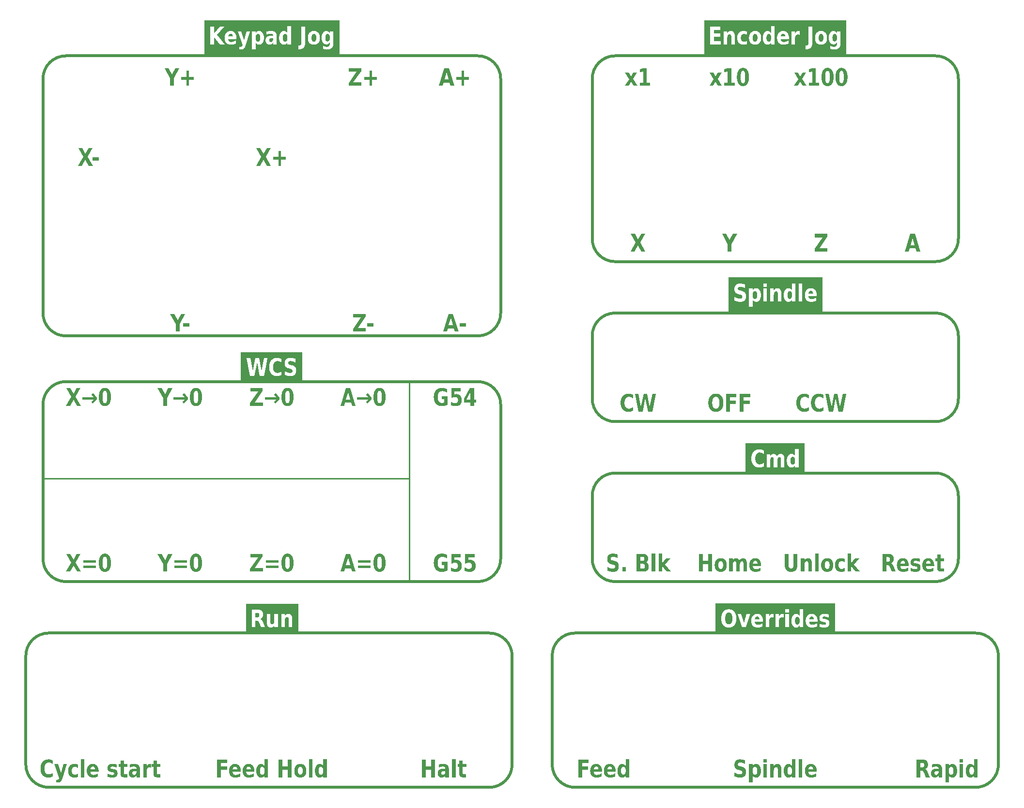
<source format=gbr>
%TF.GenerationSoftware,KiCad,Pcbnew,7.0.2-1.fc37*%
%TF.CreationDate,2023-04-28T11:32:21+01:00*%
%TF.ProjectId,grblPANEL_210x200_Front_Panel,6772626c-5041-44e4-954c-5f3231307832,A*%
%TF.SameCoordinates,Original*%
%TF.FileFunction,Legend,Top*%
%TF.FilePolarity,Positive*%
%FSLAX46Y46*%
G04 Gerber Fmt 4.6, Leading zero omitted, Abs format (unit mm)*
G04 Created by KiCad (PCBNEW 7.0.2-1.fc37) date 2023-04-28 11:32:21*
%MOMM*%
%LPD*%
G01*
G04 APERTURE LIST*
%ADD10C,0.500000*%
%ADD11C,0.250000*%
%ADD12C,0.400000*%
G04 APERTURE END LIST*
D10*
X176000000Y-192000000D02*
G75*
G03*
X172000000Y-196000000I0J-4000000D01*
G01*
X236000000Y-196000000D02*
G75*
G03*
X232000000Y-192000000I-4000000J0D01*
G01*
D11*
X140000000Y-176000000D02*
X140000000Y-211000000D01*
D10*
X172000000Y-179000000D02*
X172000000Y-168000000D01*
X172000000Y-207000000D02*
G75*
G03*
X176000000Y-211000000I4000000J0D01*
G01*
X239000000Y-247000000D02*
G75*
G03*
X243000000Y-243000000I0J4000000D01*
G01*
X152000000Y-211000000D02*
G75*
G03*
X156000000Y-207000000I0J4000000D01*
G01*
X236000000Y-196000000D02*
X236000000Y-207000000D01*
X232000000Y-183000000D02*
X176000000Y-183000000D01*
X236000000Y-168000000D02*
X236000000Y-179000000D01*
X165000000Y-243000000D02*
G75*
G03*
X169000000Y-247000000I4000000J0D01*
G01*
X156000000Y-180000000D02*
X156000000Y-207000000D01*
X73000000Y-243000000D02*
X73000000Y-224000000D01*
X76000000Y-164000000D02*
G75*
G03*
X80000000Y-168000000I4000000J0D01*
G01*
X80000000Y-176000000D02*
X152000000Y-176000000D01*
X176000000Y-119000000D02*
G75*
G03*
X172000000Y-123000000I0J-4000000D01*
G01*
X232000000Y-211000000D02*
X176000000Y-211000000D01*
X156000000Y-123000000D02*
G75*
G03*
X152000000Y-119000000I-4000000J0D01*
G01*
X172000000Y-151000000D02*
X172000000Y-123000000D01*
X80000000Y-176000000D02*
G75*
G03*
X76000000Y-180000000I0J-4000000D01*
G01*
X152000000Y-211000000D02*
X80000000Y-211000000D01*
X154000000Y-247000000D02*
G75*
G03*
X158000000Y-243000000I0J4000000D01*
G01*
X156000000Y-123000000D02*
X156000000Y-164000000D01*
X76000000Y-164000000D02*
X76000000Y-123000000D01*
X156000000Y-180000000D02*
G75*
G03*
X152000000Y-176000000I-4000000J0D01*
G01*
X172000000Y-179000000D02*
G75*
G03*
X176000000Y-183000000I4000000J0D01*
G01*
X76000000Y-207000000D02*
X76000000Y-180000000D01*
X154000000Y-247000000D02*
X77000000Y-247000000D01*
X236000000Y-168000000D02*
G75*
G03*
X232000000Y-164000000I-4000000J0D01*
G01*
X158000000Y-224000000D02*
G75*
G03*
X154000000Y-220000000I-4000000J0D01*
G01*
X172000000Y-151000000D02*
G75*
G03*
X176000000Y-155000000I4000000J0D01*
G01*
X152000000Y-168000000D02*
X80000000Y-168000000D01*
X80000000Y-119000000D02*
X152000000Y-119000000D01*
X172000000Y-207000000D02*
X172000000Y-196000000D01*
X236000000Y-123000000D02*
G75*
G03*
X232000000Y-119000000I-4000000J0D01*
G01*
X239000000Y-247000000D02*
X169000000Y-247000000D01*
X232000000Y-183000000D02*
G75*
G03*
X236000000Y-179000000I0J4000000D01*
G01*
X80000000Y-119000000D02*
G75*
G03*
X76000000Y-123000000I0J-4000000D01*
G01*
X176000000Y-164000000D02*
X232000000Y-164000000D01*
X176000000Y-119000000D02*
X232000000Y-119000000D01*
X243000000Y-224000000D02*
X243000000Y-243000000D01*
X158000000Y-224000000D02*
X158000000Y-243000000D01*
X77000000Y-220000000D02*
X154000000Y-220000000D01*
D11*
X76000000Y-193000000D02*
X140000000Y-193000000D01*
D10*
X169000000Y-220000000D02*
G75*
G03*
X165000000Y-224000000I0J-4000000D01*
G01*
X169000000Y-220000000D02*
X239000000Y-220000000D01*
X73000000Y-243000000D02*
G75*
G03*
X77000000Y-247000000I4000000J0D01*
G01*
X236000000Y-123000000D02*
X236000000Y-151000000D01*
X176000000Y-192000000D02*
X232000000Y-192000000D01*
X165000000Y-243000000D02*
X165000000Y-224000000D01*
X152000000Y-168000000D02*
G75*
G03*
X156000000Y-164000000I0J4000000D01*
G01*
X76000000Y-207000000D02*
G75*
G03*
X80000000Y-211000000I4000000J0D01*
G01*
X232000000Y-155000000D02*
X176000000Y-155000000D01*
X243000000Y-224000000D02*
G75*
G03*
X239000000Y-220000000I-4000000J0D01*
G01*
X77000000Y-220000000D02*
G75*
G03*
X73000000Y-224000000I0J-4000000D01*
G01*
X176000000Y-164000000D02*
G75*
G03*
X172000000Y-168000000I0J-4000000D01*
G01*
X232000000Y-211000000D02*
G75*
G03*
X236000000Y-207000000I0J4000000D01*
G01*
X232000000Y-155000000D02*
G75*
G03*
X236000000Y-151000000I0J4000000D01*
G01*
D12*
G36*
X146756193Y-209009794D02*
G01*
X146725207Y-209027107D01*
X146694073Y-209043877D01*
X146662792Y-209060103D01*
X146631362Y-209075785D01*
X146599784Y-209090923D01*
X146568059Y-209105518D01*
X146536186Y-209119568D01*
X146504165Y-209133075D01*
X146471996Y-209146038D01*
X146439679Y-209158457D01*
X146407214Y-209170333D01*
X146374602Y-209181664D01*
X146341841Y-209192452D01*
X146308933Y-209202696D01*
X146275876Y-209212396D01*
X146242672Y-209221552D01*
X146209327Y-209230070D01*
X146175849Y-209238039D01*
X146142237Y-209245457D01*
X146108491Y-209252327D01*
X146074612Y-209258647D01*
X146040600Y-209264417D01*
X146006453Y-209269637D01*
X145972173Y-209274309D01*
X145937760Y-209278430D01*
X145903213Y-209282002D01*
X145868532Y-209285025D01*
X145833718Y-209287498D01*
X145798771Y-209289421D01*
X145763689Y-209290795D01*
X145728474Y-209291619D01*
X145693126Y-209291894D01*
X145653353Y-209291475D01*
X145614100Y-209290217D01*
X145575367Y-209288120D01*
X145537154Y-209285185D01*
X145499461Y-209281411D01*
X145462288Y-209276799D01*
X145425635Y-209271348D01*
X145389502Y-209265058D01*
X145353888Y-209257930D01*
X145318795Y-209249963D01*
X145284222Y-209241157D01*
X145250169Y-209231513D01*
X145216635Y-209221030D01*
X145183622Y-209209708D01*
X145151129Y-209197548D01*
X145119155Y-209184549D01*
X145087702Y-209170712D01*
X145056768Y-209156036D01*
X145026355Y-209140521D01*
X144996461Y-209124168D01*
X144967088Y-209106976D01*
X144938234Y-209088945D01*
X144909901Y-209070076D01*
X144882087Y-209050368D01*
X144854793Y-209029822D01*
X144828020Y-209008437D01*
X144801766Y-208986213D01*
X144776032Y-208963151D01*
X144750818Y-208939250D01*
X144726125Y-208914510D01*
X144701951Y-208888932D01*
X144678297Y-208862515D01*
X144655269Y-208835381D01*
X144632971Y-208807649D01*
X144611405Y-208779321D01*
X144590570Y-208750396D01*
X144570466Y-208720875D01*
X144551093Y-208690756D01*
X144532451Y-208660041D01*
X144514540Y-208628729D01*
X144497360Y-208596820D01*
X144480911Y-208564315D01*
X144465193Y-208531212D01*
X144450207Y-208497513D01*
X144435951Y-208463218D01*
X144422426Y-208428325D01*
X144409633Y-208392835D01*
X144397570Y-208356749D01*
X144386239Y-208320066D01*
X144375639Y-208282787D01*
X144365769Y-208244910D01*
X144356631Y-208206437D01*
X144348224Y-208167367D01*
X144340548Y-208127700D01*
X144333603Y-208087437D01*
X144327389Y-208046576D01*
X144321906Y-208005119D01*
X144317154Y-207963065D01*
X144313133Y-207920414D01*
X144309843Y-207877167D01*
X144307285Y-207833323D01*
X144305457Y-207788882D01*
X144304360Y-207743844D01*
X144303995Y-207698210D01*
X144304367Y-207652083D01*
X144305483Y-207606576D01*
X144307344Y-207561688D01*
X144309948Y-207517420D01*
X144313297Y-207473772D01*
X144317390Y-207430744D01*
X144322227Y-207388335D01*
X144327808Y-207346546D01*
X144334134Y-207305376D01*
X144341204Y-207264826D01*
X144349017Y-207224896D01*
X144357576Y-207185586D01*
X144366878Y-207146895D01*
X144376924Y-207108824D01*
X144387715Y-207071372D01*
X144399249Y-207034541D01*
X144411528Y-206998329D01*
X144424551Y-206962736D01*
X144438319Y-206927763D01*
X144452830Y-206893410D01*
X144468086Y-206859677D01*
X144484086Y-206826563D01*
X144500830Y-206794069D01*
X144518318Y-206762195D01*
X144536550Y-206730940D01*
X144555527Y-206700305D01*
X144575247Y-206670289D01*
X144595712Y-206640894D01*
X144616921Y-206612118D01*
X144638875Y-206583961D01*
X144661572Y-206556425D01*
X144685014Y-206529508D01*
X144709140Y-206503271D01*
X144733814Y-206477867D01*
X144759038Y-206453297D01*
X144784810Y-206429559D01*
X144811130Y-206406654D01*
X144837999Y-206384582D01*
X144865417Y-206363343D01*
X144893383Y-206342937D01*
X144921898Y-206323363D01*
X144950962Y-206304623D01*
X144980574Y-206286715D01*
X145010734Y-206269641D01*
X145041444Y-206253399D01*
X145072701Y-206237990D01*
X145104508Y-206223414D01*
X145136863Y-206209672D01*
X145169766Y-206196761D01*
X145203219Y-206184684D01*
X145237219Y-206173440D01*
X145271769Y-206163029D01*
X145306867Y-206153450D01*
X145342513Y-206144705D01*
X145378709Y-206136792D01*
X145415452Y-206129713D01*
X145452745Y-206123466D01*
X145490586Y-206118052D01*
X145528975Y-206113471D01*
X145567913Y-206109723D01*
X145607400Y-206106808D01*
X145647435Y-206104725D01*
X145688019Y-206103476D01*
X145729152Y-206103060D01*
X145761049Y-206103280D01*
X145792779Y-206103941D01*
X145824342Y-206105043D01*
X145855738Y-206106586D01*
X145886967Y-206108569D01*
X145918030Y-206110994D01*
X145948925Y-206113859D01*
X145979653Y-206117165D01*
X146010215Y-206120911D01*
X146040609Y-206125099D01*
X146070837Y-206129727D01*
X146100897Y-206134796D01*
X146130791Y-206140306D01*
X146160517Y-206146256D01*
X146190077Y-206152647D01*
X146219469Y-206159480D01*
X146248673Y-206166747D01*
X146277668Y-206174443D01*
X146306452Y-206182569D01*
X146335027Y-206191124D01*
X146363391Y-206200109D01*
X146391546Y-206209523D01*
X146419491Y-206219366D01*
X146447226Y-206229638D01*
X146474751Y-206240340D01*
X146502066Y-206251471D01*
X146529171Y-206263032D01*
X146556066Y-206275022D01*
X146582752Y-206287441D01*
X146609227Y-206300289D01*
X146635493Y-206313567D01*
X146661549Y-206327274D01*
X146661549Y-206947163D01*
X146634694Y-206929766D01*
X146607863Y-206912931D01*
X146581056Y-206896656D01*
X146554273Y-206880942D01*
X146527513Y-206865790D01*
X146500778Y-206851198D01*
X146474066Y-206837168D01*
X146447378Y-206823698D01*
X146420714Y-206810789D01*
X146394074Y-206798442D01*
X146367458Y-206786655D01*
X146340866Y-206775430D01*
X146314297Y-206764765D01*
X146287752Y-206754661D01*
X146261231Y-206745119D01*
X146234734Y-206736137D01*
X146208245Y-206727619D01*
X146181745Y-206719651D01*
X146155236Y-206712232D01*
X146128718Y-206705362D01*
X146102190Y-206699043D01*
X146075652Y-206693272D01*
X146049105Y-206688052D01*
X146022548Y-206683381D01*
X145995982Y-206679259D01*
X145969407Y-206675687D01*
X145942821Y-206672664D01*
X145916227Y-206670191D01*
X145889622Y-206668268D01*
X145863008Y-206666894D01*
X145836385Y-206666070D01*
X145809752Y-206665795D01*
X145785238Y-206666056D01*
X145737272Y-206668146D01*
X145690722Y-206672324D01*
X145645590Y-206678593D01*
X145601874Y-206686950D01*
X145559575Y-206697398D01*
X145518693Y-206709934D01*
X145479228Y-206724560D01*
X145441180Y-206741275D01*
X145404548Y-206760080D01*
X145369333Y-206780974D01*
X145335535Y-206803958D01*
X145303154Y-206829031D01*
X145272189Y-206856194D01*
X145242642Y-206885445D01*
X145214511Y-206916787D01*
X145200977Y-206933241D01*
X145175097Y-206967570D01*
X145150888Y-207003697D01*
X145128348Y-207041622D01*
X145107477Y-207081344D01*
X145088277Y-207122863D01*
X145070746Y-207166180D01*
X145054884Y-207211294D01*
X145040692Y-207258206D01*
X145028170Y-207306915D01*
X145017317Y-207357422D01*
X145008134Y-207409726D01*
X145000621Y-207463828D01*
X144994777Y-207519727D01*
X144990603Y-207577424D01*
X144989142Y-207606946D01*
X144988099Y-207636918D01*
X144987473Y-207667339D01*
X144987264Y-207698210D01*
X144987465Y-207728856D01*
X144988068Y-207759063D01*
X144989073Y-207788831D01*
X144990479Y-207818160D01*
X144994498Y-207875498D01*
X145000125Y-207931080D01*
X145007359Y-207984904D01*
X145016201Y-208036971D01*
X145026651Y-208087280D01*
X145038708Y-208135832D01*
X145052372Y-208182626D01*
X145067645Y-208227663D01*
X145084525Y-208270943D01*
X145103012Y-208312465D01*
X145123107Y-208352230D01*
X145144810Y-208390237D01*
X145168121Y-208426487D01*
X145193039Y-208460980D01*
X145219514Y-208493455D01*
X145247345Y-208523834D01*
X145276530Y-208552119D01*
X145307070Y-208578308D01*
X145338964Y-208602402D01*
X145372214Y-208624401D01*
X145406818Y-208644305D01*
X145442777Y-208662114D01*
X145480091Y-208677828D01*
X145518759Y-208691446D01*
X145558783Y-208702969D01*
X145600161Y-208712397D01*
X145642894Y-208719730D01*
X145686982Y-208724968D01*
X145732424Y-208728111D01*
X145779222Y-208729159D01*
X145804791Y-208728918D01*
X145829902Y-208728197D01*
X145854555Y-208726995D01*
X145884728Y-208724816D01*
X145914185Y-208721886D01*
X145942926Y-208718204D01*
X145970952Y-208713771D01*
X145998173Y-208708533D01*
X146024500Y-208702437D01*
X146049932Y-208695482D01*
X146074469Y-208687668D01*
X146098112Y-208678995D01*
X146125303Y-208667455D01*
X146129710Y-208665411D01*
X146129710Y-208072634D01*
X145726099Y-208072634D01*
X145726099Y-207556793D01*
X146756193Y-207556793D01*
X146756193Y-209009794D01*
G37*
G36*
X147373517Y-206149954D02*
G01*
X149017271Y-206149954D01*
X149017271Y-206759584D01*
X147901081Y-206759584D01*
X147901081Y-207230729D01*
X147929496Y-207222322D01*
X147957954Y-207214689D01*
X147986454Y-207207828D01*
X148014998Y-207201740D01*
X148043584Y-207196425D01*
X148053122Y-207194825D01*
X148081959Y-207190343D01*
X148106318Y-207187316D01*
X148130975Y-207184933D01*
X148155930Y-207183194D01*
X148181183Y-207182100D01*
X148206734Y-207181649D01*
X148211880Y-207181636D01*
X148240986Y-207181909D01*
X148269685Y-207182726D01*
X148297978Y-207184090D01*
X148325863Y-207185998D01*
X148353343Y-207188452D01*
X148380415Y-207191450D01*
X148407081Y-207194995D01*
X148433340Y-207199084D01*
X148459192Y-207203719D01*
X148484638Y-207208899D01*
X148509677Y-207214624D01*
X148534309Y-207220894D01*
X148558535Y-207227710D01*
X148582354Y-207235071D01*
X148628772Y-207251428D01*
X148673564Y-207269967D01*
X148716728Y-207290687D01*
X148758266Y-207313587D01*
X148798178Y-207338669D01*
X148836462Y-207365931D01*
X148873120Y-207395375D01*
X148908151Y-207427000D01*
X148941556Y-207460806D01*
X148973202Y-207496469D01*
X149002807Y-207533849D01*
X149030371Y-207572947D01*
X149055892Y-207613763D01*
X149079372Y-207656295D01*
X149100810Y-207700545D01*
X149120206Y-207746512D01*
X149137561Y-207794197D01*
X149152874Y-207843599D01*
X149166145Y-207894718D01*
X149177374Y-207947555D01*
X149186562Y-208002109D01*
X149193708Y-208058380D01*
X149198812Y-208116369D01*
X149200599Y-208146007D01*
X149201875Y-208176074D01*
X149202640Y-208206571D01*
X149202896Y-208237498D01*
X149202618Y-208268200D01*
X149201784Y-208298483D01*
X149200395Y-208328347D01*
X149198450Y-208357791D01*
X149192892Y-208415422D01*
X149185112Y-208471376D01*
X149175108Y-208525652D01*
X149162882Y-208578251D01*
X149148432Y-208629173D01*
X149131760Y-208678417D01*
X149112864Y-208725984D01*
X149091746Y-208771874D01*
X149068405Y-208816087D01*
X149042840Y-208858623D01*
X149015053Y-208899481D01*
X148985042Y-208938662D01*
X148952809Y-208976165D01*
X148918353Y-209011992D01*
X148881998Y-209045886D01*
X148843916Y-209077594D01*
X148804107Y-209107115D01*
X148762572Y-209134449D01*
X148719309Y-209159597D01*
X148674320Y-209182557D01*
X148651178Y-209193218D01*
X148627604Y-209203331D01*
X148603598Y-209212898D01*
X148579160Y-209221919D01*
X148554291Y-209230392D01*
X148528991Y-209238319D01*
X148503258Y-209245699D01*
X148477094Y-209252533D01*
X148450498Y-209258820D01*
X148423470Y-209264560D01*
X148396011Y-209269753D01*
X148368119Y-209274400D01*
X148339797Y-209278500D01*
X148311042Y-209282054D01*
X148281856Y-209285061D01*
X148252238Y-209287521D01*
X148222188Y-209289434D01*
X148191706Y-209290801D01*
X148160793Y-209291621D01*
X148129448Y-209291894D01*
X148102143Y-209291711D01*
X148074875Y-209291161D01*
X148047646Y-209290245D01*
X148020455Y-209288963D01*
X147993302Y-209287315D01*
X147966187Y-209285300D01*
X147939111Y-209282918D01*
X147912072Y-209280170D01*
X147885072Y-209277056D01*
X147858110Y-209273576D01*
X147831186Y-209269729D01*
X147804300Y-209265516D01*
X147777452Y-209260936D01*
X147750643Y-209255990D01*
X147723872Y-209250678D01*
X147697138Y-209245000D01*
X147670434Y-209239040D01*
X147643749Y-209232703D01*
X147617082Y-209225989D01*
X147590435Y-209218896D01*
X147563807Y-209211426D01*
X147537198Y-209203577D01*
X147510608Y-209195351D01*
X147484037Y-209186748D01*
X147457485Y-209177766D01*
X147430952Y-209168406D01*
X147404438Y-209158669D01*
X147377944Y-209148554D01*
X147351468Y-209138061D01*
X147325012Y-209127190D01*
X147298574Y-209115942D01*
X147272156Y-209104316D01*
X147272156Y-208494685D01*
X147298252Y-208511996D01*
X147324182Y-208528757D01*
X147349944Y-208544969D01*
X147375539Y-208560631D01*
X147400968Y-208575744D01*
X147426229Y-208590307D01*
X147451324Y-208604320D01*
X147476251Y-208617784D01*
X147501012Y-208630698D01*
X147525606Y-208643063D01*
X147550032Y-208654878D01*
X147574292Y-208666144D01*
X147598385Y-208676860D01*
X147622311Y-208687027D01*
X147646069Y-208696644D01*
X147669661Y-208705711D01*
X147693086Y-208714229D01*
X147727910Y-208725976D01*
X147762359Y-208736486D01*
X147796432Y-208745759D01*
X147830129Y-208753797D01*
X147863451Y-208760597D01*
X147896397Y-208766161D01*
X147928967Y-208770489D01*
X147961162Y-208773580D01*
X147992981Y-208775435D01*
X148024424Y-208776053D01*
X148054096Y-208775487D01*
X148082966Y-208773786D01*
X148111035Y-208770953D01*
X148138302Y-208766986D01*
X148164768Y-208761885D01*
X148190433Y-208755651D01*
X148215296Y-208748284D01*
X148239358Y-208739783D01*
X148262618Y-208730149D01*
X148296006Y-208713572D01*
X148327590Y-208694446D01*
X148357372Y-208672769D01*
X148385350Y-208648541D01*
X148403000Y-208630973D01*
X148427771Y-208602731D01*
X148450105Y-208572687D01*
X148470003Y-208540839D01*
X148487464Y-208507188D01*
X148502489Y-208471733D01*
X148515078Y-208434476D01*
X148525230Y-208395415D01*
X148532945Y-208354551D01*
X148538224Y-208311884D01*
X148540390Y-208282437D01*
X148541473Y-208252190D01*
X148541608Y-208236765D01*
X148541067Y-208205856D01*
X148539442Y-208175777D01*
X148536735Y-208146528D01*
X148530644Y-208104211D01*
X148522116Y-208063761D01*
X148511152Y-208025179D01*
X148497752Y-207988465D01*
X148481915Y-207953618D01*
X148463641Y-207920638D01*
X148442931Y-207889527D01*
X148419785Y-207860283D01*
X148403000Y-207841824D01*
X148376224Y-207816028D01*
X148347645Y-207792769D01*
X148317262Y-207772047D01*
X148285077Y-207753863D01*
X148251088Y-207738216D01*
X148227427Y-207729194D01*
X148202964Y-207721300D01*
X148177701Y-207714534D01*
X148151635Y-207708895D01*
X148124769Y-207704384D01*
X148097100Y-207701001D01*
X148068631Y-207698745D01*
X148039360Y-207697618D01*
X148024424Y-207697477D01*
X147997576Y-207697883D01*
X147970385Y-207699100D01*
X147942851Y-207701128D01*
X147914973Y-207703968D01*
X147886751Y-207707620D01*
X147858186Y-207712083D01*
X147829278Y-207717357D01*
X147800026Y-207723443D01*
X147770430Y-207730340D01*
X147740492Y-207738049D01*
X147720342Y-207743639D01*
X147689902Y-207752601D01*
X147659033Y-207762452D01*
X147627734Y-207773192D01*
X147596007Y-207784820D01*
X147563850Y-207797338D01*
X147531263Y-207810743D01*
X147498248Y-207825038D01*
X147464802Y-207840221D01*
X147430928Y-207856294D01*
X147408107Y-207867502D01*
X147385094Y-207879105D01*
X147373517Y-207885055D01*
X147373517Y-206149954D01*
G37*
G36*
X149808618Y-206149954D02*
G01*
X151452372Y-206149954D01*
X151452372Y-206759584D01*
X150336182Y-206759584D01*
X150336182Y-207230729D01*
X150364597Y-207222322D01*
X150393055Y-207214689D01*
X150421555Y-207207828D01*
X150450099Y-207201740D01*
X150478685Y-207196425D01*
X150488224Y-207194825D01*
X150517061Y-207190343D01*
X150541419Y-207187316D01*
X150566076Y-207184933D01*
X150591031Y-207183194D01*
X150616284Y-207182100D01*
X150641835Y-207181649D01*
X150646981Y-207181636D01*
X150676087Y-207181909D01*
X150704786Y-207182726D01*
X150733079Y-207184090D01*
X150760965Y-207185998D01*
X150788444Y-207188452D01*
X150815516Y-207191450D01*
X150842182Y-207194995D01*
X150868441Y-207199084D01*
X150894293Y-207203719D01*
X150919739Y-207208899D01*
X150944778Y-207214624D01*
X150969411Y-207220894D01*
X150993636Y-207227710D01*
X151017455Y-207235071D01*
X151063873Y-207251428D01*
X151108665Y-207269967D01*
X151151830Y-207290687D01*
X151193368Y-207313587D01*
X151233279Y-207338669D01*
X151271563Y-207365931D01*
X151308221Y-207395375D01*
X151343252Y-207427000D01*
X151376657Y-207460806D01*
X151408304Y-207496469D01*
X151437909Y-207533849D01*
X151465472Y-207572947D01*
X151490993Y-207613763D01*
X151514473Y-207656295D01*
X151535911Y-207700545D01*
X151555307Y-207746512D01*
X151572662Y-207794197D01*
X151587975Y-207843599D01*
X151601246Y-207894718D01*
X151612475Y-207947555D01*
X151621663Y-208002109D01*
X151628809Y-208058380D01*
X151633913Y-208116369D01*
X151635700Y-208146007D01*
X151636976Y-208176074D01*
X151637742Y-208206571D01*
X151637997Y-208237498D01*
X151637719Y-208268200D01*
X151636885Y-208298483D01*
X151635496Y-208328347D01*
X151633551Y-208357791D01*
X151627993Y-208415422D01*
X151620213Y-208471376D01*
X151610209Y-208525652D01*
X151597983Y-208578251D01*
X151583534Y-208629173D01*
X151566861Y-208678417D01*
X151547966Y-208725984D01*
X151526847Y-208771874D01*
X151503506Y-208816087D01*
X151477941Y-208858623D01*
X151450154Y-208899481D01*
X151420144Y-208938662D01*
X151387910Y-208976165D01*
X151353454Y-209011992D01*
X151317099Y-209045886D01*
X151279017Y-209077594D01*
X151239208Y-209107115D01*
X151197673Y-209134449D01*
X151154410Y-209159597D01*
X151109421Y-209182557D01*
X151086279Y-209193218D01*
X151062705Y-209203331D01*
X151038699Y-209212898D01*
X151014262Y-209221919D01*
X150989393Y-209230392D01*
X150964092Y-209238319D01*
X150938359Y-209245699D01*
X150912195Y-209252533D01*
X150885599Y-209258820D01*
X150858571Y-209264560D01*
X150831112Y-209269753D01*
X150803221Y-209274400D01*
X150774898Y-209278500D01*
X150746143Y-209282054D01*
X150716957Y-209285061D01*
X150687339Y-209287521D01*
X150657289Y-209289434D01*
X150626808Y-209290801D01*
X150595894Y-209291621D01*
X150564550Y-209291894D01*
X150537244Y-209291711D01*
X150509977Y-209291161D01*
X150482747Y-209290245D01*
X150455556Y-209288963D01*
X150428403Y-209287315D01*
X150401288Y-209285300D01*
X150374212Y-209282918D01*
X150347173Y-209280170D01*
X150320173Y-209277056D01*
X150293211Y-209273576D01*
X150266287Y-209269729D01*
X150239401Y-209265516D01*
X150212554Y-209260936D01*
X150185744Y-209255990D01*
X150158973Y-209250678D01*
X150132240Y-209245000D01*
X150105535Y-209239040D01*
X150078850Y-209232703D01*
X150052183Y-209225989D01*
X150025536Y-209218896D01*
X149998908Y-209211426D01*
X149972299Y-209203577D01*
X149945709Y-209195351D01*
X149919138Y-209186748D01*
X149892586Y-209177766D01*
X149866053Y-209168406D01*
X149839539Y-209158669D01*
X149813045Y-209148554D01*
X149786569Y-209138061D01*
X149760113Y-209127190D01*
X149733675Y-209115942D01*
X149707257Y-209104316D01*
X149707257Y-208494685D01*
X149733353Y-208511996D01*
X149759283Y-208528757D01*
X149785045Y-208544969D01*
X149810641Y-208560631D01*
X149836069Y-208575744D01*
X149861330Y-208590307D01*
X149886425Y-208604320D01*
X149911353Y-208617784D01*
X149936113Y-208630698D01*
X149960707Y-208643063D01*
X149985133Y-208654878D01*
X150009393Y-208666144D01*
X150033486Y-208676860D01*
X150057412Y-208687027D01*
X150081171Y-208696644D01*
X150104762Y-208705711D01*
X150128187Y-208714229D01*
X150163012Y-208725976D01*
X150197460Y-208736486D01*
X150231533Y-208745759D01*
X150265230Y-208753797D01*
X150298552Y-208760597D01*
X150331498Y-208766161D01*
X150364068Y-208770489D01*
X150396263Y-208773580D01*
X150428082Y-208775435D01*
X150459525Y-208776053D01*
X150489197Y-208775487D01*
X150518067Y-208773786D01*
X150546136Y-208770953D01*
X150573403Y-208766986D01*
X150599869Y-208761885D01*
X150625534Y-208755651D01*
X150650397Y-208748284D01*
X150674459Y-208739783D01*
X150697719Y-208730149D01*
X150731107Y-208713572D01*
X150762692Y-208694446D01*
X150792473Y-208672769D01*
X150820451Y-208648541D01*
X150838102Y-208630973D01*
X150862872Y-208602731D01*
X150885207Y-208572687D01*
X150905104Y-208540839D01*
X150922566Y-208507188D01*
X150937591Y-208471733D01*
X150950179Y-208434476D01*
X150960331Y-208395415D01*
X150968046Y-208354551D01*
X150973325Y-208311884D01*
X150975491Y-208282437D01*
X150976574Y-208252190D01*
X150976709Y-208236765D01*
X150976168Y-208205856D01*
X150974544Y-208175777D01*
X150971836Y-208146528D01*
X150965745Y-208104211D01*
X150957218Y-208063761D01*
X150946254Y-208025179D01*
X150932853Y-207988465D01*
X150917016Y-207953618D01*
X150898742Y-207920638D01*
X150878032Y-207889527D01*
X150854886Y-207860283D01*
X150838102Y-207841824D01*
X150811325Y-207816028D01*
X150782746Y-207792769D01*
X150752364Y-207772047D01*
X150720178Y-207753863D01*
X150686189Y-207738216D01*
X150662528Y-207729194D01*
X150638066Y-207721300D01*
X150612802Y-207714534D01*
X150586737Y-207708895D01*
X150559870Y-207704384D01*
X150532202Y-207701001D01*
X150503732Y-207698745D01*
X150474461Y-207697618D01*
X150459525Y-207697477D01*
X150432677Y-207697883D01*
X150405486Y-207699100D01*
X150377952Y-207701128D01*
X150350074Y-207703968D01*
X150321852Y-207707620D01*
X150293287Y-207712083D01*
X150264379Y-207717357D01*
X150235127Y-207723443D01*
X150205532Y-207730340D01*
X150175593Y-207738049D01*
X150155443Y-207743639D01*
X150125003Y-207752601D01*
X150094134Y-207762452D01*
X150062836Y-207773192D01*
X150031108Y-207784820D01*
X149998951Y-207797338D01*
X149966364Y-207810743D01*
X149933349Y-207825038D01*
X149899904Y-207840221D01*
X149866029Y-207856294D01*
X149843208Y-207867502D01*
X149820196Y-207879105D01*
X149808618Y-207885055D01*
X149808618Y-206149954D01*
G37*
G36*
X205655182Y-206149954D02*
G01*
X206316469Y-206149954D01*
X206316469Y-207978845D01*
X206316875Y-208025264D01*
X206318091Y-208070001D01*
X206320119Y-208113054D01*
X206322957Y-208154425D01*
X206326606Y-208194112D01*
X206331067Y-208232117D01*
X206336338Y-208268438D01*
X206342420Y-208303077D01*
X206349313Y-208336033D01*
X206357017Y-208367305D01*
X206365532Y-208396895D01*
X206374858Y-208424801D01*
X206390368Y-208463506D01*
X206407702Y-208498424D01*
X206420272Y-208519598D01*
X206440895Y-208548668D01*
X206463835Y-208574879D01*
X206489094Y-208598231D01*
X206516672Y-208618723D01*
X206546568Y-208636355D01*
X206578782Y-208651129D01*
X206613315Y-208663043D01*
X206637625Y-208669397D01*
X206662965Y-208674480D01*
X206689335Y-208678293D01*
X206716736Y-208680834D01*
X206745168Y-208682105D01*
X206759770Y-208682264D01*
X206788864Y-208681629D01*
X206816919Y-208679722D01*
X206843934Y-208676545D01*
X206869908Y-208672097D01*
X206894843Y-208666379D01*
X206918738Y-208659389D01*
X206952630Y-208646522D01*
X206984182Y-208630796D01*
X207013395Y-208612210D01*
X207040268Y-208590765D01*
X207064800Y-208566460D01*
X207086993Y-208539296D01*
X207100489Y-208519598D01*
X207119039Y-208487205D01*
X207135766Y-208451025D01*
X207150667Y-208411059D01*
X207159588Y-208382310D01*
X207167697Y-208351879D01*
X207174996Y-208319765D01*
X207181484Y-208285968D01*
X207187160Y-208250488D01*
X207192026Y-208213325D01*
X207196081Y-208174479D01*
X207199325Y-208133950D01*
X207201758Y-208091738D01*
X207203380Y-208047843D01*
X207204191Y-208002265D01*
X207204292Y-207978845D01*
X207204292Y-206149954D01*
X207864969Y-206149954D01*
X207864969Y-207978845D01*
X207864702Y-208020004D01*
X207863903Y-208060501D01*
X207862570Y-208100335D01*
X207860704Y-208139507D01*
X207858305Y-208178016D01*
X207855373Y-208215862D01*
X207851908Y-208253046D01*
X207847910Y-208289567D01*
X207843379Y-208325426D01*
X207838314Y-208360622D01*
X207832717Y-208395155D01*
X207826586Y-208429026D01*
X207819923Y-208462234D01*
X207812726Y-208494780D01*
X207804996Y-208526663D01*
X207796733Y-208557883D01*
X207787938Y-208588441D01*
X207778608Y-208618336D01*
X207768746Y-208647569D01*
X207758351Y-208676139D01*
X207747423Y-208704046D01*
X207735961Y-208731291D01*
X207723967Y-208757873D01*
X207711439Y-208783793D01*
X207698379Y-208809050D01*
X207684785Y-208833644D01*
X207670658Y-208857576D01*
X207640805Y-208903451D01*
X207608820Y-208946677D01*
X207592027Y-208967295D01*
X207556789Y-209006602D01*
X207519308Y-209043373D01*
X207479585Y-209077608D01*
X207458883Y-209093775D01*
X207437620Y-209109307D01*
X207415797Y-209124206D01*
X207393413Y-209138471D01*
X207370469Y-209152101D01*
X207346964Y-209165098D01*
X207322899Y-209177460D01*
X207298273Y-209189189D01*
X207273087Y-209200284D01*
X207247340Y-209210744D01*
X207221032Y-209220571D01*
X207194164Y-209229764D01*
X207166736Y-209238323D01*
X207138747Y-209246247D01*
X207110198Y-209253538D01*
X207081088Y-209260195D01*
X207051417Y-209266218D01*
X207021186Y-209271607D01*
X206990395Y-209276362D01*
X206959043Y-209280482D01*
X206927130Y-209283969D01*
X206894657Y-209286822D01*
X206861623Y-209289041D01*
X206828029Y-209290626D01*
X206793874Y-209291577D01*
X206759159Y-209291894D01*
X206724557Y-209291577D01*
X206690511Y-209290626D01*
X206657023Y-209289041D01*
X206624091Y-209286822D01*
X206591716Y-209283969D01*
X206559899Y-209280482D01*
X206528638Y-209276362D01*
X206497934Y-209271607D01*
X206467787Y-209266218D01*
X206438197Y-209260195D01*
X206409164Y-209253538D01*
X206380688Y-209246247D01*
X206352769Y-209238323D01*
X206325406Y-209229764D01*
X206298601Y-209220571D01*
X206272353Y-209210744D01*
X206246661Y-209200284D01*
X206221527Y-209189189D01*
X206196949Y-209177460D01*
X206172929Y-209165098D01*
X206149465Y-209152101D01*
X206126558Y-209138471D01*
X206104209Y-209124206D01*
X206082416Y-209109307D01*
X206061180Y-209093775D01*
X206040501Y-209077608D01*
X206020379Y-209060808D01*
X205981806Y-209025305D01*
X205945460Y-208987266D01*
X205928123Y-208967295D01*
X205895072Y-208925395D01*
X205864152Y-208880845D01*
X205835366Y-208833644D01*
X205821772Y-208809050D01*
X205808711Y-208783793D01*
X205796184Y-208757873D01*
X205784189Y-208731291D01*
X205772728Y-208704046D01*
X205761799Y-208676139D01*
X205751404Y-208647569D01*
X205741542Y-208618336D01*
X205732213Y-208588441D01*
X205723417Y-208557883D01*
X205715154Y-208526663D01*
X205707424Y-208494780D01*
X205700228Y-208462234D01*
X205693564Y-208429026D01*
X205687434Y-208395155D01*
X205681836Y-208360622D01*
X205676772Y-208325426D01*
X205672241Y-208289567D01*
X205668242Y-208253046D01*
X205664777Y-208215862D01*
X205661845Y-208178016D01*
X205659446Y-208139507D01*
X205657581Y-208100335D01*
X205656248Y-208060501D01*
X205655448Y-208020004D01*
X205655182Y-207978845D01*
X205655182Y-206149954D01*
G37*
G36*
X210402041Y-207859410D02*
G01*
X210402041Y-209245000D01*
X209783496Y-209245000D01*
X209783496Y-209019319D01*
X209783496Y-208184009D01*
X209783451Y-208147905D01*
X209783315Y-208113232D01*
X209783089Y-208079990D01*
X209782771Y-208048179D01*
X209782363Y-208017799D01*
X209781582Y-207974913D01*
X209780596Y-207935247D01*
X209779406Y-207898801D01*
X209778013Y-207865575D01*
X209776415Y-207835569D01*
X209773968Y-207800570D01*
X209771895Y-207778077D01*
X209768058Y-207744492D01*
X209763416Y-207713806D01*
X209756782Y-207680807D01*
X209748990Y-207651982D01*
X209738434Y-207623627D01*
X209733427Y-207613213D01*
X209719015Y-207587668D01*
X209702801Y-207564338D01*
X209684783Y-207543223D01*
X209664962Y-207524324D01*
X209643338Y-207507640D01*
X209635729Y-207502571D01*
X209612002Y-207489124D01*
X209587072Y-207478460D01*
X209560940Y-207470577D01*
X209533605Y-207465477D01*
X209505069Y-207463158D01*
X209495290Y-207463004D01*
X209459950Y-207464549D01*
X209426060Y-207469186D01*
X209393618Y-207476914D01*
X209362626Y-207487733D01*
X209333082Y-207501644D01*
X209304988Y-207518645D01*
X209278342Y-207538738D01*
X209253146Y-207561922D01*
X209229398Y-207588197D01*
X209207100Y-207617564D01*
X209193039Y-207638859D01*
X209173397Y-207673016D01*
X209155687Y-207709544D01*
X209139909Y-207748442D01*
X209130464Y-207775690D01*
X209121877Y-207803992D01*
X209114149Y-207833346D01*
X209107280Y-207863755D01*
X209101269Y-207895216D01*
X209096117Y-207927731D01*
X209091824Y-207961299D01*
X209088389Y-207995921D01*
X209085813Y-208031595D01*
X209084096Y-208068323D01*
X209083237Y-208106105D01*
X209083130Y-208125390D01*
X209083130Y-209245000D01*
X208468249Y-209245000D01*
X208468249Y-206947163D01*
X209083130Y-206947163D01*
X209083130Y-207275425D01*
X209100599Y-207251735D01*
X209118202Y-207228840D01*
X209135938Y-207206740D01*
X209153808Y-207185437D01*
X209171811Y-207164929D01*
X209189948Y-207145217D01*
X209217404Y-207117141D01*
X209245160Y-207090855D01*
X209273217Y-207066359D01*
X209301575Y-207043654D01*
X209330233Y-207022739D01*
X209359191Y-207003614D01*
X209378664Y-206991859D01*
X209408257Y-206975491D01*
X209438420Y-206960733D01*
X209469151Y-206947584D01*
X209500451Y-206936046D01*
X209532320Y-206926118D01*
X209564758Y-206917799D01*
X209597765Y-206911091D01*
X209631341Y-206905993D01*
X209665485Y-206902504D01*
X209700199Y-206900626D01*
X209723657Y-206900268D01*
X209764701Y-206901227D01*
X209804486Y-206904104D01*
X209843012Y-206908898D01*
X209880278Y-206915610D01*
X209916284Y-206924239D01*
X209951032Y-206934787D01*
X209984520Y-206947252D01*
X210016748Y-206961634D01*
X210047718Y-206977935D01*
X210077427Y-206996153D01*
X210105878Y-207016288D01*
X210133069Y-207038342D01*
X210159001Y-207062313D01*
X210183673Y-207088202D01*
X210207086Y-207116008D01*
X210229240Y-207145732D01*
X210250165Y-207177285D01*
X210269740Y-207210579D01*
X210287965Y-207245612D01*
X210304840Y-207282386D01*
X210320366Y-207320900D01*
X210334541Y-207361154D01*
X210347366Y-207403149D01*
X210358841Y-207446884D01*
X210368966Y-207492359D01*
X210377741Y-207539574D01*
X210385166Y-207588529D01*
X210391241Y-207639225D01*
X210395966Y-207691661D01*
X210399341Y-207745837D01*
X210401366Y-207801753D01*
X210402041Y-207859410D01*
G37*
G36*
X210959526Y-206056165D02*
G01*
X211574407Y-206056165D01*
X211574407Y-209245000D01*
X210959526Y-209245000D01*
X210959526Y-206056165D01*
G37*
G36*
X213104872Y-206900578D02*
G01*
X213135262Y-206901508D01*
X213165227Y-206903057D01*
X213194768Y-206905226D01*
X213223883Y-206908014D01*
X213252575Y-206911422D01*
X213280842Y-206915450D01*
X213308684Y-206920098D01*
X213336102Y-206925365D01*
X213363095Y-206931252D01*
X213389663Y-206937758D01*
X213415807Y-206944884D01*
X213441527Y-206952630D01*
X213466822Y-206960996D01*
X213491692Y-206969981D01*
X213516138Y-206979586D01*
X213540159Y-206989811D01*
X213563756Y-207000655D01*
X213586928Y-207012119D01*
X213609675Y-207024202D01*
X213631998Y-207036906D01*
X213653896Y-207050229D01*
X213696419Y-207078733D01*
X213737244Y-207109717D01*
X213776371Y-207143179D01*
X213813799Y-207179120D01*
X213849529Y-207217540D01*
X213883320Y-207258152D01*
X213914931Y-207300670D01*
X213944362Y-207345094D01*
X213971612Y-207391425D01*
X213996683Y-207439662D01*
X214019574Y-207489806D01*
X214040284Y-207541855D01*
X214058815Y-207595811D01*
X214067263Y-207623503D01*
X214075165Y-207651673D01*
X214082523Y-207680319D01*
X214089336Y-207709441D01*
X214095603Y-207739040D01*
X214101326Y-207769115D01*
X214106504Y-207799667D01*
X214111136Y-207830696D01*
X214115224Y-207862201D01*
X214118766Y-207894183D01*
X214121764Y-207926641D01*
X214124217Y-207959576D01*
X214126124Y-207992988D01*
X214127487Y-208026876D01*
X214128304Y-208061240D01*
X214128577Y-208096081D01*
X214128304Y-208130922D01*
X214127487Y-208165287D01*
X214126124Y-208199175D01*
X214124217Y-208232586D01*
X214121764Y-208265521D01*
X214118766Y-208297979D01*
X214115224Y-208329961D01*
X214111136Y-208361466D01*
X214106504Y-208392495D01*
X214101326Y-208423047D01*
X214095603Y-208453122D01*
X214089336Y-208482721D01*
X214082523Y-208511844D01*
X214075165Y-208540490D01*
X214067263Y-208568659D01*
X214058815Y-208596352D01*
X214040284Y-208650307D01*
X214019574Y-208702357D01*
X213996683Y-208752500D01*
X213971612Y-208800737D01*
X213944362Y-208847068D01*
X213914931Y-208891492D01*
X213883320Y-208934011D01*
X213849529Y-208974623D01*
X213813799Y-209013042D01*
X213776371Y-209048983D01*
X213737244Y-209082445D01*
X213696419Y-209113429D01*
X213653896Y-209141934D01*
X213631998Y-209155257D01*
X213609675Y-209167960D01*
X213586928Y-209180044D01*
X213563756Y-209191507D01*
X213540159Y-209202352D01*
X213516138Y-209212576D01*
X213491692Y-209222181D01*
X213466822Y-209231166D01*
X213441527Y-209239532D01*
X213415807Y-209247278D01*
X213389663Y-209254404D01*
X213363095Y-209260911D01*
X213336102Y-209266797D01*
X213308684Y-209272065D01*
X213280842Y-209276712D01*
X213252575Y-209280740D01*
X213223883Y-209284148D01*
X213194768Y-209286937D01*
X213165227Y-209289106D01*
X213135262Y-209290655D01*
X213104872Y-209291584D01*
X213074058Y-209291894D01*
X213043167Y-209291584D01*
X213012699Y-209290655D01*
X212982655Y-209289106D01*
X212953034Y-209286937D01*
X212923836Y-209284148D01*
X212895062Y-209280740D01*
X212866711Y-209276712D01*
X212838784Y-209272065D01*
X212811279Y-209266797D01*
X212784199Y-209260911D01*
X212757541Y-209254404D01*
X212731307Y-209247278D01*
X212705497Y-209239532D01*
X212680109Y-209231166D01*
X212655145Y-209222181D01*
X212630605Y-209212576D01*
X212606488Y-209202352D01*
X212582794Y-209191507D01*
X212559523Y-209180044D01*
X212536676Y-209167960D01*
X212514252Y-209155257D01*
X212492252Y-209141934D01*
X212470675Y-209127991D01*
X212428791Y-209098247D01*
X212388601Y-209066024D01*
X212350104Y-209031323D01*
X212313301Y-208994142D01*
X212295534Y-208974623D01*
X212261521Y-208934011D01*
X212229703Y-208891492D01*
X212200079Y-208847068D01*
X212172649Y-208800737D01*
X212147414Y-208752500D01*
X212124373Y-208702357D01*
X212103527Y-208650307D01*
X212084875Y-208596352D01*
X212076371Y-208568659D01*
X212068417Y-208540490D01*
X212061011Y-208511844D01*
X212054153Y-208482721D01*
X212047845Y-208453122D01*
X212042084Y-208423047D01*
X212036873Y-208392495D01*
X212032210Y-208361466D01*
X212028095Y-208329961D01*
X212024529Y-208297979D01*
X212021512Y-208265521D01*
X212019044Y-208232586D01*
X212017123Y-208199175D01*
X212015752Y-208165287D01*
X212014929Y-208130922D01*
X212014655Y-208096081D01*
X212655182Y-208096081D01*
X212655601Y-208136693D01*
X212656861Y-208176097D01*
X212658960Y-208214294D01*
X212661898Y-208251282D01*
X212665676Y-208287063D01*
X212670294Y-208321636D01*
X212675751Y-208355001D01*
X212682048Y-208387158D01*
X212689185Y-208418107D01*
X212697161Y-208447848D01*
X212705977Y-208476382D01*
X212715632Y-208503707D01*
X212731689Y-208542431D01*
X212749635Y-208578437D01*
X212762649Y-208600931D01*
X212783646Y-208632227D01*
X212806340Y-208660445D01*
X212830730Y-208685585D01*
X212856816Y-208707646D01*
X212884597Y-208726629D01*
X212914074Y-208742534D01*
X212945247Y-208755360D01*
X212978117Y-208765108D01*
X213012681Y-208771778D01*
X213048942Y-208775369D01*
X213074058Y-208776053D01*
X213098800Y-208775369D01*
X213134526Y-208771778D01*
X213168588Y-208765108D01*
X213200986Y-208755360D01*
X213231721Y-208742534D01*
X213260792Y-208726629D01*
X213288200Y-208707646D01*
X213313944Y-208685585D01*
X213338024Y-208660445D01*
X213360441Y-208632227D01*
X213381194Y-208600931D01*
X213400290Y-208566737D01*
X213417508Y-208529825D01*
X213432848Y-208490195D01*
X213442031Y-208462266D01*
X213450379Y-208433128D01*
X213457892Y-208402783D01*
X213464571Y-208371230D01*
X213470414Y-208338469D01*
X213475423Y-208304500D01*
X213479597Y-208269324D01*
X213482937Y-208232939D01*
X213485441Y-208195347D01*
X213487111Y-208156546D01*
X213487945Y-208116538D01*
X213488050Y-208096081D01*
X213487632Y-208055469D01*
X213486380Y-208016065D01*
X213484293Y-207977869D01*
X213481371Y-207940880D01*
X213477615Y-207905099D01*
X213473023Y-207870527D01*
X213467597Y-207837162D01*
X213461336Y-207805005D01*
X213454240Y-207774056D01*
X213446309Y-207744314D01*
X213437544Y-207715781D01*
X213427943Y-207688455D01*
X213411977Y-207649731D01*
X213394133Y-207613725D01*
X213381194Y-207591231D01*
X213360441Y-207559935D01*
X213338024Y-207531717D01*
X213313944Y-207506577D01*
X213288200Y-207484516D01*
X213260792Y-207465533D01*
X213231721Y-207449629D01*
X213200986Y-207436802D01*
X213168588Y-207427054D01*
X213134526Y-207420385D01*
X213098800Y-207416793D01*
X213074058Y-207416109D01*
X213048942Y-207416793D01*
X213012681Y-207420385D01*
X212978117Y-207427054D01*
X212945247Y-207436802D01*
X212914074Y-207449629D01*
X212884597Y-207465533D01*
X212856816Y-207484516D01*
X212830730Y-207506577D01*
X212806340Y-207531717D01*
X212783646Y-207559935D01*
X212762649Y-207591231D01*
X212743443Y-207625425D01*
X212726127Y-207662337D01*
X212710699Y-207701967D01*
X212701464Y-207729896D01*
X212693068Y-207759034D01*
X212685512Y-207789379D01*
X212678795Y-207820932D01*
X212672918Y-207853693D01*
X212667880Y-207887662D01*
X212663682Y-207922839D01*
X212660324Y-207959223D01*
X212657805Y-207996816D01*
X212656126Y-208035616D01*
X212655287Y-208075624D01*
X212655182Y-208096081D01*
X212014655Y-208096081D01*
X212014929Y-208061240D01*
X212015752Y-208026876D01*
X212017123Y-207992988D01*
X212019044Y-207959576D01*
X212021512Y-207926641D01*
X212024529Y-207894183D01*
X212028095Y-207862201D01*
X212032210Y-207830696D01*
X212036873Y-207799667D01*
X212042084Y-207769115D01*
X212047845Y-207739040D01*
X212054153Y-207709441D01*
X212061011Y-207680319D01*
X212068417Y-207651673D01*
X212076371Y-207623503D01*
X212084875Y-207595811D01*
X212103527Y-207541855D01*
X212124373Y-207489806D01*
X212147414Y-207439662D01*
X212172649Y-207391425D01*
X212200079Y-207345094D01*
X212229703Y-207300670D01*
X212261521Y-207258152D01*
X212295534Y-207217540D01*
X212331491Y-207179120D01*
X212369141Y-207143179D01*
X212408484Y-207109717D01*
X212449522Y-207078733D01*
X212492252Y-207050229D01*
X212514252Y-207036906D01*
X212536676Y-207024202D01*
X212559523Y-207012119D01*
X212582794Y-207000655D01*
X212606488Y-206989811D01*
X212630605Y-206979586D01*
X212655145Y-206969981D01*
X212680109Y-206960996D01*
X212705497Y-206952630D01*
X212731307Y-206944884D01*
X212757541Y-206937758D01*
X212784199Y-206931252D01*
X212811279Y-206925365D01*
X212838784Y-206920098D01*
X212866711Y-206915450D01*
X212895062Y-206911422D01*
X212923836Y-206908014D01*
X212953034Y-206905226D01*
X212982655Y-206903057D01*
X213012699Y-206901508D01*
X213043167Y-206900578D01*
X213074058Y-206900268D01*
X213104872Y-206900578D01*
G37*
G36*
X216116103Y-206994057D02*
G01*
X216116103Y-207603688D01*
X216092622Y-207586134D01*
X216069119Y-207569470D01*
X216045596Y-207553694D01*
X216022050Y-207538807D01*
X215998483Y-207524808D01*
X215974895Y-207511699D01*
X215951285Y-207499478D01*
X215927654Y-207488145D01*
X215904002Y-207477702D01*
X215880327Y-207468147D01*
X215864533Y-207462271D01*
X215840753Y-207454021D01*
X215816812Y-207446583D01*
X215792711Y-207439956D01*
X215768448Y-207434141D01*
X215744024Y-207429137D01*
X215719440Y-207424945D01*
X215694694Y-207421564D01*
X215669787Y-207418994D01*
X215644719Y-207417236D01*
X215619491Y-207416289D01*
X215602582Y-207416109D01*
X215570893Y-207416810D01*
X215540090Y-207418914D01*
X215510175Y-207422420D01*
X215481148Y-207427329D01*
X215453007Y-207433640D01*
X215425754Y-207441354D01*
X215399388Y-207450470D01*
X215373910Y-207460989D01*
X215349319Y-207472910D01*
X215325615Y-207486233D01*
X215302798Y-207500960D01*
X215280869Y-207517088D01*
X215259827Y-207534619D01*
X215239672Y-207553553D01*
X215220404Y-207573889D01*
X215202024Y-207595628D01*
X215184648Y-207618534D01*
X215168393Y-207642557D01*
X215153259Y-207667695D01*
X215139246Y-207693951D01*
X215126354Y-207721322D01*
X215114583Y-207749810D01*
X215103933Y-207779414D01*
X215094404Y-207810134D01*
X215085997Y-207841970D01*
X215078710Y-207874923D01*
X215072544Y-207908992D01*
X215067500Y-207944177D01*
X215063576Y-207980479D01*
X215060773Y-208017897D01*
X215059092Y-208056431D01*
X215058531Y-208096081D01*
X215059092Y-208135734D01*
X215060773Y-208174277D01*
X215063576Y-208211709D01*
X215067500Y-208248031D01*
X215072544Y-208283242D01*
X215078710Y-208317342D01*
X215085997Y-208350332D01*
X215094404Y-208382212D01*
X215103933Y-208412981D01*
X215114583Y-208442639D01*
X215126354Y-208471187D01*
X215139246Y-208498624D01*
X215153259Y-208524951D01*
X215168393Y-208550167D01*
X215184648Y-208574272D01*
X215202024Y-208597267D01*
X215220404Y-208618917D01*
X215239672Y-208639170D01*
X215259827Y-208658027D01*
X215280869Y-208675486D01*
X215302798Y-208691549D01*
X215325615Y-208706215D01*
X215349319Y-208719484D01*
X215373910Y-208731357D01*
X215399388Y-208741833D01*
X215425754Y-208750911D01*
X215453007Y-208758594D01*
X215481148Y-208764879D01*
X215510175Y-208769768D01*
X215540090Y-208773260D01*
X215570893Y-208775355D01*
X215602582Y-208776053D01*
X215629473Y-208775641D01*
X215656106Y-208774405D01*
X215682481Y-208772344D01*
X215708599Y-208769459D01*
X215734459Y-208765749D01*
X215760062Y-208761215D01*
X215785407Y-208755857D01*
X215810494Y-208749675D01*
X215835324Y-208742668D01*
X215859896Y-208734837D01*
X215876134Y-208729159D01*
X215900343Y-208719829D01*
X215924198Y-208709701D01*
X215947699Y-208698775D01*
X215970845Y-208687050D01*
X215993637Y-208674526D01*
X216016075Y-208661204D01*
X216038159Y-208647083D01*
X216059889Y-208632164D01*
X216081264Y-208616446D01*
X216102285Y-208599929D01*
X216116103Y-208588475D01*
X216116103Y-209198105D01*
X216089041Y-209206692D01*
X216061892Y-209214866D01*
X216034658Y-209222628D01*
X216007338Y-209229979D01*
X215979933Y-209236917D01*
X215952441Y-209243442D01*
X215924864Y-209249556D01*
X215897200Y-209255258D01*
X215869451Y-209260547D01*
X215841616Y-209265424D01*
X215823011Y-209268447D01*
X215795185Y-209272637D01*
X215767348Y-209276415D01*
X215739501Y-209279781D01*
X215711642Y-209282735D01*
X215683773Y-209285277D01*
X215655893Y-209287406D01*
X215628003Y-209289123D01*
X215600102Y-209290429D01*
X215572190Y-209291322D01*
X215544267Y-209291803D01*
X215525646Y-209291894D01*
X215493352Y-209291586D01*
X215461501Y-209290661D01*
X215430092Y-209289118D01*
X215399126Y-209286960D01*
X215368602Y-209284184D01*
X215338521Y-209280792D01*
X215308882Y-209276782D01*
X215279686Y-209272156D01*
X215250932Y-209266913D01*
X215222620Y-209261054D01*
X215194751Y-209254577D01*
X215167324Y-209247484D01*
X215140340Y-209239774D01*
X215113798Y-209231447D01*
X215087699Y-209222503D01*
X215062042Y-209212943D01*
X215036828Y-209202765D01*
X215012056Y-209191971D01*
X214987726Y-209180560D01*
X214963839Y-209168532D01*
X214940395Y-209155888D01*
X214917393Y-209142626D01*
X214894833Y-209128748D01*
X214872716Y-209114253D01*
X214851041Y-209099141D01*
X214829809Y-209083413D01*
X214809019Y-209067067D01*
X214788672Y-209050105D01*
X214768767Y-209032526D01*
X214749304Y-209014330D01*
X214730284Y-208995518D01*
X214711706Y-208976088D01*
X214693637Y-208956063D01*
X214676141Y-208935556D01*
X214642870Y-208893095D01*
X214611894Y-208848705D01*
X214583212Y-208802386D01*
X214556825Y-208754137D01*
X214532732Y-208703960D01*
X214510934Y-208651853D01*
X214500895Y-208625076D01*
X214491430Y-208597817D01*
X214482539Y-208570076D01*
X214474221Y-208541852D01*
X214466477Y-208513146D01*
X214459306Y-208483958D01*
X214452709Y-208454287D01*
X214446686Y-208424135D01*
X214441237Y-208393500D01*
X214436361Y-208362382D01*
X214432059Y-208330783D01*
X214428330Y-208298701D01*
X214425175Y-208266136D01*
X214422594Y-208233090D01*
X214420586Y-208199561D01*
X214419152Y-208165550D01*
X214418291Y-208131057D01*
X214418004Y-208096081D01*
X214418291Y-208061106D01*
X214419152Y-208026615D01*
X214420586Y-207992608D01*
X214422594Y-207959084D01*
X214425175Y-207926044D01*
X214428330Y-207893487D01*
X214432059Y-207861415D01*
X214436361Y-207829826D01*
X214441237Y-207798721D01*
X214446686Y-207768099D01*
X214452709Y-207737962D01*
X214459306Y-207708307D01*
X214466477Y-207679137D01*
X214474221Y-207650451D01*
X214482539Y-207622248D01*
X214491430Y-207594528D01*
X214500895Y-207567293D01*
X214510934Y-207540541D01*
X214532732Y-207488489D01*
X214556825Y-207438371D01*
X214583212Y-207390189D01*
X214611894Y-207343941D01*
X214642870Y-207299628D01*
X214676141Y-207257250D01*
X214693637Y-207236787D01*
X214711706Y-207216807D01*
X214730284Y-207197332D01*
X214749304Y-207178476D01*
X214768767Y-207160238D01*
X214788672Y-207142618D01*
X214809019Y-207125617D01*
X214829809Y-207109233D01*
X214851041Y-207093468D01*
X214872716Y-207078321D01*
X214894833Y-207063793D01*
X214917393Y-207049882D01*
X214940395Y-207036590D01*
X214963839Y-207023916D01*
X214987726Y-207011860D01*
X215012056Y-207000423D01*
X215036828Y-206989604D01*
X215062042Y-206979403D01*
X215087699Y-206969820D01*
X215113798Y-206960856D01*
X215140340Y-206952509D01*
X215167324Y-206944781D01*
X215194751Y-206937672D01*
X215222620Y-206931180D01*
X215250932Y-206925307D01*
X215279686Y-206920052D01*
X215308882Y-206915415D01*
X215338521Y-206911396D01*
X215368602Y-206907996D01*
X215399126Y-206905214D01*
X215430092Y-206903050D01*
X215461501Y-206901505D01*
X215493352Y-206900577D01*
X215525646Y-206900268D01*
X215553887Y-206900474D01*
X215582053Y-206901092D01*
X215610144Y-206902123D01*
X215638160Y-206903565D01*
X215666100Y-206905420D01*
X215693966Y-206907687D01*
X215721756Y-206910366D01*
X215749471Y-206913457D01*
X215777112Y-206916961D01*
X215804676Y-206920876D01*
X215823011Y-206923715D01*
X215850592Y-206928318D01*
X215878152Y-206933333D01*
X215905690Y-206938759D01*
X215933207Y-206944598D01*
X215960702Y-206950849D01*
X215988176Y-206957513D01*
X216015628Y-206964588D01*
X216043059Y-206972076D01*
X216070468Y-206979975D01*
X216097856Y-206988287D01*
X216116103Y-206994057D01*
G37*
G36*
X216635729Y-206056165D02*
G01*
X217250611Y-206056165D01*
X217250611Y-207790533D01*
X217957694Y-206947163D01*
X218672104Y-206947163D01*
X217732990Y-208001559D01*
X218745988Y-209245000D01*
X218001047Y-209245000D01*
X217250611Y-208286591D01*
X217250611Y-209245000D01*
X216635729Y-209245000D01*
X216635729Y-206056165D01*
G37*
G36*
X130667655Y-209245000D02*
G01*
X130002704Y-209245000D01*
X129841504Y-208682264D01*
X128807746Y-208682264D01*
X128644714Y-209245000D01*
X127979762Y-209245000D01*
X128325033Y-208119528D01*
X128972610Y-208119528D01*
X129674808Y-208119528D01*
X129324319Y-206880484D01*
X128972610Y-208119528D01*
X128325033Y-208119528D01*
X128929257Y-206149954D01*
X129717550Y-206149954D01*
X130667655Y-209245000D01*
G37*
G36*
X131043789Y-207228531D02*
G01*
X133245638Y-207228531D01*
X133245638Y-207697477D01*
X131043789Y-207697477D01*
X131043789Y-207228531D01*
G37*
G36*
X131043789Y-208166423D02*
G01*
X133245638Y-208166423D01*
X133245638Y-208635369D01*
X131043789Y-208635369D01*
X131043789Y-208166423D01*
G37*
G36*
X134857836Y-206103465D02*
G01*
X134888722Y-206104680D01*
X134919159Y-206106705D01*
X134949146Y-206109540D01*
X134978684Y-206113185D01*
X135007772Y-206117640D01*
X135036410Y-206122905D01*
X135064599Y-206128980D01*
X135092338Y-206135865D01*
X135119627Y-206143560D01*
X135146467Y-206152065D01*
X135172857Y-206161380D01*
X135198798Y-206171505D01*
X135224289Y-206182440D01*
X135249331Y-206194185D01*
X135273922Y-206206741D01*
X135298065Y-206220106D01*
X135321757Y-206234281D01*
X135345000Y-206249266D01*
X135367794Y-206265061D01*
X135390138Y-206281666D01*
X135412032Y-206299082D01*
X135433476Y-206317307D01*
X135454471Y-206336342D01*
X135475017Y-206356187D01*
X135495113Y-206376842D01*
X135514759Y-206398308D01*
X135533955Y-206420583D01*
X135552702Y-206443668D01*
X135571000Y-206467563D01*
X135588847Y-206492269D01*
X135606245Y-206517784D01*
X135623150Y-206544047D01*
X135639519Y-206570995D01*
X135655350Y-206598629D01*
X135670645Y-206626949D01*
X135685404Y-206655954D01*
X135699625Y-206685645D01*
X135713310Y-206716021D01*
X135726459Y-206747082D01*
X135739070Y-206778829D01*
X135751145Y-206811262D01*
X135762684Y-206844380D01*
X135773685Y-206878183D01*
X135784150Y-206912672D01*
X135794079Y-206947847D01*
X135803470Y-206983707D01*
X135812325Y-207020252D01*
X135820644Y-207057484D01*
X135828425Y-207095400D01*
X135835670Y-207134002D01*
X135842379Y-207173290D01*
X135848550Y-207213263D01*
X135854185Y-207253921D01*
X135859284Y-207295265D01*
X135863845Y-207337295D01*
X135867870Y-207380010D01*
X135871359Y-207423411D01*
X135874310Y-207467497D01*
X135876725Y-207512268D01*
X135878604Y-207557725D01*
X135879945Y-207603868D01*
X135880750Y-207650696D01*
X135881019Y-207698210D01*
X135880750Y-207745633D01*
X135879945Y-207792374D01*
X135878604Y-207838432D01*
X135876725Y-207883807D01*
X135874310Y-207928500D01*
X135871359Y-207972510D01*
X135867870Y-208015838D01*
X135863845Y-208058483D01*
X135859284Y-208100445D01*
X135854185Y-208141725D01*
X135848550Y-208182322D01*
X135842379Y-208222236D01*
X135835670Y-208261468D01*
X135828425Y-208300017D01*
X135820644Y-208337884D01*
X135812325Y-208375068D01*
X135803470Y-208411569D01*
X135794079Y-208447387D01*
X135784150Y-208482523D01*
X135773685Y-208516976D01*
X135762684Y-208550747D01*
X135751145Y-208583835D01*
X135739070Y-208616240D01*
X135726459Y-208647963D01*
X135713310Y-208679003D01*
X135699625Y-208709361D01*
X135685404Y-208739035D01*
X135670645Y-208768028D01*
X135655350Y-208796337D01*
X135639519Y-208823964D01*
X135623150Y-208850908D01*
X135606245Y-208877170D01*
X135588847Y-208902685D01*
X135571000Y-208927390D01*
X135552702Y-208951286D01*
X135533955Y-208974371D01*
X135514759Y-208996646D01*
X135495113Y-209018111D01*
X135475017Y-209038766D01*
X135454471Y-209058612D01*
X135433476Y-209077647D01*
X135412032Y-209095872D01*
X135390138Y-209113287D01*
X135367794Y-209129892D01*
X135345000Y-209145688D01*
X135321757Y-209160673D01*
X135298065Y-209174848D01*
X135273922Y-209188213D01*
X135249331Y-209200768D01*
X135224289Y-209212513D01*
X135198798Y-209223448D01*
X135172857Y-209233574D01*
X135146467Y-209242889D01*
X135119627Y-209251394D01*
X135092338Y-209259089D01*
X135064599Y-209265974D01*
X135036410Y-209272049D01*
X135007772Y-209277314D01*
X134978684Y-209281769D01*
X134949146Y-209285414D01*
X134919159Y-209288249D01*
X134888722Y-209290274D01*
X134857836Y-209291489D01*
X134826500Y-209291894D01*
X134795089Y-209291489D01*
X134764130Y-209290274D01*
X134733623Y-209288249D01*
X134703568Y-209285414D01*
X134673965Y-209281769D01*
X134644813Y-209277314D01*
X134616114Y-209272049D01*
X134587867Y-209265974D01*
X134560072Y-209259089D01*
X134532729Y-209251394D01*
X134505838Y-209242889D01*
X134479399Y-209233574D01*
X134453411Y-209223448D01*
X134427876Y-209212513D01*
X134402793Y-209200768D01*
X134378162Y-209188213D01*
X134353983Y-209174848D01*
X134330255Y-209160673D01*
X134306980Y-209145688D01*
X134284157Y-209129892D01*
X134261786Y-209113287D01*
X134239866Y-209095872D01*
X134218399Y-209077647D01*
X134197384Y-209058612D01*
X134176821Y-209038766D01*
X134156709Y-209018111D01*
X134137050Y-208996646D01*
X134117843Y-208974371D01*
X134099088Y-208951286D01*
X134080784Y-208927390D01*
X134062933Y-208902685D01*
X134045534Y-208877170D01*
X134028629Y-208850908D01*
X134012260Y-208823964D01*
X133996429Y-208796337D01*
X133981134Y-208768028D01*
X133966375Y-208739035D01*
X133952154Y-208709361D01*
X133938469Y-208679003D01*
X133925320Y-208647963D01*
X133912709Y-208616240D01*
X133900634Y-208583835D01*
X133889095Y-208550747D01*
X133878094Y-208516976D01*
X133867629Y-208482523D01*
X133857700Y-208447387D01*
X133848309Y-208411569D01*
X133839454Y-208375068D01*
X133831135Y-208337884D01*
X133823354Y-208300017D01*
X133816109Y-208261468D01*
X133809400Y-208222236D01*
X133803229Y-208182322D01*
X133797594Y-208141725D01*
X133792495Y-208100445D01*
X133787934Y-208058483D01*
X133783909Y-208015838D01*
X133780420Y-207972510D01*
X133777469Y-207928500D01*
X133775054Y-207883807D01*
X133773175Y-207838432D01*
X133771834Y-207792374D01*
X133771029Y-207745633D01*
X133770760Y-207698210D01*
X133770801Y-207690882D01*
X134431437Y-207690882D01*
X134431526Y-207727816D01*
X134431793Y-207764064D01*
X134432237Y-207799624D01*
X134432859Y-207834497D01*
X134433659Y-207868683D01*
X134434636Y-207902183D01*
X134435791Y-207934995D01*
X134437124Y-207967121D01*
X134438634Y-207998560D01*
X134440322Y-208029311D01*
X134442188Y-208059376D01*
X134444231Y-208088754D01*
X134448852Y-208145449D01*
X134454182Y-208199396D01*
X134460224Y-208250595D01*
X134466977Y-208299047D01*
X134474440Y-208344751D01*
X134482614Y-208387707D01*
X134491499Y-208427916D01*
X134501094Y-208465376D01*
X134511401Y-208500089D01*
X134522418Y-208532055D01*
X134534267Y-208561601D01*
X134547071Y-208589242D01*
X134560829Y-208614976D01*
X134575541Y-208638804D01*
X134599397Y-208670972D01*
X134625400Y-208698851D01*
X134653550Y-208722440D01*
X134683847Y-208741741D01*
X134716290Y-208756753D01*
X134750880Y-208767475D01*
X134775133Y-208772241D01*
X134800339Y-208775100D01*
X134826500Y-208776053D01*
X134852439Y-208775100D01*
X134877438Y-208772241D01*
X134913175Y-208764378D01*
X134946797Y-208752225D01*
X134978305Y-208735784D01*
X135007698Y-208715054D01*
X135034977Y-208690034D01*
X135060141Y-208660726D01*
X135083191Y-208627128D01*
X135097382Y-208602347D01*
X135110635Y-208575660D01*
X135122947Y-208547066D01*
X135128751Y-208532055D01*
X135139768Y-208500089D01*
X135150074Y-208465376D01*
X135159670Y-208427916D01*
X135168555Y-208387707D01*
X135176729Y-208344751D01*
X135184192Y-208299047D01*
X135190944Y-208250595D01*
X135196986Y-208199396D01*
X135202317Y-208145449D01*
X135206937Y-208088754D01*
X135208980Y-208059376D01*
X135210846Y-208029311D01*
X135212534Y-207998560D01*
X135214045Y-207967121D01*
X135215378Y-207934995D01*
X135216533Y-207902183D01*
X135217510Y-207868683D01*
X135218310Y-207834497D01*
X135218931Y-207799624D01*
X135219376Y-207764064D01*
X135219642Y-207727816D01*
X135219731Y-207690882D01*
X135219643Y-207654357D01*
X135219378Y-207618514D01*
X135218937Y-207583351D01*
X135218319Y-207548870D01*
X135217525Y-207515070D01*
X135216554Y-207481952D01*
X135215407Y-207449514D01*
X135214083Y-207417758D01*
X135212583Y-207386683D01*
X135210906Y-207356289D01*
X135209053Y-207326576D01*
X135204817Y-207269194D01*
X135199874Y-207214537D01*
X135194226Y-207162605D01*
X135187872Y-207113398D01*
X135180812Y-207066915D01*
X135173046Y-207023158D01*
X135164574Y-206982125D01*
X135155396Y-206943817D01*
X135145511Y-206908234D01*
X135134921Y-206875375D01*
X135129361Y-206859968D01*
X135117660Y-206830776D01*
X135104994Y-206803468D01*
X135091365Y-206778043D01*
X135076773Y-206754501D01*
X135053077Y-206722720D01*
X135027213Y-206695176D01*
X134999181Y-206671869D01*
X134968981Y-206652801D01*
X134936613Y-206637969D01*
X134902077Y-206627375D01*
X134877848Y-206622667D01*
X134852656Y-206619842D01*
X134826500Y-206618900D01*
X134800339Y-206619842D01*
X134775133Y-206622667D01*
X134750880Y-206627375D01*
X134716290Y-206637969D01*
X134683847Y-206652801D01*
X134653550Y-206671869D01*
X134625400Y-206695176D01*
X134599397Y-206722720D01*
X134575541Y-206754501D01*
X134560829Y-206778043D01*
X134547071Y-206803468D01*
X134534267Y-206830776D01*
X134522418Y-206859968D01*
X134511401Y-206891464D01*
X134501094Y-206925685D01*
X134491499Y-206962630D01*
X134482614Y-207002301D01*
X134474440Y-207044696D01*
X134466977Y-207089816D01*
X134460224Y-207137661D01*
X134454182Y-207188230D01*
X134448852Y-207241525D01*
X134444231Y-207297544D01*
X134440322Y-207356289D01*
X134438634Y-207386683D01*
X134437124Y-207417758D01*
X134435791Y-207449514D01*
X134434636Y-207481952D01*
X134433659Y-207515070D01*
X134432859Y-207548870D01*
X134432237Y-207583351D01*
X134431793Y-207618514D01*
X134431526Y-207654357D01*
X134431437Y-207690882D01*
X133770801Y-207690882D01*
X133771029Y-207650696D01*
X133771834Y-207603868D01*
X133773175Y-207557725D01*
X133775054Y-207512268D01*
X133777469Y-207467497D01*
X133780420Y-207423411D01*
X133783909Y-207380010D01*
X133787934Y-207337295D01*
X133792495Y-207295265D01*
X133797594Y-207253921D01*
X133803229Y-207213263D01*
X133809400Y-207173290D01*
X133816109Y-207134002D01*
X133823354Y-207095400D01*
X133831135Y-207057484D01*
X133839454Y-207020252D01*
X133848309Y-206983707D01*
X133857700Y-206947847D01*
X133867629Y-206912672D01*
X133878094Y-206878183D01*
X133889095Y-206844380D01*
X133900634Y-206811262D01*
X133912709Y-206778829D01*
X133925320Y-206747082D01*
X133938469Y-206716021D01*
X133952154Y-206685645D01*
X133966375Y-206655954D01*
X133981134Y-206626949D01*
X133996429Y-206598629D01*
X134012260Y-206570995D01*
X134028629Y-206544047D01*
X134045534Y-206517784D01*
X134062933Y-206492269D01*
X134080784Y-206467563D01*
X134099088Y-206443668D01*
X134117843Y-206420583D01*
X134137050Y-206398308D01*
X134156709Y-206376842D01*
X134176821Y-206356187D01*
X134197384Y-206336342D01*
X134218399Y-206317307D01*
X134239866Y-206299082D01*
X134261786Y-206281666D01*
X134284157Y-206265061D01*
X134306980Y-206249266D01*
X134330255Y-206234281D01*
X134353983Y-206220106D01*
X134378162Y-206206741D01*
X134402793Y-206194185D01*
X134427876Y-206182440D01*
X134453411Y-206171505D01*
X134479399Y-206161380D01*
X134505838Y-206152065D01*
X134532729Y-206143560D01*
X134560072Y-206135865D01*
X134587867Y-206128980D01*
X134616114Y-206122905D01*
X134644813Y-206117640D01*
X134673965Y-206113185D01*
X134703568Y-206109540D01*
X134733623Y-206106705D01*
X134764130Y-206104680D01*
X134795089Y-206103465D01*
X134826500Y-206103060D01*
X134857836Y-206103465D01*
G37*
G36*
X207078009Y-189161790D02*
G01*
X207113175Y-189165367D01*
X207146688Y-189172008D01*
X207178548Y-189181716D01*
X207208755Y-189194488D01*
X207237309Y-189210326D01*
X207264210Y-189229230D01*
X207289459Y-189251199D01*
X207313054Y-189276233D01*
X207334997Y-189304333D01*
X207355286Y-189335498D01*
X207367856Y-189357824D01*
X207385190Y-189393630D01*
X207400700Y-189432219D01*
X207410026Y-189459490D01*
X207418541Y-189487998D01*
X207426245Y-189517742D01*
X207433139Y-189548722D01*
X207439221Y-189580940D01*
X207444492Y-189614393D01*
X207448952Y-189649083D01*
X207452602Y-189685010D01*
X207455440Y-189722173D01*
X207457468Y-189760573D01*
X207458684Y-189800209D01*
X207459089Y-189841081D01*
X207458988Y-189861673D01*
X207458177Y-189901933D01*
X207456555Y-189940962D01*
X207454122Y-189978760D01*
X207450878Y-190015328D01*
X207446824Y-190050665D01*
X207441958Y-190084771D01*
X207436281Y-190117647D01*
X207429793Y-190149292D01*
X207422495Y-190179705D01*
X207414385Y-190208889D01*
X207405465Y-190236841D01*
X207390563Y-190276462D01*
X207373837Y-190313314D01*
X207355286Y-190347397D01*
X207341944Y-190368425D01*
X207320552Y-190397425D01*
X207297508Y-190423371D01*
X207272810Y-190446266D01*
X207246460Y-190466107D01*
X207218457Y-190482896D01*
X207188800Y-190496633D01*
X207157491Y-190507317D01*
X207124529Y-190514948D01*
X207089914Y-190519527D01*
X207053646Y-190521053D01*
X207029506Y-190520375D01*
X206994646Y-190516814D01*
X206961406Y-190510200D01*
X206929788Y-190500533D01*
X206899790Y-190487814D01*
X206871413Y-190472043D01*
X206844656Y-190453219D01*
X206819521Y-190431342D01*
X206796006Y-190406413D01*
X206774112Y-190378431D01*
X206753838Y-190347397D01*
X206741268Y-190324983D01*
X206723934Y-190289054D01*
X206708424Y-190250356D01*
X206699098Y-190223019D01*
X206690583Y-190194451D01*
X206682879Y-190164652D01*
X206675986Y-190133623D01*
X206669904Y-190101363D01*
X206664632Y-190067872D01*
X206660172Y-190033150D01*
X206656523Y-189997198D01*
X206653684Y-189960015D01*
X206651657Y-189921601D01*
X206650440Y-189881957D01*
X206650035Y-189841081D01*
X206650136Y-189820490D01*
X206650947Y-189780236D01*
X206652569Y-189741218D01*
X206655002Y-189703437D01*
X206658246Y-189666892D01*
X206662301Y-189631584D01*
X206667167Y-189597512D01*
X206672843Y-189564676D01*
X206679331Y-189533078D01*
X206686630Y-189502715D01*
X206694739Y-189473589D01*
X206703660Y-189445700D01*
X206718561Y-189406184D01*
X206735287Y-189369450D01*
X206753838Y-189335498D01*
X206767174Y-189314381D01*
X206788528Y-189285259D01*
X206811502Y-189259203D01*
X206836098Y-189236212D01*
X206862314Y-189216287D01*
X206890151Y-189199427D01*
X206919609Y-189185633D01*
X206950687Y-189174904D01*
X206983386Y-189167240D01*
X207017706Y-189162642D01*
X207053646Y-189161109D01*
X207078009Y-189161790D01*
G37*
G36*
X209105595Y-192065465D02*
G01*
X198788160Y-192065465D01*
X198788160Y-189443210D01*
X199816731Y-189443210D01*
X199817096Y-189488844D01*
X199818193Y-189533882D01*
X199820021Y-189578323D01*
X199822579Y-189622167D01*
X199825869Y-189665414D01*
X199829890Y-189708065D01*
X199834642Y-189750119D01*
X199840125Y-189791576D01*
X199846339Y-189832437D01*
X199853284Y-189872700D01*
X199860960Y-189912367D01*
X199869367Y-189951437D01*
X199878505Y-189989910D01*
X199888375Y-190027787D01*
X199898975Y-190065066D01*
X199910306Y-190101749D01*
X199922369Y-190137835D01*
X199935162Y-190173325D01*
X199948687Y-190208218D01*
X199962943Y-190242513D01*
X199977929Y-190276212D01*
X199993647Y-190309315D01*
X200010096Y-190341820D01*
X200027276Y-190373729D01*
X200045187Y-190405041D01*
X200063829Y-190435756D01*
X200083202Y-190465875D01*
X200103306Y-190495396D01*
X200124141Y-190524321D01*
X200145707Y-190552649D01*
X200168005Y-190580381D01*
X200191033Y-190607515D01*
X200214687Y-190633932D01*
X200238861Y-190659510D01*
X200263554Y-190684250D01*
X200288768Y-190708151D01*
X200314502Y-190731213D01*
X200340756Y-190753437D01*
X200367529Y-190774822D01*
X200394823Y-190795368D01*
X200422637Y-190815076D01*
X200450970Y-190833945D01*
X200479824Y-190851976D01*
X200509197Y-190869168D01*
X200539091Y-190885521D01*
X200569504Y-190901036D01*
X200600438Y-190915712D01*
X200631891Y-190929549D01*
X200663865Y-190942548D01*
X200696358Y-190954708D01*
X200729371Y-190966030D01*
X200762905Y-190976513D01*
X200796958Y-190986157D01*
X200831531Y-190994963D01*
X200866624Y-191002930D01*
X200902238Y-191010058D01*
X200938371Y-191016348D01*
X200975024Y-191021799D01*
X201012197Y-191026411D01*
X201049890Y-191030185D01*
X201088103Y-191033120D01*
X201126836Y-191035217D01*
X201166089Y-191036475D01*
X201205862Y-191036894D01*
X201232659Y-191036674D01*
X201259319Y-191036013D01*
X201285840Y-191034911D01*
X201312222Y-191033368D01*
X201338466Y-191031384D01*
X201364572Y-191028960D01*
X201390540Y-191026095D01*
X201416369Y-191022789D01*
X201442060Y-191019042D01*
X201467612Y-191014855D01*
X201493026Y-191010227D01*
X201518302Y-191005158D01*
X201543439Y-190999648D01*
X201568439Y-190993697D01*
X201582820Y-190990000D01*
X202500349Y-190990000D01*
X203118894Y-190990000D01*
X203118894Y-189870390D01*
X203119269Y-189831123D01*
X203120392Y-189793007D01*
X203122264Y-189756042D01*
X203124886Y-189720227D01*
X203128256Y-189685562D01*
X203132375Y-189652049D01*
X203137243Y-189619686D01*
X203142860Y-189588473D01*
X203149226Y-189558411D01*
X203156341Y-189529500D01*
X203168418Y-189488290D01*
X203182180Y-189449670D01*
X203197627Y-189413638D01*
X203214759Y-189380195D01*
X203227134Y-189359344D01*
X203246876Y-189330589D01*
X203268035Y-189304861D01*
X203290611Y-189282160D01*
X203314603Y-189262486D01*
X203340013Y-189245839D01*
X203366839Y-189232218D01*
X203395082Y-189221624D01*
X203424741Y-189214057D01*
X203455818Y-189209517D01*
X203488311Y-189208004D01*
X203497005Y-189208110D01*
X203522086Y-189209710D01*
X203553188Y-189214827D01*
X203581620Y-189223357D01*
X203607380Y-189235298D01*
X203630468Y-189250651D01*
X203650885Y-189269415D01*
X203668631Y-189291592D01*
X203683706Y-189317180D01*
X203687087Y-189324221D01*
X203699537Y-189357652D01*
X203707748Y-189388255D01*
X203714993Y-189423598D01*
X203721272Y-189463680D01*
X203724922Y-189493035D01*
X203728142Y-189524497D01*
X203730932Y-189558065D01*
X203733294Y-189593739D01*
X203735226Y-189631521D01*
X203736728Y-189671409D01*
X203737802Y-189713403D01*
X203738446Y-189757504D01*
X203738660Y-189803712D01*
X203738660Y-190990000D01*
X204356595Y-190990000D01*
X204356595Y-189872588D01*
X204357410Y-189832792D01*
X204358942Y-189794187D01*
X204361189Y-189756772D01*
X204364151Y-189720547D01*
X204367829Y-189685514D01*
X204372222Y-189651671D01*
X204377331Y-189619019D01*
X204383156Y-189587557D01*
X204389696Y-189557286D01*
X204396952Y-189528206D01*
X204409177Y-189486818D01*
X204423012Y-189448110D01*
X204438458Y-189412080D01*
X204455513Y-189378729D01*
X204467732Y-189358056D01*
X204487233Y-189329546D01*
X204508140Y-189304037D01*
X204530453Y-189281529D01*
X204554171Y-189262022D01*
X204579296Y-189245517D01*
X204605827Y-189232012D01*
X204633764Y-189221508D01*
X204663108Y-189214006D01*
X204693857Y-189209504D01*
X204726012Y-189208004D01*
X204758288Y-189209710D01*
X204788256Y-189214827D01*
X204815914Y-189223357D01*
X204841264Y-189235298D01*
X204864305Y-189250651D01*
X204885037Y-189269415D01*
X204903460Y-189291592D01*
X204919574Y-189317180D01*
X204923294Y-189324088D01*
X204936989Y-189354325D01*
X204948796Y-189388729D01*
X204956411Y-189417266D01*
X204962964Y-189448148D01*
X204968454Y-189481374D01*
X204972882Y-189516945D01*
X204976246Y-189554859D01*
X204978549Y-189595118D01*
X204979788Y-189637720D01*
X204980025Y-189667424D01*
X204979995Y-189689348D01*
X204979831Y-189719125D01*
X204979414Y-189748757D01*
X204978646Y-189773341D01*
X204976971Y-189803712D01*
X204976971Y-190990000D01*
X205594906Y-190990000D01*
X205594906Y-189841081D01*
X206013172Y-189841081D01*
X206013395Y-189873821D01*
X206014064Y-189906185D01*
X206015179Y-189938175D01*
X206016740Y-189969789D01*
X206018747Y-190001029D01*
X206021200Y-190031894D01*
X206024099Y-190062384D01*
X206027445Y-190092499D01*
X206031236Y-190122239D01*
X206035473Y-190151603D01*
X206045286Y-190209209D01*
X206056883Y-190265314D01*
X206070264Y-190319919D01*
X206085429Y-190373025D01*
X206102378Y-190424631D01*
X206121111Y-190474737D01*
X206141628Y-190523343D01*
X206163930Y-190570449D01*
X206188015Y-190616056D01*
X206213885Y-190660163D01*
X206241539Y-190702770D01*
X206270581Y-190743230D01*
X206300615Y-190781080D01*
X206331642Y-190816320D01*
X206363660Y-190848949D01*
X206396671Y-190878968D01*
X206430674Y-190906377D01*
X206465670Y-190931175D01*
X206501657Y-190953363D01*
X206538637Y-190972941D01*
X206576609Y-190989908D01*
X206615574Y-191004265D01*
X206655530Y-191016011D01*
X206696479Y-191025148D01*
X206738420Y-191031673D01*
X206781354Y-191035589D01*
X206825279Y-191036894D01*
X206850202Y-191036542D01*
X206886880Y-191034694D01*
X206922709Y-191031261D01*
X206957691Y-191026245D01*
X206991825Y-191019644D01*
X207025111Y-191011458D01*
X207057548Y-191001689D01*
X207089138Y-190990335D01*
X207119880Y-190977397D01*
X207149775Y-190962875D01*
X207178821Y-190946769D01*
X207197876Y-190935008D01*
X207226074Y-190915853D01*
X207253811Y-190894882D01*
X207281086Y-190872095D01*
X207307900Y-190847492D01*
X207334252Y-190821073D01*
X207360142Y-190792838D01*
X207385571Y-190762787D01*
X207410539Y-190730920D01*
X207426928Y-190708666D01*
X207443111Y-190685605D01*
X207459089Y-190661737D01*
X207459089Y-190990000D01*
X208077024Y-190990000D01*
X208077024Y-187801165D01*
X207459089Y-187801165D01*
X207459089Y-189020425D01*
X207451125Y-189008480D01*
X207435040Y-188985188D01*
X207418744Y-188962691D01*
X207393907Y-188930437D01*
X207368598Y-188899974D01*
X207342816Y-188871301D01*
X207316563Y-188844418D01*
X207289837Y-188819326D01*
X207262639Y-188796023D01*
X207234968Y-188774512D01*
X207206825Y-188754790D01*
X207178210Y-188736859D01*
X207148962Y-188720491D01*
X207118919Y-188705733D01*
X207088082Y-188692584D01*
X207056451Y-188681046D01*
X207024026Y-188671118D01*
X206990806Y-188662799D01*
X206956792Y-188656091D01*
X206921984Y-188650993D01*
X206886382Y-188647504D01*
X206849985Y-188645626D01*
X206825279Y-188645268D01*
X206781354Y-188646576D01*
X206738420Y-188650500D01*
X206696479Y-188657040D01*
X206655530Y-188666197D01*
X206615574Y-188677969D01*
X206576609Y-188692357D01*
X206538637Y-188709362D01*
X206501657Y-188728982D01*
X206465670Y-188751219D01*
X206430674Y-188776072D01*
X206396671Y-188803540D01*
X206363660Y-188833625D01*
X206331642Y-188866326D01*
X206300615Y-188901643D01*
X206270581Y-188939576D01*
X206241539Y-188980125D01*
X206227489Y-189001196D01*
X206200727Y-189044467D01*
X206175749Y-189089244D01*
X206152556Y-189135526D01*
X206131147Y-189183313D01*
X206111521Y-189232607D01*
X206093680Y-189283405D01*
X206077623Y-189335710D01*
X206063350Y-189389519D01*
X206050861Y-189444835D01*
X206040157Y-189501655D01*
X206035473Y-189530630D01*
X206031236Y-189559982D01*
X206027445Y-189589709D01*
X206024099Y-189619814D01*
X206021200Y-189650294D01*
X206018747Y-189681151D01*
X206016740Y-189712384D01*
X206015179Y-189743994D01*
X206014064Y-189775980D01*
X206013395Y-189808342D01*
X206013172Y-189841081D01*
X205594906Y-189841081D01*
X205594906Y-189604410D01*
X205594229Y-189546753D01*
X205592196Y-189490837D01*
X205588809Y-189436661D01*
X205584068Y-189384225D01*
X205577971Y-189333529D01*
X205570520Y-189284574D01*
X205561714Y-189237359D01*
X205551553Y-189191884D01*
X205540037Y-189148149D01*
X205527167Y-189106154D01*
X205512941Y-189065900D01*
X205497361Y-189027386D01*
X205480427Y-188990612D01*
X205462137Y-188955579D01*
X205442493Y-188922285D01*
X205421493Y-188890732D01*
X205399199Y-188861008D01*
X205375669Y-188833202D01*
X205350904Y-188807313D01*
X205324903Y-188783342D01*
X205297667Y-188761288D01*
X205269195Y-188741153D01*
X205239487Y-188722935D01*
X205208544Y-188706634D01*
X205176366Y-188692252D01*
X205142952Y-188679787D01*
X205108302Y-188669239D01*
X205072417Y-188660610D01*
X205035296Y-188653898D01*
X204996940Y-188649104D01*
X204957349Y-188646227D01*
X204916521Y-188645268D01*
X204892603Y-188645695D01*
X204857190Y-188647934D01*
X204822335Y-188652092D01*
X204788039Y-188658169D01*
X204754300Y-188666165D01*
X204721120Y-188676081D01*
X204688498Y-188687915D01*
X204656434Y-188701669D01*
X204624928Y-188717342D01*
X204593980Y-188734934D01*
X204563590Y-188754445D01*
X204543689Y-188768481D01*
X204514480Y-188790995D01*
X204486043Y-188815261D01*
X204458380Y-188841279D01*
X204431489Y-188869048D01*
X204405372Y-188898569D01*
X204380027Y-188929842D01*
X204363559Y-188951663D01*
X204347436Y-188974263D01*
X204331655Y-188997642D01*
X204316218Y-189021799D01*
X204301125Y-189046735D01*
X204286375Y-189072449D01*
X204276238Y-189047522D01*
X204259941Y-189011451D01*
X204242335Y-188976965D01*
X204223419Y-188944063D01*
X204203194Y-188912746D01*
X204181659Y-188883012D01*
X204158815Y-188854863D01*
X204134662Y-188828298D01*
X204109199Y-188803317D01*
X204082426Y-188779921D01*
X204054344Y-188758108D01*
X204025314Y-188737943D01*
X203995468Y-188719760D01*
X203964807Y-188703562D01*
X203933329Y-188689346D01*
X203901036Y-188677115D01*
X203867928Y-188666866D01*
X203834003Y-188658602D01*
X203799263Y-188652321D01*
X203763707Y-188648023D01*
X203727335Y-188645709D01*
X203702634Y-188645268D01*
X203680619Y-188645637D01*
X203648044Y-188647576D01*
X203616005Y-188651176D01*
X203584502Y-188656437D01*
X203553537Y-188663360D01*
X203523108Y-188671945D01*
X203493215Y-188682191D01*
X203463860Y-188694098D01*
X203435041Y-188707667D01*
X203406758Y-188722898D01*
X203379013Y-188739790D01*
X203360823Y-188751877D01*
X203334022Y-188771371D01*
X203307801Y-188792501D01*
X203282159Y-188815266D01*
X203257096Y-188839667D01*
X203232614Y-188865704D01*
X203208711Y-188893377D01*
X203185387Y-188922685D01*
X203162643Y-188953630D01*
X203140479Y-188986209D01*
X203118894Y-189020425D01*
X203118894Y-188692163D01*
X202500349Y-188692163D01*
X202500349Y-190990000D01*
X201582820Y-190990000D01*
X201593299Y-190987306D01*
X201618022Y-190980474D01*
X201642689Y-190973207D01*
X201667233Y-190965510D01*
X201691652Y-190957384D01*
X201715948Y-190948829D01*
X201740119Y-190939845D01*
X201764167Y-190930431D01*
X201788090Y-190920588D01*
X201811890Y-190910315D01*
X201835565Y-190899613D01*
X201859116Y-190888482D01*
X201882543Y-190876922D01*
X201905847Y-190864932D01*
X201929026Y-190852513D01*
X201952081Y-190839664D01*
X201975012Y-190826386D01*
X201997819Y-190812679D01*
X201997819Y-190192791D01*
X201986337Y-190201828D01*
X201963401Y-190219448D01*
X201940503Y-190236461D01*
X201917644Y-190252867D01*
X201894822Y-190268667D01*
X201872039Y-190283860D01*
X201849294Y-190298445D01*
X201826587Y-190312425D01*
X201803918Y-190325797D01*
X201781288Y-190338562D01*
X201758695Y-190350721D01*
X201736141Y-190362273D01*
X201702381Y-190378463D01*
X201668707Y-190393288D01*
X201635119Y-190406748D01*
X201623956Y-190410895D01*
X201590239Y-190422547D01*
X201556179Y-190433014D01*
X201521775Y-190442296D01*
X201487027Y-190450394D01*
X201451937Y-190457306D01*
X201416502Y-190463033D01*
X201380725Y-190467575D01*
X201344603Y-190470933D01*
X201308139Y-190473105D01*
X201283638Y-190473895D01*
X201258985Y-190474159D01*
X201215381Y-190473085D01*
X201172956Y-190469865D01*
X201131709Y-190464499D01*
X201091640Y-190456985D01*
X201052750Y-190447325D01*
X201015038Y-190435519D01*
X200978504Y-190421565D01*
X200943148Y-190405465D01*
X200908971Y-190387219D01*
X200875972Y-190366825D01*
X200844151Y-190344285D01*
X200813509Y-190319599D01*
X200784045Y-190292765D01*
X200755759Y-190263785D01*
X200728651Y-190232659D01*
X200702722Y-190199385D01*
X200678173Y-190164232D01*
X200655209Y-190127464D01*
X200633828Y-190089081D01*
X200614031Y-190049084D01*
X200595818Y-190007473D01*
X200579188Y-189964248D01*
X200564142Y-189919409D01*
X200550680Y-189872955D01*
X200538802Y-189824887D01*
X200528508Y-189775204D01*
X200519797Y-189723908D01*
X200512670Y-189670997D01*
X200507127Y-189616471D01*
X200503168Y-189560332D01*
X200500792Y-189502578D01*
X200500198Y-189473095D01*
X200500000Y-189443210D01*
X200500198Y-189413234D01*
X200500792Y-189383664D01*
X200503168Y-189325744D01*
X200507127Y-189269450D01*
X200512670Y-189214781D01*
X200519797Y-189161739D01*
X200528508Y-189110322D01*
X200538802Y-189060531D01*
X200550680Y-189012365D01*
X200564142Y-188965825D01*
X200579188Y-188920911D01*
X200595818Y-188877623D01*
X200614031Y-188835961D01*
X200633828Y-188795924D01*
X200655209Y-188757513D01*
X200678173Y-188720728D01*
X200702722Y-188685568D01*
X200728651Y-188652295D01*
X200755759Y-188621168D01*
X200784045Y-188592188D01*
X200813509Y-188565355D01*
X200844151Y-188540668D01*
X200875972Y-188518128D01*
X200908971Y-188497735D01*
X200943148Y-188479488D01*
X200978504Y-188463388D01*
X201015038Y-188449435D01*
X201052750Y-188437628D01*
X201091640Y-188427968D01*
X201131709Y-188420455D01*
X201172956Y-188415088D01*
X201215381Y-188411868D01*
X201258985Y-188410795D01*
X201271330Y-188410862D01*
X201295907Y-188411394D01*
X201320332Y-188412459D01*
X201356682Y-188415054D01*
X201392689Y-188418847D01*
X201428352Y-188423838D01*
X201463672Y-188430027D01*
X201498648Y-188437414D01*
X201533281Y-188445998D01*
X201567570Y-188455781D01*
X201601516Y-188466761D01*
X201635119Y-188478939D01*
X201646305Y-188483229D01*
X201679922Y-188497017D01*
X201713625Y-188512183D01*
X201747413Y-188528727D01*
X201769987Y-188540522D01*
X201792598Y-188552930D01*
X201815248Y-188565950D01*
X201837936Y-188579583D01*
X201860662Y-188593828D01*
X201883426Y-188608686D01*
X201906228Y-188624156D01*
X201929069Y-188640239D01*
X201951948Y-188656935D01*
X201974864Y-188674242D01*
X201997819Y-188692163D01*
X201997819Y-188072274D01*
X201975012Y-188058567D01*
X201952081Y-188045289D01*
X201929026Y-188032441D01*
X201905847Y-188020022D01*
X201882543Y-188008032D01*
X201859116Y-187996471D01*
X201835565Y-187985340D01*
X201811890Y-187974638D01*
X201788090Y-187964366D01*
X201764167Y-187954523D01*
X201740119Y-187945109D01*
X201715948Y-187936124D01*
X201691652Y-187927569D01*
X201667233Y-187919443D01*
X201642689Y-187911747D01*
X201618022Y-187904480D01*
X201593299Y-187897647D01*
X201568439Y-187891256D01*
X201543439Y-187885306D01*
X201518302Y-187879796D01*
X201493026Y-187874727D01*
X201467612Y-187870099D01*
X201442060Y-187865911D01*
X201416369Y-187862165D01*
X201390540Y-187858859D01*
X201364572Y-187855994D01*
X201338466Y-187853569D01*
X201312222Y-187851586D01*
X201285840Y-187850043D01*
X201259319Y-187848941D01*
X201232659Y-187848280D01*
X201205862Y-187848060D01*
X201166089Y-187848479D01*
X201126836Y-187849737D01*
X201088103Y-187851833D01*
X201049890Y-187854769D01*
X201012197Y-187858542D01*
X200975024Y-187863155D01*
X200938371Y-187868606D01*
X200902238Y-187874896D01*
X200866624Y-187882024D01*
X200831531Y-187889991D01*
X200796958Y-187898797D01*
X200762905Y-187908441D01*
X200729371Y-187918924D01*
X200696358Y-187930245D01*
X200663865Y-187942405D01*
X200631891Y-187955404D01*
X200600438Y-187969242D01*
X200569504Y-187983918D01*
X200539091Y-187999432D01*
X200509197Y-188015786D01*
X200479824Y-188032978D01*
X200450970Y-188051008D01*
X200422637Y-188069877D01*
X200394823Y-188089585D01*
X200367529Y-188110132D01*
X200340756Y-188131517D01*
X200314502Y-188153740D01*
X200288768Y-188176803D01*
X200263554Y-188200704D01*
X200238861Y-188225443D01*
X200214687Y-188251022D01*
X200191033Y-188277438D01*
X200168005Y-188304574D01*
X200145707Y-188332310D01*
X200124141Y-188360645D01*
X200103306Y-188389580D01*
X200083202Y-188419115D01*
X200063829Y-188449249D01*
X200045187Y-188479983D01*
X200027276Y-188511316D01*
X200010096Y-188543249D01*
X199993647Y-188575782D01*
X199977929Y-188608914D01*
X199962943Y-188642646D01*
X199948687Y-188676978D01*
X199935162Y-188711909D01*
X199922369Y-188747440D01*
X199910306Y-188783571D01*
X199898975Y-188820301D01*
X199888375Y-188857631D01*
X199878505Y-188895560D01*
X199869367Y-188934089D01*
X199860960Y-188973218D01*
X199853284Y-189012946D01*
X199846339Y-189053274D01*
X199840125Y-189094202D01*
X199834642Y-189135729D01*
X199829890Y-189177856D01*
X199825869Y-189220582D01*
X199822579Y-189263909D01*
X199820021Y-189307834D01*
X199818193Y-189352360D01*
X199817096Y-189397485D01*
X199816731Y-189443210D01*
X198788160Y-189443210D01*
X198788160Y-186772594D01*
X209105595Y-186772594D01*
X209105595Y-192065465D01*
G37*
G36*
X147885206Y-124245000D02*
G01*
X147220255Y-124245000D01*
X147059055Y-123682264D01*
X146025297Y-123682264D01*
X145862265Y-124245000D01*
X145197313Y-124245000D01*
X145542584Y-123119528D01*
X146190161Y-123119528D01*
X146892359Y-123119528D01*
X146541870Y-121880484D01*
X146190161Y-123119528D01*
X145542584Y-123119528D01*
X146146808Y-121149954D01*
X146935101Y-121149954D01*
X147885206Y-124245000D01*
G37*
G36*
X149566818Y-121618900D02*
G01*
X149566818Y-122697477D01*
X150463189Y-122697477D01*
X150463189Y-123166423D01*
X149566818Y-123166423D01*
X149566818Y-124245000D01*
X149157711Y-124245000D01*
X149157711Y-123166423D01*
X148261340Y-123166423D01*
X148261340Y-122697477D01*
X149157711Y-122697477D01*
X149157711Y-121618900D01*
X149566818Y-121618900D01*
G37*
G36*
X142241714Y-242149954D02*
G01*
X142903001Y-242149954D01*
X142903001Y-243322320D01*
X143878141Y-243322320D01*
X143878141Y-242149954D01*
X144539428Y-242149954D01*
X144539428Y-245245000D01*
X143878141Y-245245000D01*
X143878141Y-243931950D01*
X142903001Y-243931950D01*
X142903001Y-245245000D01*
X142241714Y-245245000D01*
X142241714Y-242149954D01*
G37*
G36*
X145993764Y-242900498D02*
G01*
X146025431Y-242901187D01*
X146056533Y-242902335D01*
X146087069Y-242903943D01*
X146117040Y-242906010D01*
X146146446Y-242908537D01*
X146175286Y-242911523D01*
X146203562Y-242914969D01*
X146231271Y-242918873D01*
X146258416Y-242923237D01*
X146284995Y-242928061D01*
X146311009Y-242933344D01*
X146336458Y-242939086D01*
X146361342Y-242945288D01*
X146385660Y-242951949D01*
X146409413Y-242959070D01*
X146455222Y-242974689D01*
X146498771Y-242992145D01*
X146540059Y-243011440D01*
X146579085Y-243032571D01*
X146615850Y-243055541D01*
X146650354Y-243080348D01*
X146682597Y-243106992D01*
X146712579Y-243135474D01*
X146740603Y-243165934D01*
X146766818Y-243198695D01*
X146791226Y-243233757D01*
X146813825Y-243271120D01*
X146834617Y-243310785D01*
X146853601Y-243352751D01*
X146870776Y-243397018D01*
X146886144Y-243443586D01*
X146899704Y-243492456D01*
X146911456Y-243543627D01*
X146921399Y-243597099D01*
X146929535Y-243652872D01*
X146935863Y-243710946D01*
X146938349Y-243740847D01*
X146940383Y-243771322D01*
X146941965Y-243802373D01*
X146943095Y-243833999D01*
X146943773Y-243866200D01*
X146943999Y-243898977D01*
X146943999Y-245245000D01*
X146324233Y-245245000D01*
X146324233Y-244869842D01*
X146308691Y-244896945D01*
X146292901Y-244923114D01*
X146276863Y-244948350D01*
X146260577Y-244972653D01*
X146244043Y-244996023D01*
X146227261Y-245018460D01*
X146210231Y-245039964D01*
X146184220Y-245070471D01*
X146157652Y-245098877D01*
X146130525Y-245125185D01*
X146102840Y-245149393D01*
X146074597Y-245171501D01*
X146045796Y-245191510D01*
X146016245Y-245209450D01*
X145985525Y-245225625D01*
X145953634Y-245240036D01*
X145920574Y-245252682D01*
X145886343Y-245263563D01*
X145850943Y-245272680D01*
X145826693Y-245277778D01*
X145801923Y-245282091D01*
X145776633Y-245285620D01*
X145750823Y-245288365D01*
X145724493Y-245290326D01*
X145697643Y-245291502D01*
X145670273Y-245291894D01*
X145633314Y-245291073D01*
X145597238Y-245288608D01*
X145562045Y-245284501D01*
X145527734Y-245278751D01*
X145494306Y-245271358D01*
X145461760Y-245262322D01*
X145430097Y-245251643D01*
X145399316Y-245239321D01*
X145369417Y-245225356D01*
X145340402Y-245209748D01*
X145312268Y-245192498D01*
X145285018Y-245173604D01*
X145258649Y-245153068D01*
X145233164Y-245130888D01*
X145208561Y-245107066D01*
X145184840Y-245081601D01*
X145162288Y-245054736D01*
X145141191Y-245026898D01*
X145121549Y-244998087D01*
X145103362Y-244968303D01*
X145086630Y-244937545D01*
X145071353Y-244905815D01*
X145057531Y-244873111D01*
X145045164Y-244839434D01*
X145034251Y-244804784D01*
X145024794Y-244769161D01*
X145016792Y-244732565D01*
X145010245Y-244694995D01*
X145005152Y-244656452D01*
X145001515Y-244616937D01*
X144999332Y-244576448D01*
X144998605Y-244534986D01*
X144999228Y-244500547D01*
X145618371Y-244500547D01*
X145619592Y-244537264D01*
X145623256Y-244571943D01*
X145629362Y-244604583D01*
X145637910Y-244635186D01*
X145648901Y-244663751D01*
X145662335Y-244690278D01*
X145678211Y-244714767D01*
X145696529Y-244737219D01*
X145717022Y-244757311D01*
X145739424Y-244774725D01*
X145763734Y-244789460D01*
X145789952Y-244801516D01*
X145818078Y-244810892D01*
X145848112Y-244817590D01*
X145880054Y-244821608D01*
X145905263Y-244822864D01*
X145913905Y-244822948D01*
X145945937Y-244821531D01*
X145977003Y-244817281D01*
X146007102Y-244810197D01*
X146036236Y-244800279D01*
X146064404Y-244787528D01*
X146091606Y-244771943D01*
X146117842Y-244753525D01*
X146143112Y-244732273D01*
X146167415Y-244708187D01*
X146190753Y-244681268D01*
X146205775Y-244661748D01*
X146226945Y-244630808D01*
X146246032Y-244598438D01*
X146263037Y-244564639D01*
X146277960Y-244529410D01*
X146290801Y-244492751D01*
X146301559Y-244454663D01*
X146310235Y-244415145D01*
X146316829Y-244374197D01*
X146321341Y-244331820D01*
X146323770Y-244288013D01*
X146324233Y-244258014D01*
X146324233Y-244166423D01*
X146004885Y-244166423D01*
X145969659Y-244167170D01*
X145936106Y-244169411D01*
X145904228Y-244173146D01*
X145874025Y-244178376D01*
X145845495Y-244185099D01*
X145818641Y-244193317D01*
X145793460Y-244203028D01*
X145769954Y-244214234D01*
X145741218Y-244231499D01*
X145715458Y-244251420D01*
X145692703Y-244273745D01*
X145672982Y-244298589D01*
X145656295Y-244325952D01*
X145642643Y-244355833D01*
X145632024Y-244388234D01*
X145624439Y-244423153D01*
X145619888Y-244460591D01*
X145618466Y-244490322D01*
X145618371Y-244500547D01*
X144999228Y-244500547D01*
X144999514Y-244484731D01*
X145002240Y-244436182D01*
X145006784Y-244389339D01*
X145013145Y-244344201D01*
X145021324Y-244300770D01*
X145031320Y-244259045D01*
X145043134Y-244219025D01*
X145056765Y-244180711D01*
X145072214Y-244144103D01*
X145089480Y-244109202D01*
X145108564Y-244076006D01*
X145129466Y-244044515D01*
X145152184Y-244014731D01*
X145176721Y-243986653D01*
X145203075Y-243960280D01*
X145231246Y-243935614D01*
X145261361Y-243912455D01*
X145293547Y-243890791D01*
X145327803Y-243870621D01*
X145364129Y-243851945D01*
X145402526Y-243834763D01*
X145442993Y-243819075D01*
X145485531Y-243804882D01*
X145530138Y-243792182D01*
X145576816Y-243780976D01*
X145600932Y-243775934D01*
X145625565Y-243771265D01*
X145650715Y-243766969D01*
X145676383Y-243763047D01*
X145702569Y-243759499D01*
X145729273Y-243756324D01*
X145756493Y-243753523D01*
X145784232Y-243751095D01*
X145812488Y-243749040D01*
X145841262Y-243747360D01*
X145870553Y-243746052D01*
X145900362Y-243745118D01*
X145930688Y-243744558D01*
X145961532Y-243744371D01*
X146324233Y-243744371D01*
X146324233Y-243691615D01*
X146323219Y-243661077D01*
X146318711Y-243622803D01*
X146310596Y-243587323D01*
X146298875Y-243554636D01*
X146283548Y-243524743D01*
X146264615Y-243497644D01*
X146242075Y-243473338D01*
X146215928Y-243451825D01*
X146208828Y-243446884D01*
X146186172Y-243433003D01*
X146161251Y-243420488D01*
X146134065Y-243409338D01*
X146104615Y-243399554D01*
X146072899Y-243391135D01*
X146038920Y-243384081D01*
X146002675Y-243378392D01*
X145977254Y-243375358D01*
X145950826Y-243372931D01*
X145923391Y-243371111D01*
X145894950Y-243369897D01*
X145865503Y-243369290D01*
X145850402Y-243369214D01*
X145825779Y-243369398D01*
X145789249Y-243370359D01*
X145753201Y-243372145D01*
X145717636Y-243374756D01*
X145682554Y-243378190D01*
X145647955Y-243382449D01*
X145613839Y-243387533D01*
X145580206Y-243393440D01*
X145547056Y-243400172D01*
X145514390Y-243407728D01*
X145482206Y-243416109D01*
X145450587Y-243425314D01*
X145419387Y-243435343D01*
X145388606Y-243446197D01*
X145358243Y-243457875D01*
X145328299Y-243470377D01*
X145298773Y-243483703D01*
X145269666Y-243497854D01*
X145240978Y-243512829D01*
X145212708Y-243528629D01*
X145184857Y-243545252D01*
X145166522Y-243556793D01*
X145166522Y-242994057D01*
X145191182Y-242988376D01*
X145215857Y-242982872D01*
X145240546Y-242977545D01*
X145265249Y-242972396D01*
X145289967Y-242967424D01*
X145314699Y-242962630D01*
X145339445Y-242958013D01*
X145364206Y-242953574D01*
X145388981Y-242949312D01*
X145413770Y-242945228D01*
X145438573Y-242941321D01*
X145463391Y-242937592D01*
X145488223Y-242934040D01*
X145513070Y-242930665D01*
X145537931Y-242927468D01*
X145562806Y-242924448D01*
X145587762Y-242921520D01*
X145612713Y-242918781D01*
X145637660Y-242916231D01*
X145662602Y-242913869D01*
X145687539Y-242911697D01*
X145712471Y-242909713D01*
X145737399Y-242907919D01*
X145762322Y-242906313D01*
X145787240Y-242904896D01*
X145812153Y-242903668D01*
X145837061Y-242902629D01*
X145861965Y-242901779D01*
X145886864Y-242901118D01*
X145911758Y-242900646D01*
X145936648Y-242900363D01*
X145961532Y-242900268D01*
X145993764Y-242900498D01*
G37*
G36*
X147504536Y-242056165D02*
G01*
X148119418Y-242056165D01*
X148119418Y-245245000D01*
X147504536Y-245245000D01*
X147504536Y-242056165D01*
G37*
G36*
X149374826Y-242290638D02*
G01*
X149374826Y-242947163D01*
X150008636Y-242947163D01*
X150008636Y-243463004D01*
X149374826Y-243463004D01*
X149374826Y-244452187D01*
X149375293Y-244481760D01*
X149377368Y-244518305D01*
X149381103Y-244551552D01*
X149386499Y-244581502D01*
X149395577Y-244614303D01*
X149407250Y-244641952D01*
X149424681Y-244668331D01*
X149427949Y-244672006D01*
X149451770Y-244691429D01*
X149477229Y-244704545D01*
X149501266Y-244713029D01*
X149528567Y-244719726D01*
X149559131Y-244724638D01*
X149584195Y-244727149D01*
X149611095Y-244728656D01*
X149639830Y-244729159D01*
X149955513Y-244729159D01*
X149955513Y-245245000D01*
X149428559Y-245245000D01*
X149383897Y-245244295D01*
X149340890Y-245242183D01*
X149299538Y-245238663D01*
X149259841Y-245233734D01*
X149221800Y-245227397D01*
X149185414Y-245219652D01*
X149150683Y-245210498D01*
X149117608Y-245199937D01*
X149086188Y-245187967D01*
X149056423Y-245174589D01*
X149028314Y-245159803D01*
X149001860Y-245143608D01*
X148977061Y-245126006D01*
X148953917Y-245106995D01*
X148932429Y-245086576D01*
X148912596Y-245064748D01*
X148894185Y-245041232D01*
X148876962Y-245015747D01*
X148860926Y-244988293D01*
X148846078Y-244958869D01*
X148832418Y-244927476D01*
X148819946Y-244894114D01*
X148808662Y-244858783D01*
X148798566Y-244821482D01*
X148789657Y-244782213D01*
X148781936Y-244740974D01*
X148775403Y-244697766D01*
X148770058Y-244652588D01*
X148765900Y-244605442D01*
X148762931Y-244556326D01*
X148761149Y-244505241D01*
X148760555Y-244452187D01*
X148760555Y-243463004D01*
X148454641Y-243463004D01*
X148454641Y-242947163D01*
X148760555Y-242947163D01*
X148760555Y-242290638D01*
X149374826Y-242290638D01*
G37*
G36*
X146756193Y-180009794D02*
G01*
X146725207Y-180027107D01*
X146694073Y-180043877D01*
X146662792Y-180060103D01*
X146631362Y-180075785D01*
X146599784Y-180090923D01*
X146568059Y-180105518D01*
X146536186Y-180119568D01*
X146504165Y-180133075D01*
X146471996Y-180146038D01*
X146439679Y-180158457D01*
X146407214Y-180170333D01*
X146374602Y-180181664D01*
X146341841Y-180192452D01*
X146308933Y-180202696D01*
X146275876Y-180212396D01*
X146242672Y-180221552D01*
X146209327Y-180230070D01*
X146175849Y-180238039D01*
X146142237Y-180245457D01*
X146108491Y-180252327D01*
X146074612Y-180258647D01*
X146040600Y-180264417D01*
X146006453Y-180269637D01*
X145972173Y-180274309D01*
X145937760Y-180278430D01*
X145903213Y-180282002D01*
X145868532Y-180285025D01*
X145833718Y-180287498D01*
X145798771Y-180289421D01*
X145763689Y-180290795D01*
X145728474Y-180291619D01*
X145693126Y-180291894D01*
X145653353Y-180291475D01*
X145614100Y-180290217D01*
X145575367Y-180288120D01*
X145537154Y-180285185D01*
X145499461Y-180281411D01*
X145462288Y-180276799D01*
X145425635Y-180271348D01*
X145389502Y-180265058D01*
X145353888Y-180257930D01*
X145318795Y-180249963D01*
X145284222Y-180241157D01*
X145250169Y-180231513D01*
X145216635Y-180221030D01*
X145183622Y-180209708D01*
X145151129Y-180197548D01*
X145119155Y-180184549D01*
X145087702Y-180170712D01*
X145056768Y-180156036D01*
X145026355Y-180140521D01*
X144996461Y-180124168D01*
X144967088Y-180106976D01*
X144938234Y-180088945D01*
X144909901Y-180070076D01*
X144882087Y-180050368D01*
X144854793Y-180029822D01*
X144828020Y-180008437D01*
X144801766Y-179986213D01*
X144776032Y-179963151D01*
X144750818Y-179939250D01*
X144726125Y-179914510D01*
X144701951Y-179888932D01*
X144678297Y-179862515D01*
X144655269Y-179835381D01*
X144632971Y-179807649D01*
X144611405Y-179779321D01*
X144590570Y-179750396D01*
X144570466Y-179720875D01*
X144551093Y-179690756D01*
X144532451Y-179660041D01*
X144514540Y-179628729D01*
X144497360Y-179596820D01*
X144480911Y-179564315D01*
X144465193Y-179531212D01*
X144450207Y-179497513D01*
X144435951Y-179463218D01*
X144422426Y-179428325D01*
X144409633Y-179392835D01*
X144397570Y-179356749D01*
X144386239Y-179320066D01*
X144375639Y-179282787D01*
X144365769Y-179244910D01*
X144356631Y-179206437D01*
X144348224Y-179167367D01*
X144340548Y-179127700D01*
X144333603Y-179087437D01*
X144327389Y-179046576D01*
X144321906Y-179005119D01*
X144317154Y-178963065D01*
X144313133Y-178920414D01*
X144309843Y-178877167D01*
X144307285Y-178833323D01*
X144305457Y-178788882D01*
X144304360Y-178743844D01*
X144303995Y-178698210D01*
X144304367Y-178652083D01*
X144305483Y-178606576D01*
X144307344Y-178561688D01*
X144309948Y-178517420D01*
X144313297Y-178473772D01*
X144317390Y-178430744D01*
X144322227Y-178388335D01*
X144327808Y-178346546D01*
X144334134Y-178305376D01*
X144341204Y-178264826D01*
X144349017Y-178224896D01*
X144357576Y-178185586D01*
X144366878Y-178146895D01*
X144376924Y-178108824D01*
X144387715Y-178071372D01*
X144399249Y-178034541D01*
X144411528Y-177998329D01*
X144424551Y-177962736D01*
X144438319Y-177927763D01*
X144452830Y-177893410D01*
X144468086Y-177859677D01*
X144484086Y-177826563D01*
X144500830Y-177794069D01*
X144518318Y-177762195D01*
X144536550Y-177730940D01*
X144555527Y-177700305D01*
X144575247Y-177670289D01*
X144595712Y-177640894D01*
X144616921Y-177612118D01*
X144638875Y-177583961D01*
X144661572Y-177556425D01*
X144685014Y-177529508D01*
X144709140Y-177503271D01*
X144733814Y-177477867D01*
X144759038Y-177453297D01*
X144784810Y-177429559D01*
X144811130Y-177406654D01*
X144837999Y-177384582D01*
X144865417Y-177363343D01*
X144893383Y-177342937D01*
X144921898Y-177323363D01*
X144950962Y-177304623D01*
X144980574Y-177286715D01*
X145010734Y-177269641D01*
X145041444Y-177253399D01*
X145072701Y-177237990D01*
X145104508Y-177223414D01*
X145136863Y-177209672D01*
X145169766Y-177196761D01*
X145203219Y-177184684D01*
X145237219Y-177173440D01*
X145271769Y-177163029D01*
X145306867Y-177153450D01*
X145342513Y-177144705D01*
X145378709Y-177136792D01*
X145415452Y-177129713D01*
X145452745Y-177123466D01*
X145490586Y-177118052D01*
X145528975Y-177113471D01*
X145567913Y-177109723D01*
X145607400Y-177106808D01*
X145647435Y-177104725D01*
X145688019Y-177103476D01*
X145729152Y-177103060D01*
X145761049Y-177103280D01*
X145792779Y-177103941D01*
X145824342Y-177105043D01*
X145855738Y-177106586D01*
X145886967Y-177108569D01*
X145918030Y-177110994D01*
X145948925Y-177113859D01*
X145979653Y-177117165D01*
X146010215Y-177120911D01*
X146040609Y-177125099D01*
X146070837Y-177129727D01*
X146100897Y-177134796D01*
X146130791Y-177140306D01*
X146160517Y-177146256D01*
X146190077Y-177152647D01*
X146219469Y-177159480D01*
X146248673Y-177166747D01*
X146277668Y-177174443D01*
X146306452Y-177182569D01*
X146335027Y-177191124D01*
X146363391Y-177200109D01*
X146391546Y-177209523D01*
X146419491Y-177219366D01*
X146447226Y-177229638D01*
X146474751Y-177240340D01*
X146502066Y-177251471D01*
X146529171Y-177263032D01*
X146556066Y-177275022D01*
X146582752Y-177287441D01*
X146609227Y-177300289D01*
X146635493Y-177313567D01*
X146661549Y-177327274D01*
X146661549Y-177947163D01*
X146634694Y-177929766D01*
X146607863Y-177912931D01*
X146581056Y-177896656D01*
X146554273Y-177880942D01*
X146527513Y-177865790D01*
X146500778Y-177851198D01*
X146474066Y-177837168D01*
X146447378Y-177823698D01*
X146420714Y-177810789D01*
X146394074Y-177798442D01*
X146367458Y-177786655D01*
X146340866Y-177775430D01*
X146314297Y-177764765D01*
X146287752Y-177754661D01*
X146261231Y-177745119D01*
X146234734Y-177736137D01*
X146208245Y-177727619D01*
X146181745Y-177719651D01*
X146155236Y-177712232D01*
X146128718Y-177705362D01*
X146102190Y-177699043D01*
X146075652Y-177693272D01*
X146049105Y-177688052D01*
X146022548Y-177683381D01*
X145995982Y-177679259D01*
X145969407Y-177675687D01*
X145942821Y-177672664D01*
X145916227Y-177670191D01*
X145889622Y-177668268D01*
X145863008Y-177666894D01*
X145836385Y-177666070D01*
X145809752Y-177665795D01*
X145785238Y-177666056D01*
X145737272Y-177668146D01*
X145690722Y-177672324D01*
X145645590Y-177678593D01*
X145601874Y-177686950D01*
X145559575Y-177697398D01*
X145518693Y-177709934D01*
X145479228Y-177724560D01*
X145441180Y-177741275D01*
X145404548Y-177760080D01*
X145369333Y-177780974D01*
X145335535Y-177803958D01*
X145303154Y-177829031D01*
X145272189Y-177856194D01*
X145242642Y-177885445D01*
X145214511Y-177916787D01*
X145200977Y-177933241D01*
X145175097Y-177967570D01*
X145150888Y-178003697D01*
X145128348Y-178041622D01*
X145107477Y-178081344D01*
X145088277Y-178122863D01*
X145070746Y-178166180D01*
X145054884Y-178211294D01*
X145040692Y-178258206D01*
X145028170Y-178306915D01*
X145017317Y-178357422D01*
X145008134Y-178409726D01*
X145000621Y-178463828D01*
X144994777Y-178519727D01*
X144990603Y-178577424D01*
X144989142Y-178606946D01*
X144988099Y-178636918D01*
X144987473Y-178667339D01*
X144987264Y-178698210D01*
X144987465Y-178728856D01*
X144988068Y-178759063D01*
X144989073Y-178788831D01*
X144990479Y-178818160D01*
X144994498Y-178875498D01*
X145000125Y-178931080D01*
X145007359Y-178984904D01*
X145016201Y-179036971D01*
X145026651Y-179087280D01*
X145038708Y-179135832D01*
X145052372Y-179182626D01*
X145067645Y-179227663D01*
X145084525Y-179270943D01*
X145103012Y-179312465D01*
X145123107Y-179352230D01*
X145144810Y-179390237D01*
X145168121Y-179426487D01*
X145193039Y-179460980D01*
X145219514Y-179493455D01*
X145247345Y-179523834D01*
X145276530Y-179552119D01*
X145307070Y-179578308D01*
X145338964Y-179602402D01*
X145372214Y-179624401D01*
X145406818Y-179644305D01*
X145442777Y-179662114D01*
X145480091Y-179677828D01*
X145518759Y-179691446D01*
X145558783Y-179702969D01*
X145600161Y-179712397D01*
X145642894Y-179719730D01*
X145686982Y-179724968D01*
X145732424Y-179728111D01*
X145779222Y-179729159D01*
X145804791Y-179728918D01*
X145829902Y-179728197D01*
X145854555Y-179726995D01*
X145884728Y-179724816D01*
X145914185Y-179721886D01*
X145942926Y-179718204D01*
X145970952Y-179713771D01*
X145998173Y-179708533D01*
X146024500Y-179702437D01*
X146049932Y-179695482D01*
X146074469Y-179687668D01*
X146098112Y-179678995D01*
X146125303Y-179667455D01*
X146129710Y-179665411D01*
X146129710Y-179072634D01*
X145726099Y-179072634D01*
X145726099Y-178556793D01*
X146756193Y-178556793D01*
X146756193Y-180009794D01*
G37*
G36*
X147373517Y-177149954D02*
G01*
X149017271Y-177149954D01*
X149017271Y-177759584D01*
X147901081Y-177759584D01*
X147901081Y-178230729D01*
X147929496Y-178222322D01*
X147957954Y-178214689D01*
X147986454Y-178207828D01*
X148014998Y-178201740D01*
X148043584Y-178196425D01*
X148053122Y-178194825D01*
X148081959Y-178190343D01*
X148106318Y-178187316D01*
X148130975Y-178184933D01*
X148155930Y-178183194D01*
X148181183Y-178182100D01*
X148206734Y-178181649D01*
X148211880Y-178181636D01*
X148240986Y-178181909D01*
X148269685Y-178182726D01*
X148297978Y-178184090D01*
X148325863Y-178185998D01*
X148353343Y-178188452D01*
X148380415Y-178191450D01*
X148407081Y-178194995D01*
X148433340Y-178199084D01*
X148459192Y-178203719D01*
X148484638Y-178208899D01*
X148509677Y-178214624D01*
X148534309Y-178220894D01*
X148558535Y-178227710D01*
X148582354Y-178235071D01*
X148628772Y-178251428D01*
X148673564Y-178269967D01*
X148716728Y-178290687D01*
X148758266Y-178313587D01*
X148798178Y-178338669D01*
X148836462Y-178365931D01*
X148873120Y-178395375D01*
X148908151Y-178427000D01*
X148941556Y-178460806D01*
X148973202Y-178496469D01*
X149002807Y-178533849D01*
X149030371Y-178572947D01*
X149055892Y-178613763D01*
X149079372Y-178656295D01*
X149100810Y-178700545D01*
X149120206Y-178746512D01*
X149137561Y-178794197D01*
X149152874Y-178843599D01*
X149166145Y-178894718D01*
X149177374Y-178947555D01*
X149186562Y-179002109D01*
X149193708Y-179058380D01*
X149198812Y-179116369D01*
X149200599Y-179146007D01*
X149201875Y-179176074D01*
X149202640Y-179206571D01*
X149202896Y-179237498D01*
X149202618Y-179268200D01*
X149201784Y-179298483D01*
X149200395Y-179328347D01*
X149198450Y-179357791D01*
X149192892Y-179415422D01*
X149185112Y-179471376D01*
X149175108Y-179525652D01*
X149162882Y-179578251D01*
X149148432Y-179629173D01*
X149131760Y-179678417D01*
X149112864Y-179725984D01*
X149091746Y-179771874D01*
X149068405Y-179816087D01*
X149042840Y-179858623D01*
X149015053Y-179899481D01*
X148985042Y-179938662D01*
X148952809Y-179976165D01*
X148918353Y-180011992D01*
X148881998Y-180045886D01*
X148843916Y-180077594D01*
X148804107Y-180107115D01*
X148762572Y-180134449D01*
X148719309Y-180159597D01*
X148674320Y-180182557D01*
X148651178Y-180193218D01*
X148627604Y-180203331D01*
X148603598Y-180212898D01*
X148579160Y-180221919D01*
X148554291Y-180230392D01*
X148528991Y-180238319D01*
X148503258Y-180245699D01*
X148477094Y-180252533D01*
X148450498Y-180258820D01*
X148423470Y-180264560D01*
X148396011Y-180269753D01*
X148368119Y-180274400D01*
X148339797Y-180278500D01*
X148311042Y-180282054D01*
X148281856Y-180285061D01*
X148252238Y-180287521D01*
X148222188Y-180289434D01*
X148191706Y-180290801D01*
X148160793Y-180291621D01*
X148129448Y-180291894D01*
X148102143Y-180291711D01*
X148074875Y-180291161D01*
X148047646Y-180290245D01*
X148020455Y-180288963D01*
X147993302Y-180287315D01*
X147966187Y-180285300D01*
X147939111Y-180282918D01*
X147912072Y-180280170D01*
X147885072Y-180277056D01*
X147858110Y-180273576D01*
X147831186Y-180269729D01*
X147804300Y-180265516D01*
X147777452Y-180260936D01*
X147750643Y-180255990D01*
X147723872Y-180250678D01*
X147697138Y-180245000D01*
X147670434Y-180239040D01*
X147643749Y-180232703D01*
X147617082Y-180225989D01*
X147590435Y-180218896D01*
X147563807Y-180211426D01*
X147537198Y-180203577D01*
X147510608Y-180195351D01*
X147484037Y-180186748D01*
X147457485Y-180177766D01*
X147430952Y-180168406D01*
X147404438Y-180158669D01*
X147377944Y-180148554D01*
X147351468Y-180138061D01*
X147325012Y-180127190D01*
X147298574Y-180115942D01*
X147272156Y-180104316D01*
X147272156Y-179494685D01*
X147298252Y-179511996D01*
X147324182Y-179528757D01*
X147349944Y-179544969D01*
X147375539Y-179560631D01*
X147400968Y-179575744D01*
X147426229Y-179590307D01*
X147451324Y-179604320D01*
X147476251Y-179617784D01*
X147501012Y-179630698D01*
X147525606Y-179643063D01*
X147550032Y-179654878D01*
X147574292Y-179666144D01*
X147598385Y-179676860D01*
X147622311Y-179687027D01*
X147646069Y-179696644D01*
X147669661Y-179705711D01*
X147693086Y-179714229D01*
X147727910Y-179725976D01*
X147762359Y-179736486D01*
X147796432Y-179745759D01*
X147830129Y-179753797D01*
X147863451Y-179760597D01*
X147896397Y-179766161D01*
X147928967Y-179770489D01*
X147961162Y-179773580D01*
X147992981Y-179775435D01*
X148024424Y-179776053D01*
X148054096Y-179775487D01*
X148082966Y-179773786D01*
X148111035Y-179770953D01*
X148138302Y-179766986D01*
X148164768Y-179761885D01*
X148190433Y-179755651D01*
X148215296Y-179748284D01*
X148239358Y-179739783D01*
X148262618Y-179730149D01*
X148296006Y-179713572D01*
X148327590Y-179694446D01*
X148357372Y-179672769D01*
X148385350Y-179648541D01*
X148403000Y-179630973D01*
X148427771Y-179602731D01*
X148450105Y-179572687D01*
X148470003Y-179540839D01*
X148487464Y-179507188D01*
X148502489Y-179471733D01*
X148515078Y-179434476D01*
X148525230Y-179395415D01*
X148532945Y-179354551D01*
X148538224Y-179311884D01*
X148540390Y-179282437D01*
X148541473Y-179252190D01*
X148541608Y-179236765D01*
X148541067Y-179205856D01*
X148539442Y-179175777D01*
X148536735Y-179146528D01*
X148530644Y-179104211D01*
X148522116Y-179063761D01*
X148511152Y-179025179D01*
X148497752Y-178988465D01*
X148481915Y-178953618D01*
X148463641Y-178920638D01*
X148442931Y-178889527D01*
X148419785Y-178860283D01*
X148403000Y-178841824D01*
X148376224Y-178816028D01*
X148347645Y-178792769D01*
X148317262Y-178772047D01*
X148285077Y-178753863D01*
X148251088Y-178738216D01*
X148227427Y-178729194D01*
X148202964Y-178721300D01*
X148177701Y-178714534D01*
X148151635Y-178708895D01*
X148124769Y-178704384D01*
X148097100Y-178701001D01*
X148068631Y-178698745D01*
X148039360Y-178697618D01*
X148024424Y-178697477D01*
X147997576Y-178697883D01*
X147970385Y-178699100D01*
X147942851Y-178701128D01*
X147914973Y-178703968D01*
X147886751Y-178707620D01*
X147858186Y-178712083D01*
X147829278Y-178717357D01*
X147800026Y-178723443D01*
X147770430Y-178730340D01*
X147740492Y-178738049D01*
X147720342Y-178743639D01*
X147689902Y-178752601D01*
X147659033Y-178762452D01*
X147627734Y-178773192D01*
X147596007Y-178784820D01*
X147563850Y-178797338D01*
X147531263Y-178810743D01*
X147498248Y-178825038D01*
X147464802Y-178840221D01*
X147430928Y-178856294D01*
X147408107Y-178867502D01*
X147385094Y-178879105D01*
X147373517Y-178885055D01*
X147373517Y-177149954D01*
G37*
G36*
X151355896Y-179119528D02*
G01*
X151721650Y-179119528D01*
X151721650Y-179682264D01*
X151355896Y-179682264D01*
X151355896Y-180245000D01*
X150731245Y-180245000D01*
X150731245Y-179682264D01*
X149594295Y-179682264D01*
X149594295Y-179119528D01*
X150006455Y-179119528D01*
X150731245Y-179119528D01*
X150731245Y-177813073D01*
X150006455Y-179119528D01*
X149594295Y-179119528D01*
X149594295Y-178997896D01*
X150621336Y-177149954D01*
X151355896Y-177149954D01*
X151355896Y-179119528D01*
G37*
G36*
X96016400Y-206149954D02*
G01*
X96739358Y-206149954D01*
X97323099Y-207252711D01*
X97906839Y-206149954D01*
X98631630Y-206149954D01*
X97654658Y-207940743D01*
X97654658Y-209245000D01*
X96993371Y-209245000D01*
X96993371Y-207940743D01*
X96016400Y-206149954D01*
G37*
G36*
X98955862Y-207228531D02*
G01*
X101157711Y-207228531D01*
X101157711Y-207697477D01*
X98955862Y-207697477D01*
X98955862Y-207228531D01*
G37*
G36*
X98955862Y-208166423D02*
G01*
X101157711Y-208166423D01*
X101157711Y-208635369D01*
X98955862Y-208635369D01*
X98955862Y-208166423D01*
G37*
G36*
X102769909Y-206103465D02*
G01*
X102800796Y-206104680D01*
X102831232Y-206106705D01*
X102861219Y-206109540D01*
X102890757Y-206113185D01*
X102919845Y-206117640D01*
X102948483Y-206122905D01*
X102976672Y-206128980D01*
X103004411Y-206135865D01*
X103031700Y-206143560D01*
X103058540Y-206152065D01*
X103084931Y-206161380D01*
X103110871Y-206171505D01*
X103136362Y-206182440D01*
X103161404Y-206194185D01*
X103185996Y-206206741D01*
X103210138Y-206220106D01*
X103233830Y-206234281D01*
X103257074Y-206249266D01*
X103279867Y-206265061D01*
X103302211Y-206281666D01*
X103324105Y-206299082D01*
X103345550Y-206317307D01*
X103366545Y-206336342D01*
X103387090Y-206356187D01*
X103407186Y-206376842D01*
X103426832Y-206398308D01*
X103446028Y-206420583D01*
X103464775Y-206443668D01*
X103483073Y-206467563D01*
X103500920Y-206492269D01*
X103518319Y-206517784D01*
X103535224Y-206544047D01*
X103551592Y-206570995D01*
X103567424Y-206598629D01*
X103582719Y-206626949D01*
X103597477Y-206655954D01*
X103611699Y-206685645D01*
X103625384Y-206716021D01*
X103638532Y-206747082D01*
X103651143Y-206778829D01*
X103663218Y-206811262D01*
X103674757Y-206844380D01*
X103685758Y-206878183D01*
X103696223Y-206912672D01*
X103706152Y-206947847D01*
X103715543Y-206983707D01*
X103724398Y-207020252D01*
X103732717Y-207057484D01*
X103740498Y-207095400D01*
X103747743Y-207134002D01*
X103754452Y-207173290D01*
X103760623Y-207213263D01*
X103766258Y-207253921D01*
X103771357Y-207295265D01*
X103775918Y-207337295D01*
X103779943Y-207380010D01*
X103783432Y-207423411D01*
X103786383Y-207467497D01*
X103788798Y-207512268D01*
X103790677Y-207557725D01*
X103792018Y-207603868D01*
X103792823Y-207650696D01*
X103793092Y-207698210D01*
X103792823Y-207745633D01*
X103792018Y-207792374D01*
X103790677Y-207838432D01*
X103788798Y-207883807D01*
X103786383Y-207928500D01*
X103783432Y-207972510D01*
X103779943Y-208015838D01*
X103775918Y-208058483D01*
X103771357Y-208100445D01*
X103766258Y-208141725D01*
X103760623Y-208182322D01*
X103754452Y-208222236D01*
X103747743Y-208261468D01*
X103740498Y-208300017D01*
X103732717Y-208337884D01*
X103724398Y-208375068D01*
X103715543Y-208411569D01*
X103706152Y-208447387D01*
X103696223Y-208482523D01*
X103685758Y-208516976D01*
X103674757Y-208550747D01*
X103663218Y-208583835D01*
X103651143Y-208616240D01*
X103638532Y-208647963D01*
X103625384Y-208679003D01*
X103611699Y-208709361D01*
X103597477Y-208739035D01*
X103582719Y-208768028D01*
X103567424Y-208796337D01*
X103551592Y-208823964D01*
X103535224Y-208850908D01*
X103518319Y-208877170D01*
X103500920Y-208902685D01*
X103483073Y-208927390D01*
X103464775Y-208951286D01*
X103446028Y-208974371D01*
X103426832Y-208996646D01*
X103407186Y-209018111D01*
X103387090Y-209038766D01*
X103366545Y-209058612D01*
X103345550Y-209077647D01*
X103324105Y-209095872D01*
X103302211Y-209113287D01*
X103279867Y-209129892D01*
X103257074Y-209145688D01*
X103233830Y-209160673D01*
X103210138Y-209174848D01*
X103185996Y-209188213D01*
X103161404Y-209200768D01*
X103136362Y-209212513D01*
X103110871Y-209223448D01*
X103084931Y-209233574D01*
X103058540Y-209242889D01*
X103031700Y-209251394D01*
X103004411Y-209259089D01*
X102976672Y-209265974D01*
X102948483Y-209272049D01*
X102919845Y-209277314D01*
X102890757Y-209281769D01*
X102861219Y-209285414D01*
X102831232Y-209288249D01*
X102800796Y-209290274D01*
X102769909Y-209291489D01*
X102738573Y-209291894D01*
X102707162Y-209291489D01*
X102676203Y-209290274D01*
X102645696Y-209288249D01*
X102615641Y-209285414D01*
X102586038Y-209281769D01*
X102556887Y-209277314D01*
X102528188Y-209272049D01*
X102499940Y-209265974D01*
X102472145Y-209259089D01*
X102444802Y-209251394D01*
X102417911Y-209242889D01*
X102391472Y-209233574D01*
X102365485Y-209223448D01*
X102339949Y-209212513D01*
X102314866Y-209200768D01*
X102290235Y-209188213D01*
X102266056Y-209174848D01*
X102242329Y-209160673D01*
X102219053Y-209145688D01*
X102196230Y-209129892D01*
X102173859Y-209113287D01*
X102151940Y-209095872D01*
X102130472Y-209077647D01*
X102109457Y-209058612D01*
X102088894Y-209038766D01*
X102068783Y-209018111D01*
X102049123Y-208996646D01*
X102029916Y-208974371D01*
X102011161Y-208951286D01*
X101992857Y-208927390D01*
X101975006Y-208902685D01*
X101957607Y-208877170D01*
X101940702Y-208850908D01*
X101924333Y-208823964D01*
X101908502Y-208796337D01*
X101893207Y-208768028D01*
X101878448Y-208739035D01*
X101864227Y-208709361D01*
X101850542Y-208679003D01*
X101837393Y-208647963D01*
X101824782Y-208616240D01*
X101812707Y-208583835D01*
X101801168Y-208550747D01*
X101790167Y-208516976D01*
X101779702Y-208482523D01*
X101769774Y-208447387D01*
X101760382Y-208411569D01*
X101751527Y-208375068D01*
X101743209Y-208337884D01*
X101735427Y-208300017D01*
X101728182Y-208261468D01*
X101721474Y-208222236D01*
X101715302Y-208182322D01*
X101709667Y-208141725D01*
X101704569Y-208100445D01*
X101700007Y-208058483D01*
X101695982Y-208015838D01*
X101692494Y-207972510D01*
X101689542Y-207928500D01*
X101687127Y-207883807D01*
X101685249Y-207838432D01*
X101683907Y-207792374D01*
X101683102Y-207745633D01*
X101682834Y-207698210D01*
X101682875Y-207690882D01*
X102343510Y-207690882D01*
X102343599Y-207727816D01*
X102343866Y-207764064D01*
X102344310Y-207799624D01*
X102344932Y-207834497D01*
X102345732Y-207868683D01*
X102346709Y-207902183D01*
X102347864Y-207934995D01*
X102349197Y-207967121D01*
X102350707Y-207998560D01*
X102352395Y-208029311D01*
X102354261Y-208059376D01*
X102356305Y-208088754D01*
X102360925Y-208145449D01*
X102366256Y-208199396D01*
X102372297Y-208250595D01*
X102379050Y-208299047D01*
X102386513Y-208344751D01*
X102394687Y-208387707D01*
X102403572Y-208427916D01*
X102413167Y-208465376D01*
X102423474Y-208500089D01*
X102434491Y-208532055D01*
X102446341Y-208561601D01*
X102459144Y-208589242D01*
X102472902Y-208614976D01*
X102487614Y-208638804D01*
X102511470Y-208670972D01*
X102537474Y-208698851D01*
X102565624Y-208722440D01*
X102595920Y-208741741D01*
X102628363Y-208756753D01*
X102662953Y-208767475D01*
X102687206Y-208772241D01*
X102712413Y-208775100D01*
X102738573Y-208776053D01*
X102764512Y-208775100D01*
X102789511Y-208772241D01*
X102825248Y-208764378D01*
X102858870Y-208752225D01*
X102890378Y-208735784D01*
X102919771Y-208715054D01*
X102947050Y-208690034D01*
X102972214Y-208660726D01*
X102995264Y-208627128D01*
X103009456Y-208602347D01*
X103022708Y-208575660D01*
X103035020Y-208547066D01*
X103040824Y-208532055D01*
X103051841Y-208500089D01*
X103062147Y-208465376D01*
X103071743Y-208427916D01*
X103080628Y-208387707D01*
X103088802Y-208344751D01*
X103096265Y-208299047D01*
X103103017Y-208250595D01*
X103109059Y-208199396D01*
X103114390Y-208145449D01*
X103119010Y-208088754D01*
X103121054Y-208059376D01*
X103122919Y-208029311D01*
X103124608Y-207998560D01*
X103126118Y-207967121D01*
X103127451Y-207934995D01*
X103128606Y-207902183D01*
X103129583Y-207868683D01*
X103130383Y-207834497D01*
X103131005Y-207799624D01*
X103131449Y-207764064D01*
X103131715Y-207727816D01*
X103131804Y-207690882D01*
X103131716Y-207654357D01*
X103131451Y-207618514D01*
X103131010Y-207583351D01*
X103130392Y-207548870D01*
X103129598Y-207515070D01*
X103128627Y-207481952D01*
X103127480Y-207449514D01*
X103126156Y-207417758D01*
X103124656Y-207386683D01*
X103122979Y-207356289D01*
X103121126Y-207326576D01*
X103116890Y-207269194D01*
X103111948Y-207214537D01*
X103106299Y-207162605D01*
X103099945Y-207113398D01*
X103092885Y-207066915D01*
X103085119Y-207023158D01*
X103076647Y-206982125D01*
X103067469Y-206943817D01*
X103057584Y-206908234D01*
X103046994Y-206875375D01*
X103041434Y-206859968D01*
X103029733Y-206830776D01*
X103017067Y-206803468D01*
X103003438Y-206778043D01*
X102988846Y-206754501D01*
X102965150Y-206722720D01*
X102939287Y-206695176D01*
X102911255Y-206671869D01*
X102881055Y-206652801D01*
X102848686Y-206637969D01*
X102814150Y-206627375D01*
X102789922Y-206622667D01*
X102764729Y-206619842D01*
X102738573Y-206618900D01*
X102712413Y-206619842D01*
X102687206Y-206622667D01*
X102662953Y-206627375D01*
X102628363Y-206637969D01*
X102595920Y-206652801D01*
X102565624Y-206671869D01*
X102537474Y-206695176D01*
X102511470Y-206722720D01*
X102487614Y-206754501D01*
X102472902Y-206778043D01*
X102459144Y-206803468D01*
X102446341Y-206830776D01*
X102434491Y-206859968D01*
X102423474Y-206891464D01*
X102413167Y-206925685D01*
X102403572Y-206962630D01*
X102394687Y-207002301D01*
X102386513Y-207044696D01*
X102379050Y-207089816D01*
X102372297Y-207137661D01*
X102366256Y-207188230D01*
X102360925Y-207241525D01*
X102356305Y-207297544D01*
X102352395Y-207356289D01*
X102350707Y-207386683D01*
X102349197Y-207417758D01*
X102347864Y-207449514D01*
X102346709Y-207481952D01*
X102345732Y-207515070D01*
X102344932Y-207548870D01*
X102344310Y-207583351D01*
X102343866Y-207618514D01*
X102343599Y-207654357D01*
X102343510Y-207690882D01*
X101682875Y-207690882D01*
X101683102Y-207650696D01*
X101683907Y-207603868D01*
X101685249Y-207557725D01*
X101687127Y-207512268D01*
X101689542Y-207467497D01*
X101692494Y-207423411D01*
X101695982Y-207380010D01*
X101700007Y-207337295D01*
X101704569Y-207295265D01*
X101709667Y-207253921D01*
X101715302Y-207213263D01*
X101721474Y-207173290D01*
X101728182Y-207134002D01*
X101735427Y-207095400D01*
X101743209Y-207057484D01*
X101751527Y-207020252D01*
X101760382Y-206983707D01*
X101769774Y-206947847D01*
X101779702Y-206912672D01*
X101790167Y-206878183D01*
X101801168Y-206844380D01*
X101812707Y-206811262D01*
X101824782Y-206778829D01*
X101837393Y-206747082D01*
X101850542Y-206716021D01*
X101864227Y-206685645D01*
X101878448Y-206655954D01*
X101893207Y-206626949D01*
X101908502Y-206598629D01*
X101924333Y-206570995D01*
X101940702Y-206544047D01*
X101957607Y-206517784D01*
X101975006Y-206492269D01*
X101992857Y-206467563D01*
X102011161Y-206443668D01*
X102029916Y-206420583D01*
X102049123Y-206398308D01*
X102068783Y-206376842D01*
X102088894Y-206356187D01*
X102109457Y-206336342D01*
X102130472Y-206317307D01*
X102151940Y-206299082D01*
X102173859Y-206281666D01*
X102196230Y-206265061D01*
X102219053Y-206249266D01*
X102242329Y-206234281D01*
X102266056Y-206220106D01*
X102290235Y-206206741D01*
X102314866Y-206194185D01*
X102339949Y-206182440D01*
X102365485Y-206171505D01*
X102391472Y-206161380D01*
X102417911Y-206152065D01*
X102444802Y-206143560D01*
X102472145Y-206135865D01*
X102499940Y-206128980D01*
X102528188Y-206122905D01*
X102556887Y-206117640D01*
X102586038Y-206113185D01*
X102615641Y-206109540D01*
X102645696Y-206106705D01*
X102676203Y-206104680D01*
X102707162Y-206103465D01*
X102738573Y-206103060D01*
X102769909Y-206103465D01*
G37*
G36*
X169572488Y-242149954D02*
G01*
X171356682Y-242149954D01*
X171356682Y-242759584D01*
X170233775Y-242759584D01*
X170233775Y-243322320D01*
X171289515Y-243322320D01*
X171289515Y-243931950D01*
X170233775Y-243931950D01*
X170233775Y-245245000D01*
X169572488Y-245245000D01*
X169572488Y-242149954D01*
G37*
G36*
X172744681Y-242900585D02*
G01*
X172772503Y-242901536D01*
X172799970Y-242903121D01*
X172827081Y-242905340D01*
X172853837Y-242908193D01*
X172880237Y-242911680D01*
X172906282Y-242915801D01*
X172931972Y-242920556D01*
X172957306Y-242925944D01*
X172982285Y-242931967D01*
X173006908Y-242938624D01*
X173031176Y-242945915D01*
X173055089Y-242953840D01*
X173078646Y-242962398D01*
X173101848Y-242971591D01*
X173147186Y-242991879D01*
X173191102Y-243014702D01*
X173233596Y-243040061D01*
X173274669Y-243067956D01*
X173314320Y-243098388D01*
X173352550Y-243131355D01*
X173389358Y-243166858D01*
X173424745Y-243204896D01*
X173441905Y-243224867D01*
X173474883Y-243266203D01*
X173505732Y-243309245D01*
X173534455Y-243353993D01*
X173561050Y-243400447D01*
X173585517Y-243448607D01*
X173607857Y-243498472D01*
X173628069Y-243550044D01*
X173646153Y-243603321D01*
X173662110Y-243658304D01*
X173669291Y-243686436D01*
X173675939Y-243714994D01*
X173682056Y-243743978D01*
X173687641Y-243773389D01*
X173692694Y-243803226D01*
X173697215Y-243833490D01*
X173701204Y-243864180D01*
X173704662Y-243895296D01*
X173707587Y-243926839D01*
X173709981Y-243958809D01*
X173711842Y-243991205D01*
X173713172Y-244024028D01*
X173713970Y-244057277D01*
X173714236Y-244090952D01*
X173714236Y-244307107D01*
X172276867Y-244307107D01*
X172280125Y-244338843D01*
X172284251Y-244369572D01*
X172289246Y-244399293D01*
X172295108Y-244428007D01*
X172305531Y-244469189D01*
X172317906Y-244508104D01*
X172332235Y-244544751D01*
X172348518Y-244579132D01*
X172366753Y-244611247D01*
X172386943Y-244641094D01*
X172409086Y-244668674D01*
X172433182Y-244693988D01*
X172459194Y-244717034D01*
X172487085Y-244737814D01*
X172516854Y-244756327D01*
X172548501Y-244772573D01*
X172582026Y-244786552D01*
X172617430Y-244798264D01*
X172642076Y-244804813D01*
X172667557Y-244810354D01*
X172693873Y-244814888D01*
X172721024Y-244818414D01*
X172749009Y-244820933D01*
X172777829Y-244822444D01*
X172807484Y-244822948D01*
X172843972Y-244822336D01*
X172868387Y-244821248D01*
X172892873Y-244819617D01*
X172917431Y-244817442D01*
X172942060Y-244814723D01*
X172966761Y-244811460D01*
X172991534Y-244807653D01*
X173016378Y-244803302D01*
X173041294Y-244798408D01*
X173066281Y-244792970D01*
X173091340Y-244786988D01*
X173116470Y-244780462D01*
X173141672Y-244773392D01*
X173166945Y-244765779D01*
X173192290Y-244757621D01*
X173204989Y-244753339D01*
X173230451Y-244744268D01*
X173256004Y-244734643D01*
X173281647Y-244724462D01*
X173307381Y-244713726D01*
X173333205Y-244702434D01*
X173359120Y-244690587D01*
X173385126Y-244678185D01*
X173411222Y-244665228D01*
X173437409Y-244651715D01*
X173463686Y-244637648D01*
X173490055Y-244623025D01*
X173516514Y-244607846D01*
X173543063Y-244592113D01*
X173569703Y-244575824D01*
X173596434Y-244558980D01*
X173623255Y-244541580D01*
X173623255Y-245104316D01*
X173596007Y-245115770D01*
X173568759Y-245126870D01*
X173541510Y-245137615D01*
X173514262Y-245148005D01*
X173487014Y-245158040D01*
X173459765Y-245167720D01*
X173432517Y-245177045D01*
X173405269Y-245186015D01*
X173378020Y-245194630D01*
X173350772Y-245202891D01*
X173323524Y-245210796D01*
X173296275Y-245218346D01*
X173269027Y-245225542D01*
X173241778Y-245232383D01*
X173214530Y-245238869D01*
X173187282Y-245245000D01*
X173160031Y-245250678D01*
X173132776Y-245255990D01*
X173105515Y-245260936D01*
X173078250Y-245265516D01*
X173050980Y-245269729D01*
X173023706Y-245273576D01*
X172996427Y-245277056D01*
X172969142Y-245280170D01*
X172941854Y-245282918D01*
X172914560Y-245285300D01*
X172887261Y-245287315D01*
X172859958Y-245288963D01*
X172832650Y-245290245D01*
X172805338Y-245291161D01*
X172778020Y-245291711D01*
X172750698Y-245291894D01*
X172718333Y-245291587D01*
X172686422Y-245290666D01*
X172654964Y-245289131D01*
X172623959Y-245286983D01*
X172593407Y-245284220D01*
X172563308Y-245280843D01*
X172533663Y-245276852D01*
X172504470Y-245272248D01*
X172475731Y-245267029D01*
X172447445Y-245261197D01*
X172419613Y-245254750D01*
X172392233Y-245247690D01*
X172365307Y-245240016D01*
X172338834Y-245231727D01*
X172312814Y-245222825D01*
X172287247Y-245213309D01*
X172262133Y-245203179D01*
X172237473Y-245192435D01*
X172213266Y-245181077D01*
X172189512Y-245169105D01*
X172166211Y-245156519D01*
X172143363Y-245143319D01*
X172120969Y-245129505D01*
X172099027Y-245115078D01*
X172077539Y-245100036D01*
X172056504Y-245084380D01*
X172035922Y-245068111D01*
X172015794Y-245051227D01*
X171996119Y-245033730D01*
X171976896Y-245015618D01*
X171939811Y-244977554D01*
X171904764Y-244937274D01*
X171871977Y-244895019D01*
X171841451Y-244850789D01*
X171813187Y-244804584D01*
X171787184Y-244756404D01*
X171763441Y-244706249D01*
X171741960Y-244654120D01*
X171732068Y-244627314D01*
X171722741Y-244600015D01*
X171713979Y-244572222D01*
X171705782Y-244543936D01*
X171698151Y-244515155D01*
X171691084Y-244485881D01*
X171684584Y-244456113D01*
X171678648Y-244425852D01*
X171673278Y-244395097D01*
X171668473Y-244363848D01*
X171664233Y-244332105D01*
X171660559Y-244299868D01*
X171657450Y-244267138D01*
X171654906Y-244233914D01*
X171652927Y-244200197D01*
X171651514Y-244165985D01*
X171650666Y-244131280D01*
X171650384Y-244096081D01*
X171650661Y-244061508D01*
X171651493Y-244027399D01*
X171652879Y-243993754D01*
X171654820Y-243960572D01*
X171657316Y-243927854D01*
X171660366Y-243895600D01*
X171663970Y-243863809D01*
X171667375Y-243838161D01*
X172283583Y-243838161D01*
X173082257Y-243838161D01*
X173081356Y-243799315D01*
X173078651Y-243761911D01*
X173074143Y-243725950D01*
X173067832Y-243691432D01*
X173059717Y-243658356D01*
X173049800Y-243626723D01*
X173038079Y-243596532D01*
X173024555Y-243567784D01*
X173009228Y-243540478D01*
X172992097Y-243514615D01*
X172979675Y-243498175D01*
X172960003Y-243475128D01*
X172939225Y-243454348D01*
X172917342Y-243435835D01*
X172894353Y-243419590D01*
X172870258Y-243405610D01*
X172845058Y-243393898D01*
X172818752Y-243384453D01*
X172791341Y-243377274D01*
X172762825Y-243372363D01*
X172733202Y-243369718D01*
X172712840Y-243369214D01*
X172679994Y-243370277D01*
X172648318Y-243373465D01*
X172617813Y-243378778D01*
X172588477Y-243386216D01*
X172560311Y-243395779D01*
X172533314Y-243407468D01*
X172507488Y-243421282D01*
X172482832Y-243437221D01*
X172459346Y-243455285D01*
X172437029Y-243475474D01*
X172422802Y-243490115D01*
X172402591Y-243513717D01*
X172383861Y-243539187D01*
X172366613Y-243566525D01*
X172350845Y-243595731D01*
X172336559Y-243626804D01*
X172323755Y-243659744D01*
X172312431Y-243694552D01*
X172302588Y-243731228D01*
X172294227Y-243769772D01*
X172287347Y-243810182D01*
X172283583Y-243838161D01*
X171667375Y-243838161D01*
X171668129Y-243832482D01*
X171672843Y-243801619D01*
X171678111Y-243771219D01*
X171683934Y-243741283D01*
X171690312Y-243711811D01*
X171697244Y-243682802D01*
X171704730Y-243654257D01*
X171712771Y-243626176D01*
X171721367Y-243598558D01*
X171740222Y-243544714D01*
X171761295Y-243492725D01*
X171784586Y-243442590D01*
X171810096Y-243394310D01*
X171837823Y-243347885D01*
X171867769Y-243303315D01*
X171899934Y-243260599D01*
X171934316Y-243219738D01*
X171970716Y-243181052D01*
X172008781Y-243144862D01*
X172048511Y-243111168D01*
X172089906Y-243079970D01*
X172111228Y-243065307D01*
X172132966Y-243051267D01*
X172155120Y-243037852D01*
X172177691Y-243025061D01*
X172200677Y-243012894D01*
X172224080Y-243001350D01*
X172247899Y-242990431D01*
X172272134Y-242980136D01*
X172296786Y-242970464D01*
X172321854Y-242961417D01*
X172347337Y-242952993D01*
X172373238Y-242945194D01*
X172399554Y-242938018D01*
X172426286Y-242931466D01*
X172453435Y-242925539D01*
X172481000Y-242920235D01*
X172508981Y-242915555D01*
X172537379Y-242911500D01*
X172566192Y-242908068D01*
X172595422Y-242905260D01*
X172625068Y-242903076D01*
X172655131Y-242901516D01*
X172685609Y-242900580D01*
X172716504Y-242900268D01*
X172744681Y-242900585D01*
G37*
G36*
X175118722Y-242900585D02*
G01*
X175146544Y-242901536D01*
X175174010Y-242903121D01*
X175201121Y-242905340D01*
X175227877Y-242908193D01*
X175254278Y-242911680D01*
X175280323Y-242915801D01*
X175306012Y-242920556D01*
X175331346Y-242925944D01*
X175356325Y-242931967D01*
X175380949Y-242938624D01*
X175405217Y-242945915D01*
X175429129Y-242953840D01*
X175452687Y-242962398D01*
X175475889Y-242971591D01*
X175521226Y-242991879D01*
X175565142Y-243014702D01*
X175607637Y-243040061D01*
X175648709Y-243067956D01*
X175688361Y-243098388D01*
X175726590Y-243131355D01*
X175763399Y-243166858D01*
X175798785Y-243204896D01*
X175815945Y-243224867D01*
X175848923Y-243266203D01*
X175879773Y-243309245D01*
X175908495Y-243353993D01*
X175935090Y-243400447D01*
X175959557Y-243448607D01*
X175981897Y-243498472D01*
X176002109Y-243550044D01*
X176020194Y-243603321D01*
X176036150Y-243658304D01*
X176043331Y-243686436D01*
X176049980Y-243714994D01*
X176056097Y-243743978D01*
X176061681Y-243773389D01*
X176066734Y-243803226D01*
X176071256Y-243833490D01*
X176075245Y-243864180D01*
X176078702Y-243895296D01*
X176081628Y-243926839D01*
X176084021Y-243958809D01*
X176085883Y-243991205D01*
X176087212Y-244024028D01*
X176088010Y-244057277D01*
X176088276Y-244090952D01*
X176088276Y-244307107D01*
X174650907Y-244307107D01*
X174654165Y-244338843D01*
X174658292Y-244369572D01*
X174663286Y-244399293D01*
X174669149Y-244428007D01*
X174679571Y-244469189D01*
X174691947Y-244508104D01*
X174706276Y-244544751D01*
X174722558Y-244579132D01*
X174740794Y-244611247D01*
X174760983Y-244641094D01*
X174783126Y-244668674D01*
X174807222Y-244693988D01*
X174833235Y-244717034D01*
X174861125Y-244737814D01*
X174890894Y-244756327D01*
X174922541Y-244772573D01*
X174956067Y-244786552D01*
X174991471Y-244798264D01*
X175016117Y-244804813D01*
X175041598Y-244810354D01*
X175067914Y-244814888D01*
X175095064Y-244818414D01*
X175123049Y-244820933D01*
X175151870Y-244822444D01*
X175181525Y-244822948D01*
X175218013Y-244822336D01*
X175242427Y-244821248D01*
X175266914Y-244819617D01*
X175291471Y-244817442D01*
X175316101Y-244814723D01*
X175340802Y-244811460D01*
X175365574Y-244807653D01*
X175390418Y-244803302D01*
X175415334Y-244798408D01*
X175440321Y-244792970D01*
X175465380Y-244786988D01*
X175490510Y-244780462D01*
X175515712Y-244773392D01*
X175540986Y-244765779D01*
X175566331Y-244757621D01*
X175579030Y-244753339D01*
X175604492Y-244744268D01*
X175630044Y-244734643D01*
X175655687Y-244724462D01*
X175681421Y-244713726D01*
X175707245Y-244702434D01*
X175733160Y-244690587D01*
X175759166Y-244678185D01*
X175785262Y-244665228D01*
X175811449Y-244651715D01*
X175837727Y-244637648D01*
X175864095Y-244623025D01*
X175890554Y-244607846D01*
X175917103Y-244592113D01*
X175943744Y-244575824D01*
X175970474Y-244558980D01*
X175997296Y-244541580D01*
X175997296Y-245104316D01*
X175970047Y-245115770D01*
X175942799Y-245126870D01*
X175915551Y-245137615D01*
X175888302Y-245148005D01*
X175861054Y-245158040D01*
X175833806Y-245167720D01*
X175806557Y-245177045D01*
X175779309Y-245186015D01*
X175752061Y-245194630D01*
X175724812Y-245202891D01*
X175697564Y-245210796D01*
X175670316Y-245218346D01*
X175643067Y-245225542D01*
X175615819Y-245232383D01*
X175588571Y-245238869D01*
X175561322Y-245245000D01*
X175534072Y-245250678D01*
X175506816Y-245255990D01*
X175479556Y-245260936D01*
X175452291Y-245265516D01*
X175425021Y-245269729D01*
X175397746Y-245273576D01*
X175370467Y-245277056D01*
X175343183Y-245280170D01*
X175315894Y-245282918D01*
X175288600Y-245285300D01*
X175261302Y-245287315D01*
X175233999Y-245288963D01*
X175206691Y-245290245D01*
X175179378Y-245291161D01*
X175152060Y-245291711D01*
X175124738Y-245291894D01*
X175092374Y-245291587D01*
X175060462Y-245290666D01*
X175029004Y-245289131D01*
X174997999Y-245286983D01*
X174967447Y-245284220D01*
X174937349Y-245280843D01*
X174907703Y-245276852D01*
X174878511Y-245272248D01*
X174849772Y-245267029D01*
X174821486Y-245261197D01*
X174793653Y-245254750D01*
X174766274Y-245247690D01*
X174739347Y-245240016D01*
X174712874Y-245231727D01*
X174686854Y-245222825D01*
X174661287Y-245213309D01*
X174636174Y-245203179D01*
X174611513Y-245192435D01*
X174587306Y-245181077D01*
X174563552Y-245169105D01*
X174540251Y-245156519D01*
X174517404Y-245143319D01*
X174495009Y-245129505D01*
X174473068Y-245115078D01*
X174451580Y-245100036D01*
X174430545Y-245084380D01*
X174409963Y-245068111D01*
X174389834Y-245051227D01*
X174370159Y-245033730D01*
X174350937Y-245015618D01*
X174313852Y-244977554D01*
X174278804Y-244937274D01*
X174246017Y-244895019D01*
X174215492Y-244850789D01*
X174187227Y-244804584D01*
X174161224Y-244756404D01*
X174137482Y-244706249D01*
X174116001Y-244654120D01*
X174106108Y-244627314D01*
X174096781Y-244600015D01*
X174088019Y-244572222D01*
X174079822Y-244543936D01*
X174072191Y-244515155D01*
X174065125Y-244485881D01*
X174058624Y-244456113D01*
X174052689Y-244425852D01*
X174047318Y-244395097D01*
X174042513Y-244363848D01*
X174038274Y-244332105D01*
X174034599Y-244299868D01*
X174031490Y-244267138D01*
X174028946Y-244233914D01*
X174026968Y-244200197D01*
X174025555Y-244165985D01*
X174024707Y-244131280D01*
X174024424Y-244096081D01*
X174024701Y-244061508D01*
X174025533Y-244027399D01*
X174026920Y-243993754D01*
X174028861Y-243960572D01*
X174031356Y-243927854D01*
X174034406Y-243895600D01*
X174038011Y-243863809D01*
X174041416Y-243838161D01*
X174657624Y-243838161D01*
X175456298Y-243838161D01*
X175455396Y-243799315D01*
X175452691Y-243761911D01*
X175448183Y-243725950D01*
X175441872Y-243691432D01*
X175433758Y-243658356D01*
X175423840Y-243626723D01*
X175412119Y-243596532D01*
X175398595Y-243567784D01*
X175383268Y-243540478D01*
X175366138Y-243514615D01*
X175353716Y-243498175D01*
X175334043Y-243475128D01*
X175313266Y-243454348D01*
X175291382Y-243435835D01*
X175268393Y-243419590D01*
X175244299Y-243405610D01*
X175219098Y-243393898D01*
X175192793Y-243384453D01*
X175165382Y-243377274D01*
X175136865Y-243372363D01*
X175107243Y-243369718D01*
X175086881Y-243369214D01*
X175054035Y-243370277D01*
X175022359Y-243373465D01*
X174991853Y-243378778D01*
X174962517Y-243386216D01*
X174934351Y-243395779D01*
X174907355Y-243407468D01*
X174881529Y-243421282D01*
X174856872Y-243437221D01*
X174833386Y-243455285D01*
X174811070Y-243475474D01*
X174796842Y-243490115D01*
X174776631Y-243513717D01*
X174757902Y-243539187D01*
X174740653Y-243566525D01*
X174724886Y-243595731D01*
X174710600Y-243626804D01*
X174697795Y-243659744D01*
X174686471Y-243694552D01*
X174676629Y-243731228D01*
X174668268Y-243769772D01*
X174661388Y-243810182D01*
X174657624Y-243838161D01*
X174041416Y-243838161D01*
X174042170Y-243832482D01*
X174046884Y-243801619D01*
X174052152Y-243771219D01*
X174057975Y-243741283D01*
X174064352Y-243711811D01*
X174071284Y-243682802D01*
X174078771Y-243654257D01*
X174086812Y-243626176D01*
X174095407Y-243598558D01*
X174114262Y-243544714D01*
X174135335Y-243492725D01*
X174158627Y-243442590D01*
X174184136Y-243394310D01*
X174211864Y-243347885D01*
X174241810Y-243303315D01*
X174273974Y-243260599D01*
X174308356Y-243219738D01*
X174344757Y-243181052D01*
X174382822Y-243144862D01*
X174422552Y-243111168D01*
X174463947Y-243079970D01*
X174485269Y-243065307D01*
X174507007Y-243051267D01*
X174529161Y-243037852D01*
X174551731Y-243025061D01*
X174574718Y-243012894D01*
X174598121Y-243001350D01*
X174621940Y-242990431D01*
X174646175Y-242980136D01*
X174670826Y-242970464D01*
X174695894Y-242961417D01*
X174721378Y-242952993D01*
X174747278Y-242945194D01*
X174773594Y-242938018D01*
X174800327Y-242931466D01*
X174827476Y-242925539D01*
X174855041Y-242920235D01*
X174883022Y-242915555D01*
X174911419Y-242911500D01*
X174940233Y-242908068D01*
X174969463Y-242905260D01*
X174999109Y-242903076D01*
X175029171Y-242901516D01*
X175059649Y-242900580D01*
X175090544Y-242900268D01*
X175118722Y-242900585D01*
G37*
G36*
X178469033Y-245245000D02*
G01*
X177851099Y-245245000D01*
X177851099Y-244916737D01*
X177835121Y-244940605D01*
X177818937Y-244963666D01*
X177802549Y-244985920D01*
X177777581Y-245017787D01*
X177752152Y-245047838D01*
X177726261Y-245076073D01*
X177699909Y-245102492D01*
X177673096Y-245127095D01*
X177645820Y-245149882D01*
X177618084Y-245170853D01*
X177589886Y-245190008D01*
X177570830Y-245201769D01*
X177541784Y-245217875D01*
X177511890Y-245232397D01*
X177481148Y-245245335D01*
X177449558Y-245256689D01*
X177417120Y-245266458D01*
X177383834Y-245274644D01*
X177349700Y-245281245D01*
X177314719Y-245286261D01*
X177278889Y-245289694D01*
X177242212Y-245291542D01*
X177217289Y-245291894D01*
X177173363Y-245290589D01*
X177130430Y-245286673D01*
X177088489Y-245280148D01*
X177047540Y-245271011D01*
X177007583Y-245259265D01*
X176968619Y-245244908D01*
X176930647Y-245227941D01*
X176893667Y-245208363D01*
X176857679Y-245186175D01*
X176822684Y-245161377D01*
X176788681Y-245133968D01*
X176755670Y-245103949D01*
X176723651Y-245071320D01*
X176692625Y-245036080D01*
X176662590Y-244998230D01*
X176633548Y-244957770D01*
X176605895Y-244915163D01*
X176580025Y-244871056D01*
X176555939Y-244825449D01*
X176533638Y-244778343D01*
X176513120Y-244729737D01*
X176494387Y-244679631D01*
X176477438Y-244628025D01*
X176462273Y-244574919D01*
X176448892Y-244520314D01*
X176437295Y-244464209D01*
X176427483Y-244406603D01*
X176423246Y-244377239D01*
X176419454Y-244347499D01*
X176416109Y-244317384D01*
X176413210Y-244286894D01*
X176410757Y-244256029D01*
X176408750Y-244224789D01*
X176407188Y-244193175D01*
X176406073Y-244161185D01*
X176405404Y-244128821D01*
X176405181Y-244096081D01*
X177042045Y-244096081D01*
X177042450Y-244136957D01*
X177043666Y-244176601D01*
X177045694Y-244215015D01*
X177048532Y-244252198D01*
X177052182Y-244288150D01*
X177056642Y-244322872D01*
X177061913Y-244356363D01*
X177067995Y-244388623D01*
X177074889Y-244419652D01*
X177082593Y-244449451D01*
X177091108Y-244478019D01*
X177100434Y-244505356D01*
X177115944Y-244544054D01*
X177133278Y-244579983D01*
X177145848Y-244602397D01*
X177166121Y-244633431D01*
X177188015Y-244661413D01*
X177211530Y-244686342D01*
X177236666Y-244708219D01*
X177263422Y-244727043D01*
X177291800Y-244742814D01*
X177321797Y-244755533D01*
X177353416Y-244765200D01*
X177386655Y-244771814D01*
X177421515Y-244775375D01*
X177445656Y-244776053D01*
X177481924Y-244774527D01*
X177516539Y-244769948D01*
X177549501Y-244762317D01*
X177580810Y-244751633D01*
X177610466Y-244737896D01*
X177638469Y-244721107D01*
X177664820Y-244701266D01*
X177689517Y-244678371D01*
X177712562Y-244652425D01*
X177733953Y-244623425D01*
X177747296Y-244602397D01*
X177765847Y-244568314D01*
X177782573Y-244531462D01*
X177797474Y-244491841D01*
X177806395Y-244463889D01*
X177814504Y-244434705D01*
X177821803Y-244404292D01*
X177828291Y-244372647D01*
X177833967Y-244339771D01*
X177838833Y-244305665D01*
X177842888Y-244270328D01*
X177846132Y-244233760D01*
X177848565Y-244195962D01*
X177850187Y-244156933D01*
X177850998Y-244116673D01*
X177851099Y-244096081D01*
X177850693Y-244055209D01*
X177849477Y-244015573D01*
X177847450Y-243977173D01*
X177844611Y-243940010D01*
X177840962Y-243904083D01*
X177836502Y-243869393D01*
X177831230Y-243835940D01*
X177825148Y-243803722D01*
X177818255Y-243772742D01*
X177810551Y-243742998D01*
X177802036Y-243714490D01*
X177792710Y-243687219D01*
X177777200Y-243648630D01*
X177759866Y-243612824D01*
X177747296Y-243590498D01*
X177727006Y-243559333D01*
X177705064Y-243531233D01*
X177681468Y-243506199D01*
X177656220Y-243484230D01*
X177629319Y-243465326D01*
X177600764Y-243449488D01*
X177570557Y-243436716D01*
X177538697Y-243427008D01*
X177505184Y-243420367D01*
X177470018Y-243416790D01*
X177445656Y-243416109D01*
X177409715Y-243417642D01*
X177375395Y-243422240D01*
X177342696Y-243429904D01*
X177311618Y-243440633D01*
X177282160Y-243454427D01*
X177254324Y-243471287D01*
X177228107Y-243491212D01*
X177203512Y-243514203D01*
X177180537Y-243540259D01*
X177159183Y-243569381D01*
X177145848Y-243590498D01*
X177127297Y-243624450D01*
X177110571Y-243661184D01*
X177095669Y-243700700D01*
X177086749Y-243728589D01*
X177078639Y-243757715D01*
X177071341Y-243788078D01*
X177064853Y-243819676D01*
X177059176Y-243852512D01*
X177054310Y-243886584D01*
X177050256Y-243921892D01*
X177047012Y-243958437D01*
X177044579Y-243996218D01*
X177042957Y-244035236D01*
X177042146Y-244075490D01*
X177042045Y-244096081D01*
X176405181Y-244096081D01*
X176405404Y-244063342D01*
X176406073Y-244030980D01*
X176407188Y-243998994D01*
X176408750Y-243967384D01*
X176410757Y-243936151D01*
X176413210Y-243905294D01*
X176416109Y-243874814D01*
X176419454Y-243844709D01*
X176423246Y-243814982D01*
X176427483Y-243785630D01*
X176432166Y-243756655D01*
X176442871Y-243699835D01*
X176455360Y-243644519D01*
X176469633Y-243590710D01*
X176485690Y-243538405D01*
X176503531Y-243487607D01*
X176523156Y-243438313D01*
X176544566Y-243390526D01*
X176567759Y-243344244D01*
X176592737Y-243299467D01*
X176619498Y-243256196D01*
X176633548Y-243235125D01*
X176662590Y-243194576D01*
X176692625Y-243156643D01*
X176723651Y-243121326D01*
X176755670Y-243088625D01*
X176788681Y-243058540D01*
X176822684Y-243031072D01*
X176857679Y-243006219D01*
X176893667Y-242983982D01*
X176930647Y-242964362D01*
X176968619Y-242947357D01*
X177007583Y-242932969D01*
X177047540Y-242921197D01*
X177088489Y-242912040D01*
X177130430Y-242905500D01*
X177173363Y-242901576D01*
X177217289Y-242900268D01*
X177241995Y-242900626D01*
X177278391Y-242902504D01*
X177313994Y-242905993D01*
X177348802Y-242911091D01*
X177382816Y-242917799D01*
X177416035Y-242926118D01*
X177448461Y-242936046D01*
X177480092Y-242947584D01*
X177510929Y-242960733D01*
X177540971Y-242975491D01*
X177570220Y-242991859D01*
X177598835Y-243009790D01*
X177626978Y-243029512D01*
X177654648Y-243051023D01*
X177681846Y-243074326D01*
X177708572Y-243099418D01*
X177734826Y-243126301D01*
X177760607Y-243154974D01*
X177785917Y-243185437D01*
X177810754Y-243217691D01*
X177827049Y-243240188D01*
X177843135Y-243263480D01*
X177851099Y-243275425D01*
X177851099Y-242056165D01*
X178469033Y-242056165D01*
X178469033Y-245245000D01*
G37*
G36*
X190646808Y-206149954D02*
G01*
X191308095Y-206149954D01*
X191308095Y-207322320D01*
X192283235Y-207322320D01*
X192283235Y-206149954D01*
X192944522Y-206149954D01*
X192944522Y-209245000D01*
X192283235Y-209245000D01*
X192283235Y-207931950D01*
X191308095Y-207931950D01*
X191308095Y-209245000D01*
X190646808Y-209245000D01*
X190646808Y-206149954D01*
G37*
G36*
X194493916Y-206900578D02*
G01*
X194524306Y-206901508D01*
X194554271Y-206903057D01*
X194583812Y-206905226D01*
X194612927Y-206908014D01*
X194641619Y-206911422D01*
X194669886Y-206915450D01*
X194697728Y-206920098D01*
X194725146Y-206925365D01*
X194752139Y-206931252D01*
X194778707Y-206937758D01*
X194804851Y-206944884D01*
X194830571Y-206952630D01*
X194855866Y-206960996D01*
X194880736Y-206969981D01*
X194905182Y-206979586D01*
X194929203Y-206989811D01*
X194952800Y-207000655D01*
X194975972Y-207012119D01*
X194998719Y-207024202D01*
X195021042Y-207036906D01*
X195042940Y-207050229D01*
X195085463Y-207078733D01*
X195126288Y-207109717D01*
X195165415Y-207143179D01*
X195202843Y-207179120D01*
X195238573Y-207217540D01*
X195272364Y-207258152D01*
X195303975Y-207300670D01*
X195333406Y-207345094D01*
X195360656Y-207391425D01*
X195385727Y-207439662D01*
X195408618Y-207489806D01*
X195429328Y-207541855D01*
X195447859Y-207595811D01*
X195456307Y-207623503D01*
X195464209Y-207651673D01*
X195471567Y-207680319D01*
X195478380Y-207709441D01*
X195484647Y-207739040D01*
X195490370Y-207769115D01*
X195495548Y-207799667D01*
X195500180Y-207830696D01*
X195504268Y-207862201D01*
X195507810Y-207894183D01*
X195510808Y-207926641D01*
X195513261Y-207959576D01*
X195515168Y-207992988D01*
X195516531Y-208026876D01*
X195517348Y-208061240D01*
X195517621Y-208096081D01*
X195517348Y-208130922D01*
X195516531Y-208165287D01*
X195515168Y-208199175D01*
X195513261Y-208232586D01*
X195510808Y-208265521D01*
X195507810Y-208297979D01*
X195504268Y-208329961D01*
X195500180Y-208361466D01*
X195495548Y-208392495D01*
X195490370Y-208423047D01*
X195484647Y-208453122D01*
X195478380Y-208482721D01*
X195471567Y-208511844D01*
X195464209Y-208540490D01*
X195456307Y-208568659D01*
X195447859Y-208596352D01*
X195429328Y-208650307D01*
X195408618Y-208702357D01*
X195385727Y-208752500D01*
X195360656Y-208800737D01*
X195333406Y-208847068D01*
X195303975Y-208891492D01*
X195272364Y-208934011D01*
X195238573Y-208974623D01*
X195202843Y-209013042D01*
X195165415Y-209048983D01*
X195126288Y-209082445D01*
X195085463Y-209113429D01*
X195042940Y-209141934D01*
X195021042Y-209155257D01*
X194998719Y-209167960D01*
X194975972Y-209180044D01*
X194952800Y-209191507D01*
X194929203Y-209202352D01*
X194905182Y-209212576D01*
X194880736Y-209222181D01*
X194855866Y-209231166D01*
X194830571Y-209239532D01*
X194804851Y-209247278D01*
X194778707Y-209254404D01*
X194752139Y-209260911D01*
X194725146Y-209266797D01*
X194697728Y-209272065D01*
X194669886Y-209276712D01*
X194641619Y-209280740D01*
X194612927Y-209284148D01*
X194583812Y-209286937D01*
X194554271Y-209289106D01*
X194524306Y-209290655D01*
X194493916Y-209291584D01*
X194463102Y-209291894D01*
X194432211Y-209291584D01*
X194401743Y-209290655D01*
X194371699Y-209289106D01*
X194342078Y-209286937D01*
X194312880Y-209284148D01*
X194284106Y-209280740D01*
X194255755Y-209276712D01*
X194227828Y-209272065D01*
X194200323Y-209266797D01*
X194173243Y-209260911D01*
X194146585Y-209254404D01*
X194120351Y-209247278D01*
X194094541Y-209239532D01*
X194069153Y-209231166D01*
X194044189Y-209222181D01*
X194019649Y-209212576D01*
X193995532Y-209202352D01*
X193971838Y-209191507D01*
X193948567Y-209180044D01*
X193925720Y-209167960D01*
X193903296Y-209155257D01*
X193881296Y-209141934D01*
X193859719Y-209127991D01*
X193817835Y-209098247D01*
X193777645Y-209066024D01*
X193739148Y-209031323D01*
X193702345Y-208994142D01*
X193684578Y-208974623D01*
X193650565Y-208934011D01*
X193618747Y-208891492D01*
X193589123Y-208847068D01*
X193561693Y-208800737D01*
X193536458Y-208752500D01*
X193513417Y-208702357D01*
X193492571Y-208650307D01*
X193473919Y-208596352D01*
X193465415Y-208568659D01*
X193457461Y-208540490D01*
X193450055Y-208511844D01*
X193443197Y-208482721D01*
X193436889Y-208453122D01*
X193431128Y-208423047D01*
X193425917Y-208392495D01*
X193421254Y-208361466D01*
X193417139Y-208329961D01*
X193413573Y-208297979D01*
X193410556Y-208265521D01*
X193408088Y-208232586D01*
X193406167Y-208199175D01*
X193404796Y-208165287D01*
X193403973Y-208130922D01*
X193403699Y-208096081D01*
X194044226Y-208096081D01*
X194044645Y-208136693D01*
X194045905Y-208176097D01*
X194048004Y-208214294D01*
X194050942Y-208251282D01*
X194054720Y-208287063D01*
X194059338Y-208321636D01*
X194064795Y-208355001D01*
X194071092Y-208387158D01*
X194078229Y-208418107D01*
X194086205Y-208447848D01*
X194095021Y-208476382D01*
X194104676Y-208503707D01*
X194120733Y-208542431D01*
X194138679Y-208578437D01*
X194151693Y-208600931D01*
X194172690Y-208632227D01*
X194195384Y-208660445D01*
X194219774Y-208685585D01*
X194245860Y-208707646D01*
X194273641Y-208726629D01*
X194303118Y-208742534D01*
X194334291Y-208755360D01*
X194367161Y-208765108D01*
X194401725Y-208771778D01*
X194437986Y-208775369D01*
X194463102Y-208776053D01*
X194487844Y-208775369D01*
X194523570Y-208771778D01*
X194557632Y-208765108D01*
X194590030Y-208755360D01*
X194620765Y-208742534D01*
X194649836Y-208726629D01*
X194677244Y-208707646D01*
X194702988Y-208685585D01*
X194727068Y-208660445D01*
X194749485Y-208632227D01*
X194770238Y-208600931D01*
X194789334Y-208566737D01*
X194806552Y-208529825D01*
X194821892Y-208490195D01*
X194831075Y-208462266D01*
X194839423Y-208433128D01*
X194846936Y-208402783D01*
X194853615Y-208371230D01*
X194859458Y-208338469D01*
X194864467Y-208304500D01*
X194868641Y-208269324D01*
X194871981Y-208232939D01*
X194874485Y-208195347D01*
X194876155Y-208156546D01*
X194876989Y-208116538D01*
X194877094Y-208096081D01*
X194876676Y-208055469D01*
X194875424Y-208016065D01*
X194873337Y-207977869D01*
X194870415Y-207940880D01*
X194866659Y-207905099D01*
X194862067Y-207870527D01*
X194856641Y-207837162D01*
X194850380Y-207805005D01*
X194843284Y-207774056D01*
X194835353Y-207744314D01*
X194826588Y-207715781D01*
X194816987Y-207688455D01*
X194801021Y-207649731D01*
X194783177Y-207613725D01*
X194770238Y-207591231D01*
X194749485Y-207559935D01*
X194727068Y-207531717D01*
X194702988Y-207506577D01*
X194677244Y-207484516D01*
X194649836Y-207465533D01*
X194620765Y-207449629D01*
X194590030Y-207436802D01*
X194557632Y-207427054D01*
X194523570Y-207420385D01*
X194487844Y-207416793D01*
X194463102Y-207416109D01*
X194437986Y-207416793D01*
X194401725Y-207420385D01*
X194367161Y-207427054D01*
X194334291Y-207436802D01*
X194303118Y-207449629D01*
X194273641Y-207465533D01*
X194245860Y-207484516D01*
X194219774Y-207506577D01*
X194195384Y-207531717D01*
X194172690Y-207559935D01*
X194151693Y-207591231D01*
X194132487Y-207625425D01*
X194115171Y-207662337D01*
X194099743Y-207701967D01*
X194090508Y-207729896D01*
X194082112Y-207759034D01*
X194074556Y-207789379D01*
X194067839Y-207820932D01*
X194061962Y-207853693D01*
X194056924Y-207887662D01*
X194052726Y-207922839D01*
X194049368Y-207959223D01*
X194046849Y-207996816D01*
X194045170Y-208035616D01*
X194044331Y-208075624D01*
X194044226Y-208096081D01*
X193403699Y-208096081D01*
X193403973Y-208061240D01*
X193404796Y-208026876D01*
X193406167Y-207992988D01*
X193408088Y-207959576D01*
X193410556Y-207926641D01*
X193413573Y-207894183D01*
X193417139Y-207862201D01*
X193421254Y-207830696D01*
X193425917Y-207799667D01*
X193431128Y-207769115D01*
X193436889Y-207739040D01*
X193443197Y-207709441D01*
X193450055Y-207680319D01*
X193457461Y-207651673D01*
X193465415Y-207623503D01*
X193473919Y-207595811D01*
X193492571Y-207541855D01*
X193513417Y-207489806D01*
X193536458Y-207439662D01*
X193561693Y-207391425D01*
X193589123Y-207345094D01*
X193618747Y-207300670D01*
X193650565Y-207258152D01*
X193684578Y-207217540D01*
X193720535Y-207179120D01*
X193758185Y-207143179D01*
X193797528Y-207109717D01*
X193838566Y-207078733D01*
X193881296Y-207050229D01*
X193903296Y-207036906D01*
X193925720Y-207024202D01*
X193948567Y-207012119D01*
X193971838Y-207000655D01*
X193995532Y-206989811D01*
X194019649Y-206979586D01*
X194044189Y-206969981D01*
X194069153Y-206960996D01*
X194094541Y-206952630D01*
X194120351Y-206944884D01*
X194146585Y-206937758D01*
X194173243Y-206931252D01*
X194200323Y-206925365D01*
X194227828Y-206920098D01*
X194255755Y-206915450D01*
X194284106Y-206911422D01*
X194312880Y-206908014D01*
X194342078Y-206905226D01*
X194371699Y-206903057D01*
X194401743Y-206901508D01*
X194432211Y-206900578D01*
X194463102Y-206900268D01*
X194493916Y-206900578D01*
G37*
G36*
X197733514Y-207327449D02*
G01*
X197748264Y-207301735D01*
X197763357Y-207276799D01*
X197778794Y-207252642D01*
X197794575Y-207229263D01*
X197810698Y-207206663D01*
X197827166Y-207184842D01*
X197852511Y-207153569D01*
X197878628Y-207124048D01*
X197905519Y-207096279D01*
X197933182Y-207070261D01*
X197961619Y-207045995D01*
X197990828Y-207023481D01*
X198010730Y-207009445D01*
X198041119Y-206989934D01*
X198072067Y-206972342D01*
X198103573Y-206956669D01*
X198135637Y-206942915D01*
X198168259Y-206931081D01*
X198201439Y-206921165D01*
X198235178Y-206913169D01*
X198269474Y-206907092D01*
X198304329Y-206902934D01*
X198339742Y-206900695D01*
X198363660Y-206900268D01*
X198404488Y-206901227D01*
X198444079Y-206904104D01*
X198482435Y-206908898D01*
X198519556Y-206915610D01*
X198555441Y-206924239D01*
X198590091Y-206934787D01*
X198623505Y-206947252D01*
X198655683Y-206961634D01*
X198686626Y-206977935D01*
X198716334Y-206996153D01*
X198744806Y-207016288D01*
X198772042Y-207038342D01*
X198798043Y-207062313D01*
X198822808Y-207088202D01*
X198846338Y-207116008D01*
X198868633Y-207145732D01*
X198889632Y-207177285D01*
X198909276Y-207210579D01*
X198927566Y-207245612D01*
X198944500Y-207282386D01*
X198960080Y-207320900D01*
X198974306Y-207361154D01*
X198987176Y-207403149D01*
X198998692Y-207446884D01*
X199008853Y-207492359D01*
X199017659Y-207539574D01*
X199025110Y-207588529D01*
X199031207Y-207639225D01*
X199035948Y-207691661D01*
X199039335Y-207745837D01*
X199041368Y-207801753D01*
X199042045Y-207859410D01*
X199042045Y-209245000D01*
X198424111Y-209245000D01*
X198424111Y-208058712D01*
X198425785Y-208028341D01*
X198426553Y-208003757D01*
X198426970Y-207974125D01*
X198427134Y-207944348D01*
X198427164Y-207922424D01*
X198426927Y-207892720D01*
X198425688Y-207850118D01*
X198423385Y-207809859D01*
X198420021Y-207771945D01*
X198415593Y-207736374D01*
X198410103Y-207703148D01*
X198403550Y-207672266D01*
X198395935Y-207643729D01*
X198384128Y-207609325D01*
X198370433Y-207579088D01*
X198366713Y-207572180D01*
X198350599Y-207546592D01*
X198332176Y-207524415D01*
X198311444Y-207505651D01*
X198288403Y-207490298D01*
X198263053Y-207478357D01*
X198235395Y-207469827D01*
X198205427Y-207464710D01*
X198173151Y-207463004D01*
X198140996Y-207464504D01*
X198110247Y-207469006D01*
X198080903Y-207476508D01*
X198052966Y-207487012D01*
X198026435Y-207500517D01*
X198001310Y-207517022D01*
X197977592Y-207536529D01*
X197955279Y-207559037D01*
X197934372Y-207584546D01*
X197914871Y-207613056D01*
X197902652Y-207633729D01*
X197885597Y-207667080D01*
X197870152Y-207703110D01*
X197856316Y-207741818D01*
X197844091Y-207783206D01*
X197836835Y-207812286D01*
X197830295Y-207842557D01*
X197824470Y-207874019D01*
X197819361Y-207906671D01*
X197814968Y-207940514D01*
X197811290Y-207975547D01*
X197808328Y-208011772D01*
X197806081Y-208049187D01*
X197804549Y-208087792D01*
X197803734Y-208127588D01*
X197803734Y-209245000D01*
X197185799Y-209245000D01*
X197185799Y-208058712D01*
X197185585Y-208012504D01*
X197184941Y-207968403D01*
X197183867Y-207926409D01*
X197182365Y-207886521D01*
X197180433Y-207848739D01*
X197178071Y-207813065D01*
X197175281Y-207779497D01*
X197172061Y-207748035D01*
X197168411Y-207718680D01*
X197162132Y-207678598D01*
X197154887Y-207643255D01*
X197146676Y-207612652D01*
X197134226Y-207579221D01*
X197130845Y-207572180D01*
X197115770Y-207546592D01*
X197098025Y-207524415D01*
X197077607Y-207505651D01*
X197054519Y-207490298D01*
X197028759Y-207478357D01*
X197000327Y-207469827D01*
X196969225Y-207464710D01*
X196944144Y-207463110D01*
X196935450Y-207463004D01*
X196902957Y-207464517D01*
X196871880Y-207469057D01*
X196842221Y-207476624D01*
X196813978Y-207487218D01*
X196787152Y-207500839D01*
X196761742Y-207517486D01*
X196737750Y-207537160D01*
X196715174Y-207559861D01*
X196694015Y-207585589D01*
X196674273Y-207614344D01*
X196661898Y-207635195D01*
X196644766Y-207668638D01*
X196629319Y-207704670D01*
X196615557Y-207743290D01*
X196603480Y-207784500D01*
X196596365Y-207813411D01*
X196589999Y-207843473D01*
X196584382Y-207874686D01*
X196579514Y-207907049D01*
X196575395Y-207940562D01*
X196572025Y-207975227D01*
X196569403Y-208011042D01*
X196567531Y-208048007D01*
X196566408Y-208086123D01*
X196566033Y-208125390D01*
X196566033Y-209245000D01*
X195947488Y-209245000D01*
X195947488Y-206947163D01*
X196566033Y-206947163D01*
X196566033Y-207275425D01*
X196587618Y-207241209D01*
X196609782Y-207208630D01*
X196632526Y-207177685D01*
X196655850Y-207148377D01*
X196679753Y-207120704D01*
X196704235Y-207094667D01*
X196729298Y-207070266D01*
X196754940Y-207047501D01*
X196781161Y-207026371D01*
X196807962Y-207006877D01*
X196826152Y-206994790D01*
X196853897Y-206977898D01*
X196882180Y-206962667D01*
X196910999Y-206949098D01*
X196940354Y-206937191D01*
X196970247Y-206926945D01*
X197000676Y-206918360D01*
X197031641Y-206911437D01*
X197063144Y-206906176D01*
X197095183Y-206902576D01*
X197127758Y-206900637D01*
X197149773Y-206900268D01*
X197174474Y-206900709D01*
X197210846Y-206903023D01*
X197246402Y-206907321D01*
X197281142Y-206913602D01*
X197315067Y-206921866D01*
X197348175Y-206932115D01*
X197380468Y-206944346D01*
X197411946Y-206958562D01*
X197442607Y-206974760D01*
X197472453Y-206992943D01*
X197501483Y-207013108D01*
X197529565Y-207034921D01*
X197556338Y-207058317D01*
X197581801Y-207083298D01*
X197605954Y-207109863D01*
X197628798Y-207138012D01*
X197650333Y-207167746D01*
X197670558Y-207199063D01*
X197689474Y-207231965D01*
X197707080Y-207266451D01*
X197723377Y-207302522D01*
X197733514Y-207327449D01*
G37*
G36*
X200547892Y-206900585D02*
G01*
X200575714Y-206901536D01*
X200603180Y-206903121D01*
X200630291Y-206905340D01*
X200657047Y-206908193D01*
X200683447Y-206911680D01*
X200709493Y-206915801D01*
X200735182Y-206920556D01*
X200760516Y-206925944D01*
X200785495Y-206931967D01*
X200810119Y-206938624D01*
X200834387Y-206945915D01*
X200858299Y-206953840D01*
X200881857Y-206962398D01*
X200905059Y-206971591D01*
X200950396Y-206991879D01*
X200994312Y-207014702D01*
X201036807Y-207040061D01*
X201077879Y-207067956D01*
X201117531Y-207098388D01*
X201155760Y-207131355D01*
X201192569Y-207166858D01*
X201227955Y-207204896D01*
X201245115Y-207224867D01*
X201278093Y-207266203D01*
X201308943Y-207309245D01*
X201337665Y-207353993D01*
X201364260Y-207400447D01*
X201388727Y-207448607D01*
X201411067Y-207498472D01*
X201431279Y-207550044D01*
X201449363Y-207603321D01*
X201465320Y-207658304D01*
X201472501Y-207686436D01*
X201479150Y-207714994D01*
X201485266Y-207743978D01*
X201490851Y-207773389D01*
X201495904Y-207803226D01*
X201500426Y-207833490D01*
X201504415Y-207864180D01*
X201507872Y-207895296D01*
X201510797Y-207926839D01*
X201513191Y-207958809D01*
X201515053Y-207991205D01*
X201516382Y-208024028D01*
X201517180Y-208057277D01*
X201517446Y-208090952D01*
X201517446Y-208307107D01*
X200080077Y-208307107D01*
X200083335Y-208338843D01*
X200087462Y-208369572D01*
X200092456Y-208399293D01*
X200098319Y-208428007D01*
X200108741Y-208469189D01*
X200121117Y-208508104D01*
X200135446Y-208544751D01*
X200151728Y-208579132D01*
X200169964Y-208611247D01*
X200190153Y-208641094D01*
X200212296Y-208668674D01*
X200236392Y-208693988D01*
X200262405Y-208717034D01*
X200290295Y-208737814D01*
X200320064Y-208756327D01*
X200351711Y-208772573D01*
X200385237Y-208786552D01*
X200420641Y-208798264D01*
X200445287Y-208804813D01*
X200470768Y-208810354D01*
X200497084Y-208814888D01*
X200524234Y-208818414D01*
X200552219Y-208820933D01*
X200581040Y-208822444D01*
X200610695Y-208822948D01*
X200647183Y-208822336D01*
X200671597Y-208821248D01*
X200696084Y-208819617D01*
X200720641Y-208817442D01*
X200745271Y-208814723D01*
X200769972Y-208811460D01*
X200794744Y-208807653D01*
X200819588Y-208803302D01*
X200844504Y-208798408D01*
X200869491Y-208792970D01*
X200894550Y-208786988D01*
X200919680Y-208780462D01*
X200944882Y-208773392D01*
X200970156Y-208765779D01*
X200995501Y-208757621D01*
X201008200Y-208753339D01*
X201033662Y-208744268D01*
X201059214Y-208734643D01*
X201084857Y-208724462D01*
X201110591Y-208713726D01*
X201136415Y-208702434D01*
X201162330Y-208690587D01*
X201188336Y-208678185D01*
X201214432Y-208665228D01*
X201240619Y-208651715D01*
X201266897Y-208637648D01*
X201293265Y-208623025D01*
X201319724Y-208607846D01*
X201346273Y-208592113D01*
X201372914Y-208575824D01*
X201399644Y-208558980D01*
X201426466Y-208541580D01*
X201426466Y-209104316D01*
X201399217Y-209115770D01*
X201371969Y-209126870D01*
X201344721Y-209137615D01*
X201317472Y-209148005D01*
X201290224Y-209158040D01*
X201262976Y-209167720D01*
X201235727Y-209177045D01*
X201208479Y-209186015D01*
X201181231Y-209194630D01*
X201153982Y-209202891D01*
X201126734Y-209210796D01*
X201099486Y-209218346D01*
X201072237Y-209225542D01*
X201044989Y-209232383D01*
X201017741Y-209238869D01*
X200990492Y-209245000D01*
X200963242Y-209250678D01*
X200935986Y-209255990D01*
X200908726Y-209260936D01*
X200881461Y-209265516D01*
X200854191Y-209269729D01*
X200826916Y-209273576D01*
X200799637Y-209277056D01*
X200772353Y-209280170D01*
X200745064Y-209282918D01*
X200717770Y-209285300D01*
X200690472Y-209287315D01*
X200663169Y-209288963D01*
X200635861Y-209290245D01*
X200608548Y-209291161D01*
X200581230Y-209291711D01*
X200553908Y-209291894D01*
X200521544Y-209291587D01*
X200489632Y-209290666D01*
X200458174Y-209289131D01*
X200427169Y-209286983D01*
X200396617Y-209284220D01*
X200366519Y-209280843D01*
X200336873Y-209276852D01*
X200307681Y-209272248D01*
X200278942Y-209267029D01*
X200250656Y-209261197D01*
X200222823Y-209254750D01*
X200195444Y-209247690D01*
X200168517Y-209240016D01*
X200142044Y-209231727D01*
X200116024Y-209222825D01*
X200090457Y-209213309D01*
X200065344Y-209203179D01*
X200040683Y-209192435D01*
X200016476Y-209181077D01*
X199992722Y-209169105D01*
X199969421Y-209156519D01*
X199946574Y-209143319D01*
X199924179Y-209129505D01*
X199902238Y-209115078D01*
X199880750Y-209100036D01*
X199859715Y-209084380D01*
X199839133Y-209068111D01*
X199819004Y-209051227D01*
X199799329Y-209033730D01*
X199780107Y-209015618D01*
X199743022Y-208977554D01*
X199707974Y-208937274D01*
X199675187Y-208895019D01*
X199644662Y-208850789D01*
X199616397Y-208804584D01*
X199590394Y-208756404D01*
X199566652Y-208706249D01*
X199545171Y-208654120D01*
X199535278Y-208627314D01*
X199525951Y-208600015D01*
X199517189Y-208572222D01*
X199508992Y-208543936D01*
X199501361Y-208515155D01*
X199494295Y-208485881D01*
X199487794Y-208456113D01*
X199481859Y-208425852D01*
X199476488Y-208395097D01*
X199471683Y-208363848D01*
X199467444Y-208332105D01*
X199463769Y-208299868D01*
X199460660Y-208267138D01*
X199458116Y-208233914D01*
X199456138Y-208200197D01*
X199454725Y-208165985D01*
X199453877Y-208131280D01*
X199453594Y-208096081D01*
X199453871Y-208061508D01*
X199454703Y-208027399D01*
X199456090Y-207993754D01*
X199458031Y-207960572D01*
X199460526Y-207927854D01*
X199463576Y-207895600D01*
X199467181Y-207863809D01*
X199470586Y-207838161D01*
X200086794Y-207838161D01*
X200885468Y-207838161D01*
X200884566Y-207799315D01*
X200881861Y-207761911D01*
X200877353Y-207725950D01*
X200871042Y-207691432D01*
X200862928Y-207658356D01*
X200853010Y-207626723D01*
X200841289Y-207596532D01*
X200827765Y-207567784D01*
X200812438Y-207540478D01*
X200795308Y-207514615D01*
X200782886Y-207498175D01*
X200763213Y-207475128D01*
X200742435Y-207454348D01*
X200720552Y-207435835D01*
X200697563Y-207419590D01*
X200673468Y-207405610D01*
X200648268Y-207393898D01*
X200621963Y-207384453D01*
X200594552Y-207377274D01*
X200566035Y-207372363D01*
X200536413Y-207369718D01*
X200516051Y-207369214D01*
X200483205Y-207370277D01*
X200451529Y-207373465D01*
X200421023Y-207378778D01*
X200391687Y-207386216D01*
X200363521Y-207395779D01*
X200336525Y-207407468D01*
X200310699Y-207421282D01*
X200286042Y-207437221D01*
X200262556Y-207455285D01*
X200240240Y-207475474D01*
X200226012Y-207490115D01*
X200205801Y-207513717D01*
X200187072Y-207539187D01*
X200169823Y-207566525D01*
X200154056Y-207595731D01*
X200139770Y-207626804D01*
X200126965Y-207659744D01*
X200115641Y-207694552D01*
X200105799Y-207731228D01*
X200097438Y-207769772D01*
X200090558Y-207810182D01*
X200086794Y-207838161D01*
X199470586Y-207838161D01*
X199471340Y-207832482D01*
X199476054Y-207801619D01*
X199481322Y-207771219D01*
X199487145Y-207741283D01*
X199493522Y-207711811D01*
X199500454Y-207682802D01*
X199507941Y-207654257D01*
X199515982Y-207626176D01*
X199524577Y-207598558D01*
X199543432Y-207544714D01*
X199564505Y-207492725D01*
X199587797Y-207442590D01*
X199613306Y-207394310D01*
X199641034Y-207347885D01*
X199670980Y-207303315D01*
X199703144Y-207260599D01*
X199737526Y-207219738D01*
X199773927Y-207181052D01*
X199811992Y-207144862D01*
X199851722Y-207111168D01*
X199893117Y-207079970D01*
X199914439Y-207065307D01*
X199936176Y-207051267D01*
X199958331Y-207037852D01*
X199980901Y-207025061D01*
X200003888Y-207012894D01*
X200027291Y-207001350D01*
X200051110Y-206990431D01*
X200075345Y-206980136D01*
X200099996Y-206970464D01*
X200125064Y-206961417D01*
X200150548Y-206952993D01*
X200176448Y-206945194D01*
X200202764Y-206938018D01*
X200229497Y-206931466D01*
X200256646Y-206925539D01*
X200284211Y-206920235D01*
X200312192Y-206915555D01*
X200340589Y-206911500D01*
X200369403Y-206908068D01*
X200398633Y-206905260D01*
X200428279Y-206903076D01*
X200458341Y-206901516D01*
X200488819Y-206900580D01*
X200519714Y-206900268D01*
X200547892Y-206900585D01*
G37*
G36*
X223765098Y-206150154D02*
G01*
X223795979Y-206150753D01*
X223826331Y-206151751D01*
X223856153Y-206153148D01*
X223885445Y-206154945D01*
X223914208Y-206157141D01*
X223942442Y-206159736D01*
X223970145Y-206162731D01*
X223997320Y-206166125D01*
X224023965Y-206169918D01*
X224050080Y-206174111D01*
X224075666Y-206178702D01*
X224100722Y-206183693D01*
X224125249Y-206189084D01*
X224149247Y-206194873D01*
X224195653Y-206207650D01*
X224239941Y-206222024D01*
X224282111Y-206237995D01*
X224322163Y-206255564D01*
X224360097Y-206274729D01*
X224395913Y-206295492D01*
X224429611Y-206317851D01*
X224461190Y-206341808D01*
X224476186Y-206354385D01*
X224504801Y-206380867D01*
X224531570Y-206409203D01*
X224556493Y-206439393D01*
X224579570Y-206471439D01*
X224600800Y-206505339D01*
X224620184Y-206541094D01*
X224637723Y-206578703D01*
X224653415Y-206618168D01*
X224667261Y-206659487D01*
X224679261Y-206702660D01*
X224689414Y-206747689D01*
X224697722Y-206794572D01*
X224704183Y-206843310D01*
X224708799Y-206893903D01*
X224711568Y-206946350D01*
X224712491Y-207000652D01*
X224712009Y-207038419D01*
X224710564Y-207075333D01*
X224708155Y-207111394D01*
X224704782Y-207146602D01*
X224700446Y-207180958D01*
X224695146Y-207214460D01*
X224688882Y-207247109D01*
X224681655Y-207278906D01*
X224673465Y-207309849D01*
X224664310Y-207339940D01*
X224654192Y-207369177D01*
X224643111Y-207397562D01*
X224631066Y-207425094D01*
X224618057Y-207451772D01*
X224604084Y-207477598D01*
X224589148Y-207502571D01*
X224573320Y-207526625D01*
X224556519Y-207549878D01*
X224538745Y-207572329D01*
X224519997Y-207593979D01*
X224500276Y-207614827D01*
X224479583Y-207634874D01*
X224457916Y-207654120D01*
X224435275Y-207672564D01*
X224411662Y-207690207D01*
X224387076Y-207707048D01*
X224361516Y-207723088D01*
X224334983Y-207738326D01*
X224307477Y-207752763D01*
X224278998Y-207766399D01*
X224249546Y-207779233D01*
X224219120Y-207791266D01*
X224244290Y-207799116D01*
X224268966Y-207808654D01*
X224293148Y-207819879D01*
X224316837Y-207832791D01*
X224340031Y-207847391D01*
X224362732Y-207863677D01*
X224384940Y-207881651D01*
X224406653Y-207901313D01*
X224427873Y-207922661D01*
X224448599Y-207945697D01*
X224462142Y-207961992D01*
X224482314Y-207988070D01*
X224502528Y-208016569D01*
X224522785Y-208047489D01*
X224543086Y-208080831D01*
X224563429Y-208116595D01*
X224577015Y-208141782D01*
X224590620Y-208168046D01*
X224604244Y-208195386D01*
X224617887Y-208223802D01*
X224631550Y-208253294D01*
X224645231Y-208283863D01*
X224658932Y-208315508D01*
X224672651Y-208348228D01*
X224679518Y-208364993D01*
X225038555Y-209245000D01*
X224334525Y-209245000D01*
X224021894Y-208474902D01*
X224010054Y-208446443D01*
X223998195Y-208419134D01*
X223986317Y-208392976D01*
X223968464Y-208355897D01*
X223950568Y-208321407D01*
X223932629Y-208289505D01*
X223914647Y-208260192D01*
X223896622Y-208233468D01*
X223878554Y-208209334D01*
X223860444Y-208187787D01*
X223836229Y-208163086D01*
X223830164Y-208157630D01*
X223804890Y-208137709D01*
X223777613Y-208120444D01*
X223748333Y-208105836D01*
X223725058Y-208096622D01*
X223700655Y-208088903D01*
X223675126Y-208082677D01*
X223648470Y-208077946D01*
X223620687Y-208074709D01*
X223591777Y-208072966D01*
X223571877Y-208072634D01*
X223385031Y-208072634D01*
X223385031Y-209245000D01*
X222723744Y-209245000D01*
X222723744Y-206712690D01*
X223385031Y-206712690D01*
X223385031Y-207509898D01*
X223662857Y-207509898D01*
X223688422Y-207509532D01*
X223713061Y-207508433D01*
X223748284Y-207505410D01*
X223781425Y-207500739D01*
X223812484Y-207494419D01*
X223841460Y-207486451D01*
X223868354Y-207476834D01*
X223893166Y-207465568D01*
X223915896Y-207452654D01*
X223942963Y-207432870D01*
X223960834Y-207416109D01*
X223982014Y-207390784D01*
X224000370Y-207361704D01*
X224015903Y-207328869D01*
X224025699Y-207301778D01*
X224033906Y-207272574D01*
X224040525Y-207241259D01*
X224045555Y-207207831D01*
X224048997Y-207172291D01*
X224050851Y-207134638D01*
X224051204Y-207108363D01*
X224050409Y-207069584D01*
X224048026Y-207032929D01*
X224044055Y-206998400D01*
X224038495Y-206965996D01*
X224031347Y-206935717D01*
X224022610Y-206907564D01*
X224008490Y-206873332D01*
X223991545Y-206842878D01*
X223971777Y-206816202D01*
X223960834Y-206804281D01*
X223936543Y-206782814D01*
X223908550Y-206764210D01*
X223885127Y-206752135D01*
X223859621Y-206741670D01*
X223832033Y-206732815D01*
X223802362Y-206725570D01*
X223770609Y-206719935D01*
X223736774Y-206715910D01*
X223700857Y-206713495D01*
X223675755Y-206712779D01*
X223662857Y-206712690D01*
X223385031Y-206712690D01*
X222723744Y-206712690D01*
X222723744Y-206149954D01*
X223733688Y-206149954D01*
X223765098Y-206150154D01*
G37*
G36*
X226340459Y-206900585D02*
G01*
X226368281Y-206901536D01*
X226395748Y-206903121D01*
X226422859Y-206905340D01*
X226449615Y-206908193D01*
X226476015Y-206911680D01*
X226502060Y-206915801D01*
X226527750Y-206920556D01*
X226553084Y-206925944D01*
X226578063Y-206931967D01*
X226602686Y-206938624D01*
X226626954Y-206945915D01*
X226650867Y-206953840D01*
X226674424Y-206962398D01*
X226697626Y-206971591D01*
X226742964Y-206991879D01*
X226786880Y-207014702D01*
X226829374Y-207040061D01*
X226870447Y-207067956D01*
X226910098Y-207098388D01*
X226948328Y-207131355D01*
X226985136Y-207166858D01*
X227020523Y-207204896D01*
X227037683Y-207224867D01*
X227070661Y-207266203D01*
X227101510Y-207309245D01*
X227130233Y-207353993D01*
X227156828Y-207400447D01*
X227181295Y-207448607D01*
X227203635Y-207498472D01*
X227223847Y-207550044D01*
X227241931Y-207603321D01*
X227257888Y-207658304D01*
X227265069Y-207686436D01*
X227271717Y-207714994D01*
X227277834Y-207743978D01*
X227283419Y-207773389D01*
X227288472Y-207803226D01*
X227292993Y-207833490D01*
X227296982Y-207864180D01*
X227300440Y-207895296D01*
X227303365Y-207926839D01*
X227305759Y-207958809D01*
X227307620Y-207991205D01*
X227308950Y-208024028D01*
X227309748Y-208057277D01*
X227310014Y-208090952D01*
X227310014Y-208307107D01*
X225872645Y-208307107D01*
X225875903Y-208338843D01*
X225880029Y-208369572D01*
X225885024Y-208399293D01*
X225890886Y-208428007D01*
X225901309Y-208469189D01*
X225913684Y-208508104D01*
X225928013Y-208544751D01*
X225944296Y-208579132D01*
X225962531Y-208611247D01*
X225982721Y-208641094D01*
X226004864Y-208668674D01*
X226028960Y-208693988D01*
X226054972Y-208717034D01*
X226082863Y-208737814D01*
X226112632Y-208756327D01*
X226144279Y-208772573D01*
X226177804Y-208786552D01*
X226213208Y-208798264D01*
X226237854Y-208804813D01*
X226263335Y-208810354D01*
X226289651Y-208814888D01*
X226316802Y-208818414D01*
X226344787Y-208820933D01*
X226373607Y-208822444D01*
X226403262Y-208822948D01*
X226439750Y-208822336D01*
X226464165Y-208821248D01*
X226488651Y-208819617D01*
X226513209Y-208817442D01*
X226537838Y-208814723D01*
X226562539Y-208811460D01*
X226587312Y-208807653D01*
X226612156Y-208803302D01*
X226637072Y-208798408D01*
X226662059Y-208792970D01*
X226687118Y-208786988D01*
X226712248Y-208780462D01*
X226737450Y-208773392D01*
X226762723Y-208765779D01*
X226788068Y-208757621D01*
X226800767Y-208753339D01*
X226826229Y-208744268D01*
X226851782Y-208734643D01*
X226877425Y-208724462D01*
X226903159Y-208713726D01*
X226928983Y-208702434D01*
X226954898Y-208690587D01*
X226980904Y-208678185D01*
X227007000Y-208665228D01*
X227033187Y-208651715D01*
X227059464Y-208637648D01*
X227085833Y-208623025D01*
X227112292Y-208607846D01*
X227138841Y-208592113D01*
X227165481Y-208575824D01*
X227192212Y-208558980D01*
X227219033Y-208541580D01*
X227219033Y-209104316D01*
X227191785Y-209115770D01*
X227164537Y-209126870D01*
X227137288Y-209137615D01*
X227110040Y-209148005D01*
X227082792Y-209158040D01*
X227055543Y-209167720D01*
X227028295Y-209177045D01*
X227001047Y-209186015D01*
X226973798Y-209194630D01*
X226946550Y-209202891D01*
X226919301Y-209210796D01*
X226892053Y-209218346D01*
X226864805Y-209225542D01*
X226837556Y-209232383D01*
X226810308Y-209238869D01*
X226783060Y-209245000D01*
X226755809Y-209250678D01*
X226728554Y-209255990D01*
X226701293Y-209260936D01*
X226674028Y-209265516D01*
X226646758Y-209269729D01*
X226619484Y-209273576D01*
X226592205Y-209277056D01*
X226564920Y-209280170D01*
X226537632Y-209282918D01*
X226510338Y-209285300D01*
X226483039Y-209287315D01*
X226455736Y-209288963D01*
X226428428Y-209290245D01*
X226401115Y-209291161D01*
X226373798Y-209291711D01*
X226346476Y-209291894D01*
X226314111Y-209291587D01*
X226282200Y-209290666D01*
X226250742Y-209289131D01*
X226219737Y-209286983D01*
X226189185Y-209284220D01*
X226159086Y-209280843D01*
X226129441Y-209276852D01*
X226100248Y-209272248D01*
X226071509Y-209267029D01*
X226043223Y-209261197D01*
X226015391Y-209254750D01*
X225988011Y-209247690D01*
X225961085Y-209240016D01*
X225934612Y-209231727D01*
X225908592Y-209222825D01*
X225883025Y-209213309D01*
X225857911Y-209203179D01*
X225833251Y-209192435D01*
X225809044Y-209181077D01*
X225785290Y-209169105D01*
X225761989Y-209156519D01*
X225739141Y-209143319D01*
X225716747Y-209129505D01*
X225694805Y-209115078D01*
X225673317Y-209100036D01*
X225652282Y-209084380D01*
X225631700Y-209068111D01*
X225611572Y-209051227D01*
X225591896Y-209033730D01*
X225572674Y-209015618D01*
X225535589Y-208977554D01*
X225500542Y-208937274D01*
X225467755Y-208895019D01*
X225437229Y-208850789D01*
X225408965Y-208804584D01*
X225382962Y-208756404D01*
X225359219Y-208706249D01*
X225337738Y-208654120D01*
X225327846Y-208627314D01*
X225318519Y-208600015D01*
X225309757Y-208572222D01*
X225301560Y-208543936D01*
X225293929Y-208515155D01*
X225286862Y-208485881D01*
X225280362Y-208456113D01*
X225274426Y-208425852D01*
X225269056Y-208395097D01*
X225264251Y-208363848D01*
X225260011Y-208332105D01*
X225256337Y-208299868D01*
X225253228Y-208267138D01*
X225250684Y-208233914D01*
X225248705Y-208200197D01*
X225247292Y-208165985D01*
X225246444Y-208131280D01*
X225246162Y-208096081D01*
X225246439Y-208061508D01*
X225247271Y-208027399D01*
X225248657Y-207993754D01*
X225250598Y-207960572D01*
X225253094Y-207927854D01*
X225256144Y-207895600D01*
X225259748Y-207863809D01*
X225263153Y-207838161D01*
X225879361Y-207838161D01*
X226678035Y-207838161D01*
X226677134Y-207799315D01*
X226674429Y-207761911D01*
X226669921Y-207725950D01*
X226663610Y-207691432D01*
X226655495Y-207658356D01*
X226645578Y-207626723D01*
X226633857Y-207596532D01*
X226620333Y-207567784D01*
X226605006Y-207540478D01*
X226587875Y-207514615D01*
X226575453Y-207498175D01*
X226555781Y-207475128D01*
X226535003Y-207454348D01*
X226513120Y-207435835D01*
X226490131Y-207419590D01*
X226466036Y-207405610D01*
X226440836Y-207393898D01*
X226414530Y-207384453D01*
X226387119Y-207377274D01*
X226358603Y-207372363D01*
X226328980Y-207369718D01*
X226308618Y-207369214D01*
X226275772Y-207370277D01*
X226244096Y-207373465D01*
X226213591Y-207378778D01*
X226184255Y-207386216D01*
X226156089Y-207395779D01*
X226129092Y-207407468D01*
X226103266Y-207421282D01*
X226078610Y-207437221D01*
X226055124Y-207455285D01*
X226032807Y-207475474D01*
X226018580Y-207490115D01*
X225998369Y-207513717D01*
X225979639Y-207539187D01*
X225962391Y-207566525D01*
X225946623Y-207595731D01*
X225932337Y-207626804D01*
X225919533Y-207659744D01*
X225908209Y-207694552D01*
X225898366Y-207731228D01*
X225890005Y-207769772D01*
X225883125Y-207810182D01*
X225879361Y-207838161D01*
X225263153Y-207838161D01*
X225263907Y-207832482D01*
X225268621Y-207801619D01*
X225273889Y-207771219D01*
X225279712Y-207741283D01*
X225286090Y-207711811D01*
X225293022Y-207682802D01*
X225300508Y-207654257D01*
X225308549Y-207626176D01*
X225317145Y-207598558D01*
X225336000Y-207544714D01*
X225357073Y-207492725D01*
X225380364Y-207442590D01*
X225405874Y-207394310D01*
X225433601Y-207347885D01*
X225463547Y-207303315D01*
X225495712Y-207260599D01*
X225530094Y-207219738D01*
X225566494Y-207181052D01*
X225604559Y-207144862D01*
X225644289Y-207111168D01*
X225685684Y-207079970D01*
X225707006Y-207065307D01*
X225728744Y-207051267D01*
X225750898Y-207037852D01*
X225773469Y-207025061D01*
X225796455Y-207012894D01*
X225819858Y-207001350D01*
X225843677Y-206990431D01*
X225867912Y-206980136D01*
X225892564Y-206970464D01*
X225917632Y-206961417D01*
X225943115Y-206952993D01*
X225969016Y-206945194D01*
X225995332Y-206938018D01*
X226022064Y-206931466D01*
X226049213Y-206925539D01*
X226076778Y-206920235D01*
X226104759Y-206915555D01*
X226133157Y-206911500D01*
X226161970Y-206908068D01*
X226191200Y-206905260D01*
X226220846Y-206903076D01*
X226250909Y-206901516D01*
X226281387Y-206900580D01*
X226312282Y-206900268D01*
X226340459Y-206900585D01*
G37*
G36*
X229267010Y-206994057D02*
G01*
X229267010Y-207556793D01*
X229242409Y-207545252D01*
X229217913Y-207534078D01*
X229193522Y-207523271D01*
X229169236Y-207512829D01*
X229145055Y-207502754D01*
X229120979Y-207493046D01*
X229097008Y-207483703D01*
X229073142Y-207474727D01*
X229049381Y-207466118D01*
X229025724Y-207457875D01*
X229002173Y-207449998D01*
X228967043Y-207438869D01*
X228932149Y-207428565D01*
X228897491Y-207419086D01*
X228885991Y-207416109D01*
X228851707Y-207407728D01*
X228817777Y-207400172D01*
X228784201Y-207393440D01*
X228750980Y-207387533D01*
X228718113Y-207382449D01*
X228685599Y-207378190D01*
X228653441Y-207374756D01*
X228621636Y-207372145D01*
X228590186Y-207370359D01*
X228559089Y-207369398D01*
X228538555Y-207369214D01*
X228506491Y-207369665D01*
X228476016Y-207371018D01*
X228447129Y-207373272D01*
X228419830Y-207376427D01*
X228394120Y-207380484D01*
X228369999Y-207385443D01*
X228340308Y-207393457D01*
X228313442Y-207403075D01*
X228289399Y-207414294D01*
X228278437Y-207420505D01*
X228253985Y-207437876D01*
X228233679Y-207457929D01*
X228217516Y-207480666D01*
X228203591Y-207511492D01*
X228196546Y-207540132D01*
X228193645Y-207571455D01*
X228193562Y-207578042D01*
X228195816Y-207609298D01*
X228202578Y-207637668D01*
X228216165Y-207667120D01*
X228232694Y-207689239D01*
X228253731Y-207708473D01*
X228257676Y-207711399D01*
X228280392Y-207725234D01*
X228308087Y-207737889D01*
X228333828Y-207747162D01*
X228362755Y-207755680D01*
X228394869Y-207763442D01*
X228421046Y-207768768D01*
X228449015Y-207773669D01*
X228478777Y-207778145D01*
X228489096Y-207779542D01*
X228597174Y-207797861D01*
X228626409Y-207802439D01*
X228655040Y-207807200D01*
X228683067Y-207812142D01*
X228710489Y-207817266D01*
X228737306Y-207822572D01*
X228763519Y-207828060D01*
X228789127Y-207833729D01*
X228814130Y-207839580D01*
X228838529Y-207845613D01*
X228885512Y-207858224D01*
X228930077Y-207871562D01*
X228972223Y-207885627D01*
X229011950Y-207900419D01*
X229049260Y-207915938D01*
X229084150Y-207932184D01*
X229116622Y-207949157D01*
X229146675Y-207966857D01*
X229174310Y-207985284D01*
X229199526Y-208004438D01*
X229222324Y-208024319D01*
X229232816Y-208034532D01*
X229252558Y-208055873D01*
X229271026Y-208078679D01*
X229288221Y-208102950D01*
X229304142Y-208128688D01*
X229318790Y-208155890D01*
X229332163Y-208184558D01*
X229344263Y-208214692D01*
X229355090Y-208246290D01*
X229364642Y-208279355D01*
X229372921Y-208313885D01*
X229379927Y-208349880D01*
X229385658Y-208387341D01*
X229390116Y-208426267D01*
X229393300Y-208466659D01*
X229395211Y-208508516D01*
X229395848Y-208551838D01*
X229394960Y-208597282D01*
X229392298Y-208641288D01*
X229387862Y-208683858D01*
X229381651Y-208724991D01*
X229373665Y-208764687D01*
X229363905Y-208802947D01*
X229352371Y-208839769D01*
X229339061Y-208875155D01*
X229323977Y-208909104D01*
X229307119Y-208941616D01*
X229288486Y-208972691D01*
X229268078Y-209002329D01*
X229245896Y-209030530D01*
X229221939Y-209057295D01*
X229196208Y-209082623D01*
X229168702Y-209106514D01*
X229139512Y-209128962D01*
X229108576Y-209149962D01*
X229075894Y-209169514D01*
X229041467Y-209187618D01*
X229005293Y-209204273D01*
X228967373Y-209219480D01*
X228927708Y-209233239D01*
X228886296Y-209245549D01*
X228843138Y-209256411D01*
X228798235Y-209265825D01*
X228751586Y-209273791D01*
X228703190Y-209280308D01*
X228678338Y-209283023D01*
X228653049Y-209285377D01*
X228627323Y-209287368D01*
X228601162Y-209288998D01*
X228574563Y-209290265D01*
X228547528Y-209291170D01*
X228520057Y-209291713D01*
X228492149Y-209291894D01*
X228456316Y-209291585D01*
X228420257Y-209290658D01*
X228383973Y-209289112D01*
X228347464Y-209286948D01*
X228322999Y-209285162D01*
X228298434Y-209283101D01*
X228273769Y-209280766D01*
X228249003Y-209278155D01*
X228224138Y-209275270D01*
X228199172Y-209272110D01*
X228174106Y-209268676D01*
X228148940Y-209264966D01*
X228123674Y-209260982D01*
X228098308Y-209256723D01*
X228072846Y-209252189D01*
X228047293Y-209247381D01*
X228021650Y-209242298D01*
X227995916Y-209236939D01*
X227970092Y-209231307D01*
X227944177Y-209225399D01*
X227918171Y-209219217D01*
X227892075Y-209212759D01*
X227865888Y-209206028D01*
X227839610Y-209199021D01*
X227813242Y-209191739D01*
X227786783Y-209184183D01*
X227760234Y-209176352D01*
X227733594Y-209168246D01*
X227706863Y-209159866D01*
X227680042Y-209151210D01*
X227680042Y-208588475D01*
X227703052Y-208602900D01*
X227726133Y-208616868D01*
X227749286Y-208630378D01*
X227772510Y-208643429D01*
X227795807Y-208656023D01*
X227819174Y-208668159D01*
X227842613Y-208679837D01*
X227866124Y-208691057D01*
X227889706Y-208701819D01*
X227913360Y-208712123D01*
X227937086Y-208721969D01*
X227960883Y-208731357D01*
X227984751Y-208740287D01*
X228008691Y-208748759D01*
X228032703Y-208756773D01*
X228056786Y-208764330D01*
X228081003Y-208771428D01*
X228105263Y-208778068D01*
X228129565Y-208784251D01*
X228153911Y-208789975D01*
X228178299Y-208795242D01*
X228202731Y-208800050D01*
X228227205Y-208804401D01*
X228251723Y-208808293D01*
X228276283Y-208811728D01*
X228300886Y-208814705D01*
X228325532Y-208817223D01*
X228350221Y-208819284D01*
X228374953Y-208820887D01*
X228399728Y-208822032D01*
X228424546Y-208822719D01*
X228449407Y-208822948D01*
X228482397Y-208822400D01*
X228513821Y-208820758D01*
X228543677Y-208818021D01*
X228571967Y-208814189D01*
X228598689Y-208809263D01*
X228623845Y-208803241D01*
X228654947Y-208793510D01*
X228683264Y-208781832D01*
X228708795Y-208768208D01*
X228720516Y-208760666D01*
X228741840Y-208744145D01*
X228764496Y-208720822D01*
X228782710Y-208694529D01*
X228796481Y-208665266D01*
X228805810Y-208633034D01*
X228810697Y-208597832D01*
X228811497Y-208575286D01*
X228809961Y-208544288D01*
X228804065Y-208510491D01*
X228793747Y-208480403D01*
X228779006Y-208454025D01*
X228759844Y-208431356D01*
X228748604Y-208421413D01*
X228726100Y-208406168D01*
X228697513Y-208392032D01*
X228670265Y-208381522D01*
X228639124Y-208371722D01*
X228613214Y-208364837D01*
X228585114Y-208358352D01*
X228554825Y-208352266D01*
X228522346Y-208346580D01*
X228499476Y-208343011D01*
X228390788Y-208326158D01*
X228365383Y-208322257D01*
X228340456Y-208318158D01*
X228316009Y-208313860D01*
X228268554Y-208304666D01*
X228223016Y-208294677D01*
X228179395Y-208283892D01*
X228137693Y-208272312D01*
X228097908Y-208259935D01*
X228060041Y-208246763D01*
X228024091Y-208232796D01*
X227990060Y-208218033D01*
X227957945Y-208202473D01*
X227927749Y-208186119D01*
X227899470Y-208168968D01*
X227873109Y-208151022D01*
X227848666Y-208132280D01*
X227826140Y-208112743D01*
X227815596Y-208102676D01*
X227795632Y-208081587D01*
X227776956Y-208059170D01*
X227759568Y-208035425D01*
X227743468Y-208010352D01*
X227728656Y-207983951D01*
X227715132Y-207956222D01*
X227702896Y-207927164D01*
X227691948Y-207896779D01*
X227682288Y-207865066D01*
X227673916Y-207832024D01*
X227666832Y-207797655D01*
X227661036Y-207761957D01*
X227656528Y-207724931D01*
X227653308Y-207686577D01*
X227651376Y-207646896D01*
X227650733Y-207605886D01*
X227651551Y-207561733D01*
X227654005Y-207519035D01*
X227658096Y-207477790D01*
X227663822Y-207437999D01*
X227671185Y-207399663D01*
X227680185Y-207362780D01*
X227690820Y-207327352D01*
X227703092Y-207293377D01*
X227717000Y-207260856D01*
X227732544Y-207229790D01*
X227749725Y-207200177D01*
X227768542Y-207172019D01*
X227788994Y-207145314D01*
X227811084Y-207120064D01*
X227834809Y-207096267D01*
X227860171Y-207073925D01*
X227887223Y-207052896D01*
X227916022Y-207033224D01*
X227946567Y-207014909D01*
X227978858Y-206997950D01*
X228012894Y-206982348D01*
X228048677Y-206968103D01*
X228086205Y-206955214D01*
X228125480Y-206943682D01*
X228166500Y-206933507D01*
X228209266Y-206924689D01*
X228253779Y-206917227D01*
X228300037Y-206911122D01*
X228348041Y-206906373D01*
X228372698Y-206904508D01*
X228397791Y-206902982D01*
X228423321Y-206901794D01*
X228449287Y-206900947D01*
X228475690Y-206900438D01*
X228502529Y-206900268D01*
X228534617Y-206900468D01*
X228566994Y-206901067D01*
X228599661Y-206902065D01*
X228632617Y-206903462D01*
X228665864Y-206905259D01*
X228699400Y-206907455D01*
X228733226Y-206910051D01*
X228767342Y-206913045D01*
X228801748Y-206916439D01*
X228836443Y-206920232D01*
X228859735Y-206922983D01*
X228895167Y-206927467D01*
X228931168Y-206932402D01*
X228955485Y-206935943D01*
X228980055Y-206939684D01*
X229004878Y-206943625D01*
X229029953Y-206947767D01*
X229055282Y-206952109D01*
X229080863Y-206956651D01*
X229106697Y-206961394D01*
X229132783Y-206966337D01*
X229159123Y-206971480D01*
X229185715Y-206976824D01*
X229212561Y-206982368D01*
X229239659Y-206988113D01*
X229267010Y-206994057D01*
G37*
G36*
X230797891Y-206900585D02*
G01*
X230825713Y-206901536D01*
X230853180Y-206903121D01*
X230880291Y-206905340D01*
X230907047Y-206908193D01*
X230933447Y-206911680D01*
X230959492Y-206915801D01*
X230985182Y-206920556D01*
X231010516Y-206925944D01*
X231035495Y-206931967D01*
X231060118Y-206938624D01*
X231084386Y-206945915D01*
X231108299Y-206953840D01*
X231131856Y-206962398D01*
X231155058Y-206971591D01*
X231200396Y-206991879D01*
X231244312Y-207014702D01*
X231286806Y-207040061D01*
X231327879Y-207067956D01*
X231367530Y-207098388D01*
X231405760Y-207131355D01*
X231442568Y-207166858D01*
X231477955Y-207204896D01*
X231495115Y-207224867D01*
X231528092Y-207266203D01*
X231558942Y-207309245D01*
X231587665Y-207353993D01*
X231614260Y-207400447D01*
X231638727Y-207448607D01*
X231661066Y-207498472D01*
X231681279Y-207550044D01*
X231699363Y-207603321D01*
X231715320Y-207658304D01*
X231722500Y-207686436D01*
X231729149Y-207714994D01*
X231735266Y-207743978D01*
X231740851Y-207773389D01*
X231745904Y-207803226D01*
X231750425Y-207833490D01*
X231754414Y-207864180D01*
X231757872Y-207895296D01*
X231760797Y-207926839D01*
X231763191Y-207958809D01*
X231765052Y-207991205D01*
X231766382Y-208024028D01*
X231767180Y-208057277D01*
X231767446Y-208090952D01*
X231767446Y-208307107D01*
X230330077Y-208307107D01*
X230333335Y-208338843D01*
X230337461Y-208369572D01*
X230342456Y-208399293D01*
X230348318Y-208428007D01*
X230358740Y-208469189D01*
X230371116Y-208508104D01*
X230385445Y-208544751D01*
X230401727Y-208579132D01*
X230419963Y-208611247D01*
X230440153Y-208641094D01*
X230462296Y-208668674D01*
X230486392Y-208693988D01*
X230512404Y-208717034D01*
X230540295Y-208737814D01*
X230570064Y-208756327D01*
X230601711Y-208772573D01*
X230635236Y-208786552D01*
X230670640Y-208798264D01*
X230695286Y-208804813D01*
X230720767Y-208810354D01*
X230747083Y-208814888D01*
X230774234Y-208818414D01*
X230802219Y-208820933D01*
X230831039Y-208822444D01*
X230860694Y-208822948D01*
X230897182Y-208822336D01*
X230921597Y-208821248D01*
X230946083Y-208819617D01*
X230970641Y-208817442D01*
X230995270Y-208814723D01*
X231019971Y-208811460D01*
X231044744Y-208807653D01*
X231069588Y-208803302D01*
X231094504Y-208798408D01*
X231119491Y-208792970D01*
X231144550Y-208786988D01*
X231169680Y-208780462D01*
X231194882Y-208773392D01*
X231220155Y-208765779D01*
X231245500Y-208757621D01*
X231258199Y-208753339D01*
X231283661Y-208744268D01*
X231309214Y-208734643D01*
X231334857Y-208724462D01*
X231360591Y-208713726D01*
X231386415Y-208702434D01*
X231412330Y-208690587D01*
X231438336Y-208678185D01*
X231464432Y-208665228D01*
X231490619Y-208651715D01*
X231516896Y-208637648D01*
X231543265Y-208623025D01*
X231569723Y-208607846D01*
X231596273Y-208592113D01*
X231622913Y-208575824D01*
X231649644Y-208558980D01*
X231676465Y-208541580D01*
X231676465Y-209104316D01*
X231649217Y-209115770D01*
X231621969Y-209126870D01*
X231594720Y-209137615D01*
X231567472Y-209148005D01*
X231540224Y-209158040D01*
X231512975Y-209167720D01*
X231485727Y-209177045D01*
X231458478Y-209186015D01*
X231431230Y-209194630D01*
X231403982Y-209202891D01*
X231376733Y-209210796D01*
X231349485Y-209218346D01*
X231322237Y-209225542D01*
X231294988Y-209232383D01*
X231267740Y-209238869D01*
X231240492Y-209245000D01*
X231213241Y-209250678D01*
X231185986Y-209255990D01*
X231158725Y-209260936D01*
X231131460Y-209265516D01*
X231104190Y-209269729D01*
X231076916Y-209273576D01*
X231049636Y-209277056D01*
X231022352Y-209280170D01*
X230995063Y-209282918D01*
X230967770Y-209285300D01*
X230940471Y-209287315D01*
X230913168Y-209288963D01*
X230885860Y-209290245D01*
X230858547Y-209291161D01*
X230831230Y-209291711D01*
X230803908Y-209291894D01*
X230771543Y-209291587D01*
X230739632Y-209290666D01*
X230708174Y-209289131D01*
X230677169Y-209286983D01*
X230646617Y-209284220D01*
X230616518Y-209280843D01*
X230586873Y-209276852D01*
X230557680Y-209272248D01*
X230528941Y-209267029D01*
X230500655Y-209261197D01*
X230472823Y-209254750D01*
X230445443Y-209247690D01*
X230418517Y-209240016D01*
X230392044Y-209231727D01*
X230366024Y-209222825D01*
X230340457Y-209213309D01*
X230315343Y-209203179D01*
X230290683Y-209192435D01*
X230266476Y-209181077D01*
X230242722Y-209169105D01*
X230219421Y-209156519D01*
X230196573Y-209143319D01*
X230174179Y-209129505D01*
X230152237Y-209115078D01*
X230130749Y-209100036D01*
X230109714Y-209084380D01*
X230089132Y-209068111D01*
X230069004Y-209051227D01*
X230049328Y-209033730D01*
X230030106Y-209015618D01*
X229993021Y-208977554D01*
X229957974Y-208937274D01*
X229925187Y-208895019D01*
X229894661Y-208850789D01*
X229866397Y-208804584D01*
X229840393Y-208756404D01*
X229816651Y-208706249D01*
X229795170Y-208654120D01*
X229785278Y-208627314D01*
X229775951Y-208600015D01*
X229767189Y-208572222D01*
X229758992Y-208543936D01*
X229751361Y-208515155D01*
X229744294Y-208485881D01*
X229737794Y-208456113D01*
X229731858Y-208425852D01*
X229726488Y-208395097D01*
X229721683Y-208363848D01*
X229717443Y-208332105D01*
X229713769Y-208299868D01*
X229710660Y-208267138D01*
X229708116Y-208233914D01*
X229706137Y-208200197D01*
X229704724Y-208165985D01*
X229703876Y-208131280D01*
X229703594Y-208096081D01*
X229703871Y-208061508D01*
X229704703Y-208027399D01*
X229706089Y-207993754D01*
X229708030Y-207960572D01*
X229710526Y-207927854D01*
X229713576Y-207895600D01*
X229717180Y-207863809D01*
X229720585Y-207838161D01*
X230336793Y-207838161D01*
X231135467Y-207838161D01*
X231134566Y-207799315D01*
X231131861Y-207761911D01*
X231127353Y-207725950D01*
X231121042Y-207691432D01*
X231112927Y-207658356D01*
X231103010Y-207626723D01*
X231091289Y-207596532D01*
X231077765Y-207567784D01*
X231062438Y-207540478D01*
X231045307Y-207514615D01*
X231032885Y-207498175D01*
X231013213Y-207475128D01*
X230992435Y-207454348D01*
X230970552Y-207435835D01*
X230947563Y-207419590D01*
X230923468Y-207405610D01*
X230898268Y-207393898D01*
X230871962Y-207384453D01*
X230844551Y-207377274D01*
X230816035Y-207372363D01*
X230786412Y-207369718D01*
X230766050Y-207369214D01*
X230733204Y-207370277D01*
X230701528Y-207373465D01*
X230671022Y-207378778D01*
X230641687Y-207386216D01*
X230613520Y-207395779D01*
X230586524Y-207407468D01*
X230560698Y-207421282D01*
X230536042Y-207437221D01*
X230512556Y-207455285D01*
X230490239Y-207475474D01*
X230476012Y-207490115D01*
X230455801Y-207513717D01*
X230437071Y-207539187D01*
X230419823Y-207566525D01*
X230404055Y-207595731D01*
X230389769Y-207626804D01*
X230376964Y-207659744D01*
X230365641Y-207694552D01*
X230355798Y-207731228D01*
X230347437Y-207769772D01*
X230340557Y-207810182D01*
X230336793Y-207838161D01*
X229720585Y-207838161D01*
X229721339Y-207832482D01*
X229726053Y-207801619D01*
X229731321Y-207771219D01*
X229737144Y-207741283D01*
X229743522Y-207711811D01*
X229750454Y-207682802D01*
X229757940Y-207654257D01*
X229765981Y-207626176D01*
X229774577Y-207598558D01*
X229793432Y-207544714D01*
X229814505Y-207492725D01*
X229837796Y-207442590D01*
X229863306Y-207394310D01*
X229891033Y-207347885D01*
X229920979Y-207303315D01*
X229953144Y-207260599D01*
X229987526Y-207219738D01*
X230023926Y-207181052D01*
X230061991Y-207144862D01*
X230101721Y-207111168D01*
X230143116Y-207079970D01*
X230164438Y-207065307D01*
X230186176Y-207051267D01*
X230208330Y-207037852D01*
X230230901Y-207025061D01*
X230253887Y-207012894D01*
X230277290Y-207001350D01*
X230301109Y-206990431D01*
X230325344Y-206980136D01*
X230349996Y-206970464D01*
X230375063Y-206961417D01*
X230400547Y-206952993D01*
X230426448Y-206945194D01*
X230452764Y-206938018D01*
X230479496Y-206931466D01*
X230506645Y-206925539D01*
X230534210Y-206920235D01*
X230562191Y-206915555D01*
X230590589Y-206911500D01*
X230619402Y-206908068D01*
X230648632Y-206905260D01*
X230678278Y-206903076D01*
X230708340Y-206901516D01*
X230738819Y-206900580D01*
X230769714Y-206900268D01*
X230797891Y-206900585D01*
G37*
G36*
X232892795Y-206290638D02*
G01*
X232892795Y-206947163D01*
X233526605Y-206947163D01*
X233526605Y-207463004D01*
X232892795Y-207463004D01*
X232892795Y-208452187D01*
X232893262Y-208481760D01*
X232895337Y-208518305D01*
X232899072Y-208551552D01*
X232904467Y-208581502D01*
X232913546Y-208614303D01*
X232925218Y-208641952D01*
X232942649Y-208668331D01*
X232945917Y-208672006D01*
X232969738Y-208691429D01*
X232995197Y-208704545D01*
X233019235Y-208713029D01*
X233046536Y-208719726D01*
X233077100Y-208724638D01*
X233102164Y-208727149D01*
X233129063Y-208728656D01*
X233157798Y-208729159D01*
X233473482Y-208729159D01*
X233473482Y-209245000D01*
X232946528Y-209245000D01*
X232901865Y-209244295D01*
X232858858Y-209242183D01*
X232817506Y-209238663D01*
X232777810Y-209233734D01*
X232739768Y-209227397D01*
X232703382Y-209219652D01*
X232668652Y-209210498D01*
X232635576Y-209199937D01*
X232604156Y-209187967D01*
X232574392Y-209174589D01*
X232546282Y-209159803D01*
X232519828Y-209143608D01*
X232495029Y-209126006D01*
X232471886Y-209106995D01*
X232450398Y-209086576D01*
X232430565Y-209064748D01*
X232412154Y-209041232D01*
X232394930Y-209015747D01*
X232378895Y-208988293D01*
X232364047Y-208958869D01*
X232350387Y-208927476D01*
X232337915Y-208894114D01*
X232326631Y-208858783D01*
X232316534Y-208821482D01*
X232307625Y-208782213D01*
X232299905Y-208740974D01*
X232293372Y-208697766D01*
X232288026Y-208652588D01*
X232283869Y-208605442D01*
X232280899Y-208556326D01*
X232279118Y-208505241D01*
X232278524Y-208452187D01*
X232278524Y-207463004D01*
X231972610Y-207463004D01*
X231972610Y-206947163D01*
X232278524Y-206947163D01*
X232278524Y-206290638D01*
X232892795Y-206290638D01*
G37*
G36*
X108833517Y-115114718D02*
G01*
X108863139Y-115117363D01*
X108891656Y-115122274D01*
X108919067Y-115129453D01*
X108945372Y-115138898D01*
X108970572Y-115150610D01*
X108994667Y-115164590D01*
X109017656Y-115180835D01*
X109039539Y-115199348D01*
X109060317Y-115220128D01*
X109079990Y-115243175D01*
X109092412Y-115259615D01*
X109109542Y-115285478D01*
X109124869Y-115312784D01*
X109138393Y-115341532D01*
X109150114Y-115371723D01*
X109160032Y-115403356D01*
X109168146Y-115436432D01*
X109174457Y-115470950D01*
X109178965Y-115506911D01*
X109181670Y-115544315D01*
X109182572Y-115583161D01*
X108383898Y-115583161D01*
X108387661Y-115555182D01*
X108394541Y-115514772D01*
X108402903Y-115476228D01*
X108412745Y-115439552D01*
X108424069Y-115404744D01*
X108436874Y-115371804D01*
X108451160Y-115340731D01*
X108466927Y-115311525D01*
X108484175Y-115284187D01*
X108502905Y-115258717D01*
X108523116Y-115235115D01*
X108537344Y-115220474D01*
X108559660Y-115200285D01*
X108583146Y-115182221D01*
X108607803Y-115166282D01*
X108633629Y-115152468D01*
X108660625Y-115140779D01*
X108688791Y-115131216D01*
X108718127Y-115123778D01*
X108748633Y-115118465D01*
X108780309Y-115115277D01*
X108813154Y-115114214D01*
X108833517Y-115114718D01*
G37*
G36*
X113597810Y-115161790D02*
G01*
X113632976Y-115165367D01*
X113666489Y-115172008D01*
X113698349Y-115181716D01*
X113728556Y-115194488D01*
X113757110Y-115210326D01*
X113784011Y-115229230D01*
X113809260Y-115251199D01*
X113832855Y-115276233D01*
X113854798Y-115304333D01*
X113875087Y-115335498D01*
X113887657Y-115357824D01*
X113904992Y-115393630D01*
X113920501Y-115432219D01*
X113929827Y-115459490D01*
X113938342Y-115487998D01*
X113946047Y-115517742D01*
X113952940Y-115548722D01*
X113959022Y-115580940D01*
X113964293Y-115614393D01*
X113968754Y-115649083D01*
X113972403Y-115685010D01*
X113975241Y-115722173D01*
X113977269Y-115760573D01*
X113978485Y-115800209D01*
X113978891Y-115841081D01*
X113978789Y-115861673D01*
X113977978Y-115901933D01*
X113976356Y-115940962D01*
X113973923Y-115978760D01*
X113970680Y-116015328D01*
X113966625Y-116050665D01*
X113961759Y-116084771D01*
X113956082Y-116117647D01*
X113949595Y-116149292D01*
X113942296Y-116179705D01*
X113934186Y-116208889D01*
X113925266Y-116236841D01*
X113910364Y-116276462D01*
X113893638Y-116313314D01*
X113875087Y-116347397D01*
X113861745Y-116368425D01*
X113840353Y-116397425D01*
X113817309Y-116423371D01*
X113792611Y-116446266D01*
X113766261Y-116466107D01*
X113738258Y-116482896D01*
X113708602Y-116496633D01*
X113677292Y-116507317D01*
X113644330Y-116514948D01*
X113609715Y-116519527D01*
X113573447Y-116521053D01*
X113549152Y-116520369D01*
X113514050Y-116516778D01*
X113480559Y-116510108D01*
X113448677Y-116500360D01*
X113418406Y-116487534D01*
X113389744Y-116471629D01*
X113362693Y-116452646D01*
X113337251Y-116430585D01*
X113313419Y-116405445D01*
X113291198Y-116377227D01*
X113270586Y-116345931D01*
X113257795Y-116323437D01*
X113240154Y-116287431D01*
X113224371Y-116248707D01*
X113214880Y-116221382D01*
X113206215Y-116192848D01*
X113198375Y-116163107D01*
X113191360Y-116132158D01*
X113185170Y-116100001D01*
X113179806Y-116066636D01*
X113175267Y-116032063D01*
X113171553Y-115996282D01*
X113168665Y-115959294D01*
X113166602Y-115921097D01*
X113165364Y-115881693D01*
X113164951Y-115841081D01*
X113165054Y-115820624D01*
X113165880Y-115780616D01*
X113167530Y-115741816D01*
X113170006Y-115704223D01*
X113173307Y-115667839D01*
X113177434Y-115632662D01*
X113182385Y-115598693D01*
X113188162Y-115565932D01*
X113194764Y-115534379D01*
X113202192Y-115504034D01*
X113210444Y-115474896D01*
X113219522Y-115446967D01*
X113234687Y-115407337D01*
X113251708Y-115370425D01*
X113270586Y-115336231D01*
X113284148Y-115315025D01*
X113305833Y-115285781D01*
X113329128Y-115259615D01*
X113354033Y-115236528D01*
X113380548Y-115216519D01*
X113408673Y-115199588D01*
X113438408Y-115185736D01*
X113469753Y-115174961D01*
X113502708Y-115167266D01*
X113537273Y-115162648D01*
X113573447Y-115161109D01*
X113597810Y-115161790D01*
G37*
G36*
X118342838Y-115161790D02*
G01*
X118378004Y-115165367D01*
X118411517Y-115172008D01*
X118443377Y-115181716D01*
X118473584Y-115194488D01*
X118502138Y-115210326D01*
X118529039Y-115229230D01*
X118554288Y-115251199D01*
X118577883Y-115276233D01*
X118599826Y-115304333D01*
X118620115Y-115335498D01*
X118632685Y-115357824D01*
X118650020Y-115393630D01*
X118665529Y-115432219D01*
X118674855Y-115459490D01*
X118683370Y-115487998D01*
X118691074Y-115517742D01*
X118697968Y-115548722D01*
X118704050Y-115580940D01*
X118709321Y-115614393D01*
X118713781Y-115649083D01*
X118717431Y-115685010D01*
X118720269Y-115722173D01*
X118722297Y-115760573D01*
X118723513Y-115800209D01*
X118723918Y-115841081D01*
X118723817Y-115861673D01*
X118723006Y-115901933D01*
X118721384Y-115940962D01*
X118718951Y-115978760D01*
X118715707Y-116015328D01*
X118711653Y-116050665D01*
X118706787Y-116084771D01*
X118701110Y-116117647D01*
X118694622Y-116149292D01*
X118687324Y-116179705D01*
X118679214Y-116208889D01*
X118670294Y-116236841D01*
X118655392Y-116276462D01*
X118638666Y-116313314D01*
X118620115Y-116347397D01*
X118606773Y-116368425D01*
X118585381Y-116397425D01*
X118562337Y-116423371D01*
X118537639Y-116446266D01*
X118511289Y-116466107D01*
X118483286Y-116482896D01*
X118453629Y-116496633D01*
X118422320Y-116507317D01*
X118389358Y-116514948D01*
X118354743Y-116519527D01*
X118318475Y-116521053D01*
X118294335Y-116520375D01*
X118259475Y-116516814D01*
X118226236Y-116510200D01*
X118194617Y-116500533D01*
X118164619Y-116487814D01*
X118136242Y-116472043D01*
X118109486Y-116453219D01*
X118084350Y-116431342D01*
X118060835Y-116406413D01*
X118038941Y-116378431D01*
X118018667Y-116347397D01*
X118006097Y-116324983D01*
X117988763Y-116289054D01*
X117973253Y-116250356D01*
X117963927Y-116223019D01*
X117955412Y-116194451D01*
X117947708Y-116164652D01*
X117940815Y-116133623D01*
X117934733Y-116101363D01*
X117929461Y-116067872D01*
X117925001Y-116033150D01*
X117921352Y-115997198D01*
X117918513Y-115960015D01*
X117916486Y-115921601D01*
X117915270Y-115881957D01*
X117914864Y-115841081D01*
X117914965Y-115820490D01*
X117915776Y-115780236D01*
X117917398Y-115741218D01*
X117919831Y-115703437D01*
X117923075Y-115666892D01*
X117927130Y-115631584D01*
X117931996Y-115597512D01*
X117937672Y-115564676D01*
X117944160Y-115533078D01*
X117951459Y-115502715D01*
X117959568Y-115473589D01*
X117968489Y-115445700D01*
X117983390Y-115406184D01*
X118000116Y-115369450D01*
X118018667Y-115335498D01*
X118032003Y-115314381D01*
X118053357Y-115285259D01*
X118076331Y-115259203D01*
X118100927Y-115236212D01*
X118127143Y-115216287D01*
X118154980Y-115199427D01*
X118184438Y-115185633D01*
X118215516Y-115174904D01*
X118248215Y-115167240D01*
X118282535Y-115162642D01*
X118318475Y-115161109D01*
X118342838Y-115161790D01*
G37*
G36*
X125769607Y-115161782D02*
G01*
X125803905Y-115165313D01*
X125836690Y-115171871D01*
X125867962Y-115181456D01*
X125897720Y-115194068D01*
X125925964Y-115209706D01*
X125952696Y-115228371D01*
X125977914Y-115250063D01*
X126001618Y-115274782D01*
X126023809Y-115302528D01*
X126044487Y-115333300D01*
X126051061Y-115344155D01*
X126069532Y-115378386D01*
X126086124Y-115415115D01*
X126100837Y-115454344D01*
X126109603Y-115481884D01*
X126117533Y-115510535D01*
X126124629Y-115540296D01*
X126130891Y-115571168D01*
X126136317Y-115603150D01*
X126140908Y-115636243D01*
X126144665Y-115670447D01*
X126147587Y-115705761D01*
X126149674Y-115742186D01*
X126150926Y-115779721D01*
X126151343Y-115818367D01*
X126150926Y-115856838D01*
X126149674Y-115894215D01*
X126147587Y-115930500D01*
X126144665Y-115965691D01*
X126140908Y-115999788D01*
X126136317Y-116032793D01*
X126130891Y-116064704D01*
X126124629Y-116095521D01*
X126117533Y-116125245D01*
X126109603Y-116153876D01*
X126096141Y-116194772D01*
X126080802Y-116233208D01*
X126063584Y-116269184D01*
X126044487Y-116302700D01*
X126030870Y-116323463D01*
X126009184Y-116352095D01*
X125985983Y-116377713D01*
X125961270Y-116400318D01*
X125935043Y-116419908D01*
X125907303Y-116436485D01*
X125878049Y-116450047D01*
X125847282Y-116460596D01*
X125815001Y-116468131D01*
X125781208Y-116472652D01*
X125745900Y-116474159D01*
X125721614Y-116473509D01*
X125686563Y-116470098D01*
X125653164Y-116463763D01*
X125621419Y-116454504D01*
X125591326Y-116442322D01*
X125562886Y-116427216D01*
X125536100Y-116409186D01*
X125510966Y-116388233D01*
X125487485Y-116364355D01*
X125465657Y-116337554D01*
X125445482Y-116307829D01*
X125439133Y-116297281D01*
X125421296Y-116263797D01*
X125405273Y-116227557D01*
X125391064Y-116188560D01*
X125382599Y-116161032D01*
X125374940Y-116132278D01*
X125368087Y-116102299D01*
X125362041Y-116071095D01*
X125356800Y-116038666D01*
X125352366Y-116005012D01*
X125348739Y-115970133D01*
X125345917Y-115934029D01*
X125343901Y-115896700D01*
X125342692Y-115858146D01*
X125342289Y-115818367D01*
X125342704Y-115779721D01*
X125343949Y-115742186D01*
X125346024Y-115705761D01*
X125348929Y-115670447D01*
X125352665Y-115636243D01*
X125357230Y-115603150D01*
X125362625Y-115571168D01*
X125368850Y-115540296D01*
X125375906Y-115510535D01*
X125383791Y-115481884D01*
X125397176Y-115440990D01*
X125412428Y-115402595D01*
X125429547Y-115366698D01*
X125448535Y-115333300D01*
X125462218Y-115312449D01*
X125483970Y-115283694D01*
X125507191Y-115257967D01*
X125531883Y-115235266D01*
X125558046Y-115215591D01*
X125585679Y-115198944D01*
X125614782Y-115185323D01*
X125645356Y-115174730D01*
X125677400Y-115167163D01*
X125710915Y-115162622D01*
X125745900Y-115161109D01*
X125769607Y-115161782D01*
G37*
G36*
X116235084Y-116003014D02*
G01*
X116234621Y-116033013D01*
X116232192Y-116076820D01*
X116227680Y-116119197D01*
X116221086Y-116160145D01*
X116212410Y-116199663D01*
X116201652Y-116237751D01*
X116188811Y-116274410D01*
X116173888Y-116309639D01*
X116156883Y-116343438D01*
X116137796Y-116375808D01*
X116116626Y-116406748D01*
X116101604Y-116426268D01*
X116078266Y-116453187D01*
X116053963Y-116477273D01*
X116028693Y-116498525D01*
X116002457Y-116516943D01*
X115975255Y-116532528D01*
X115947087Y-116545279D01*
X115917953Y-116555197D01*
X115887854Y-116562281D01*
X115856788Y-116566531D01*
X115824756Y-116567948D01*
X115816114Y-116567864D01*
X115790905Y-116566608D01*
X115758963Y-116562590D01*
X115728929Y-116555892D01*
X115700803Y-116546516D01*
X115674585Y-116534460D01*
X115650275Y-116519725D01*
X115627873Y-116502311D01*
X115607380Y-116482219D01*
X115589062Y-116459767D01*
X115573186Y-116435278D01*
X115559752Y-116408751D01*
X115548761Y-116380186D01*
X115540213Y-116349583D01*
X115534107Y-116316943D01*
X115530443Y-116282264D01*
X115529222Y-116245547D01*
X115529317Y-116235322D01*
X115530739Y-116205591D01*
X115535290Y-116168153D01*
X115542875Y-116133234D01*
X115553494Y-116100833D01*
X115567146Y-116070952D01*
X115583833Y-116043589D01*
X115603554Y-116018745D01*
X115626309Y-115996420D01*
X115652069Y-115976499D01*
X1156808
... [495943 chars truncated]
</source>
